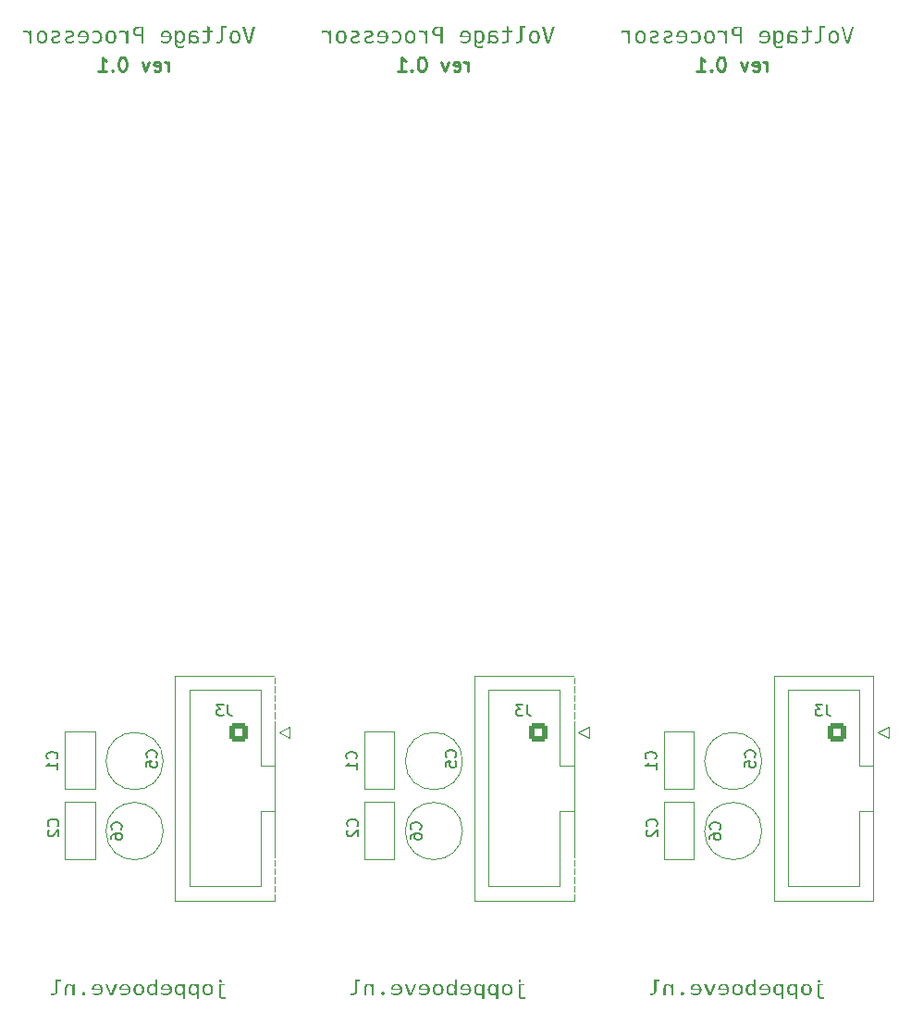
<source format=gbo>
%TF.GenerationSoftware,KiCad,Pcbnew,8.0.4-8.0.4-0~ubuntu22.04.1*%
%TF.CreationDate,2024-07-28T20:43:34+02:00*%
%TF.ProjectId,VoltageProcessor_panel,566f6c74-6167-4655-9072-6f636573736f,0.1*%
%TF.SameCoordinates,Original*%
%TF.FileFunction,Legend,Bot*%
%TF.FilePolarity,Positive*%
%FSLAX46Y46*%
G04 Gerber Fmt 4.6, Leading zero omitted, Abs format (unit mm)*
G04 Created by KiCad (PCBNEW 8.0.4-8.0.4-0~ubuntu22.04.1) date 2024-07-28 20:43:34*
%MOMM*%
%LPD*%
G01*
G04 APERTURE LIST*
G04 Aperture macros list*
%AMRoundRect*
0 Rectangle with rounded corners*
0 $1 Rounding radius*
0 $2 $3 $4 $5 $6 $7 $8 $9 X,Y pos of 4 corners*
0 Add a 4 corners polygon primitive as box body*
4,1,4,$2,$3,$4,$5,$6,$7,$8,$9,$2,$3,0*
0 Add four circle primitives for the rounded corners*
1,1,$1+$1,$2,$3*
1,1,$1+$1,$4,$5*
1,1,$1+$1,$6,$7*
1,1,$1+$1,$8,$9*
0 Add four rect primitives between the rounded corners*
20,1,$1+$1,$2,$3,$4,$5,0*
20,1,$1+$1,$4,$5,$6,$7,0*
20,1,$1+$1,$6,$7,$8,$9,0*
20,1,$1+$1,$8,$9,$2,$3,0*%
G04 Aperture macros list end*
%ADD10C,0.200000*%
%ADD11C,0.100000*%
%ADD12C,0.275000*%
%ADD13C,0.150000*%
%ADD14C,0.120000*%
%ADD15C,0.500000*%
%ADD16C,1.400000*%
%ADD17O,1.400000X1.400000*%
%ADD18C,3.500000*%
%ADD19O,1.500000X2.000000*%
%ADD20C,1.600000*%
%ADD21C,2.000000*%
%ADD22R,1.600000X1.600000*%
%ADD23O,1.600000X1.600000*%
%ADD24RoundRect,0.250000X0.600000X0.600000X-0.600000X0.600000X-0.600000X-0.600000X0.600000X-0.600000X0*%
%ADD25C,1.700000*%
G04 APERTURE END LIST*
D10*
G36*
X158941381Y-25220924D02*
G01*
X158727424Y-25220924D01*
X158368387Y-26573541D01*
X158008618Y-25220924D01*
X157794295Y-25220924D01*
X158242358Y-26745000D01*
X158493318Y-26745000D01*
X158941381Y-25220924D01*
G37*
G36*
X157118817Y-25572785D02*
G01*
X157202812Y-25580032D01*
X157279053Y-25598150D01*
X157347540Y-25627138D01*
X157417642Y-25674698D01*
X157469330Y-25727240D01*
X157505953Y-25778854D01*
X157541708Y-25849505D01*
X157568524Y-25929662D01*
X157584043Y-26003720D01*
X157593354Y-26084379D01*
X157596458Y-26171639D01*
X157594477Y-26241712D01*
X157586431Y-26323395D01*
X157572195Y-26398512D01*
X157546942Y-26479986D01*
X157512775Y-26552007D01*
X157469696Y-26614574D01*
X157408820Y-26674530D01*
X157337111Y-26719760D01*
X157267022Y-26746808D01*
X157188974Y-26763037D01*
X157102965Y-26768447D01*
X157017730Y-26763076D01*
X156940351Y-26746963D01*
X156870829Y-26720108D01*
X156799650Y-26675201D01*
X156739166Y-26615673D01*
X156702753Y-26564480D01*
X156667204Y-26494241D01*
X156640542Y-26414394D01*
X156625113Y-26340515D01*
X156615856Y-26259963D01*
X156612770Y-26172739D01*
X156612862Y-26169441D01*
X156812805Y-26169441D01*
X156813100Y-26195572D01*
X156817522Y-26269344D01*
X156829388Y-26346654D01*
X156851793Y-26423459D01*
X156888276Y-26495139D01*
X156902997Y-26515436D01*
X156960298Y-26568673D01*
X157030265Y-26599728D01*
X157104064Y-26608712D01*
X157121397Y-26608268D01*
X157200458Y-26592741D01*
X157266855Y-26555031D01*
X157320586Y-26495139D01*
X157334139Y-26472978D01*
X157363763Y-26405412D01*
X157383907Y-26325528D01*
X157393757Y-26245523D01*
X157396423Y-26169441D01*
X157396128Y-26143447D01*
X157391706Y-26070065D01*
X157379840Y-25993179D01*
X157357435Y-25916814D01*
X157320952Y-25845575D01*
X157306222Y-25825344D01*
X157248748Y-25772278D01*
X157178395Y-25741323D01*
X157104064Y-25732369D01*
X157086778Y-25732811D01*
X157007945Y-25748288D01*
X156941778Y-25785876D01*
X156888276Y-25845575D01*
X156874788Y-25867596D01*
X156845307Y-25934755D01*
X156825260Y-26014187D01*
X156815458Y-26093758D01*
X156812805Y-26169441D01*
X156612862Y-26169441D01*
X156614751Y-26101899D01*
X156622797Y-26019418D01*
X156637033Y-25943682D01*
X156662286Y-25861701D01*
X156696453Y-25789431D01*
X156739532Y-25726873D01*
X156800302Y-25666774D01*
X156871696Y-25621436D01*
X156941347Y-25594324D01*
X157018803Y-25578056D01*
X157104064Y-25572634D01*
X157118817Y-25572785D01*
G37*
G36*
X155631646Y-26745000D02*
G01*
X155711514Y-26738290D01*
X155789979Y-26714704D01*
X155856388Y-26674135D01*
X155893963Y-26637655D01*
X155938769Y-26570141D01*
X155966287Y-26498500D01*
X155982218Y-26415913D01*
X155986653Y-26334672D01*
X155986653Y-25310317D01*
X156288904Y-25310317D01*
X156288904Y-25150582D01*
X155797976Y-25150582D01*
X155797976Y-26330642D01*
X155792391Y-26409057D01*
X155771391Y-26483759D01*
X155750715Y-26520052D01*
X155692738Y-26568961D01*
X155618919Y-26585201D01*
X155613328Y-26585265D01*
X155392777Y-26585265D01*
X155392777Y-26745000D01*
X155631646Y-26745000D01*
G37*
G36*
X154382711Y-26745000D02*
G01*
X154457642Y-26742037D01*
X154534090Y-26731093D01*
X154606991Y-26708710D01*
X154670557Y-26670940D01*
X154682030Y-26660736D01*
X154728205Y-26596407D01*
X154755140Y-26518567D01*
X154766513Y-26444961D01*
X154769591Y-26372773D01*
X154769591Y-25755816D01*
X155075872Y-25755816D01*
X155075872Y-25596081D01*
X154769591Y-25596081D01*
X154769591Y-25296762D01*
X154580914Y-25214696D01*
X154580914Y-25596081D01*
X154152267Y-25596081D01*
X154152267Y-25755816D01*
X154580914Y-25755816D01*
X154580914Y-26364347D01*
X154575199Y-26439858D01*
X154551397Y-26511045D01*
X154532554Y-26536172D01*
X154466333Y-26572991D01*
X154393226Y-26584498D01*
X154364392Y-26585265D01*
X154152267Y-26585265D01*
X154152267Y-26745000D01*
X154382711Y-26745000D01*
G37*
G36*
X153385948Y-25574053D02*
G01*
X153459913Y-25581507D01*
X153532745Y-25595348D01*
X153580808Y-25607461D01*
X153652472Y-25628464D01*
X153723621Y-25652868D01*
X153723621Y-25841912D01*
X153679200Y-25817503D01*
X153609476Y-25786213D01*
X153536043Y-25761311D01*
X153485439Y-25748649D01*
X153408674Y-25736439D01*
X153330879Y-25732369D01*
X153267406Y-25735895D01*
X153192395Y-25752259D01*
X153122051Y-25788789D01*
X153076731Y-25843366D01*
X153053562Y-25914938D01*
X153047679Y-25988824D01*
X153047679Y-26018133D01*
X153301203Y-26018133D01*
X153317539Y-26018264D01*
X153397460Y-26022873D01*
X153474446Y-26034064D01*
X153548499Y-26051838D01*
X153616563Y-26077734D01*
X153681515Y-26117377D01*
X153736078Y-26168709D01*
X153744729Y-26179313D01*
X153782333Y-26246745D01*
X153801868Y-26321420D01*
X153807519Y-26399518D01*
X153803719Y-26463502D01*
X153786832Y-26539717D01*
X153751686Y-26613033D01*
X153699441Y-26673192D01*
X153649370Y-26710308D01*
X153576801Y-26744633D01*
X153504558Y-26762493D01*
X153425034Y-26768447D01*
X153351991Y-26763545D01*
X153274287Y-26746831D01*
X153199354Y-26718255D01*
X153136843Y-26681697D01*
X153078660Y-26629500D01*
X153031559Y-26564748D01*
X153028641Y-26584426D01*
X153015073Y-26656706D01*
X153010968Y-26674098D01*
X152987229Y-26745000D01*
X152797819Y-26745000D01*
X152817461Y-26692217D01*
X152836798Y-26615349D01*
X152847644Y-26538370D01*
X152852780Y-26474460D01*
X152856775Y-26400754D01*
X152858269Y-26325879D01*
X152858269Y-26218168D01*
X153047679Y-26218168D01*
X153049310Y-26262256D01*
X153059691Y-26334899D01*
X153081751Y-26409410D01*
X153093250Y-26436408D01*
X153132189Y-26498900D01*
X153188729Y-26553757D01*
X153233394Y-26580322D01*
X153303676Y-26602218D01*
X153378872Y-26608712D01*
X153411319Y-26607451D01*
X153486472Y-26592367D01*
X153552529Y-26557055D01*
X153568071Y-26543316D01*
X153607897Y-26477113D01*
X153618841Y-26400983D01*
X153607974Y-26324170D01*
X153569382Y-26260666D01*
X153512962Y-26220091D01*
X153443353Y-26195087D01*
X153433768Y-26193002D01*
X153361066Y-26181651D01*
X153286915Y-26177868D01*
X153047679Y-26177868D01*
X153047679Y-26218168D01*
X152858269Y-26218168D01*
X152858269Y-26091772D01*
X152859544Y-26012277D01*
X152863952Y-25938088D01*
X152874389Y-25863893D01*
X152887051Y-25819016D01*
X152919200Y-25751791D01*
X152968911Y-25692801D01*
X153001108Y-25666487D01*
X153067600Y-25626827D01*
X153136706Y-25600844D01*
X153185432Y-25588502D01*
X153259896Y-25576601D01*
X153336008Y-25572634D01*
X153385948Y-25574053D01*
G37*
G36*
X152149329Y-25576749D02*
G01*
X152222318Y-25592956D01*
X152291870Y-25624658D01*
X152327638Y-25648888D01*
X152385693Y-25702539D01*
X152429623Y-25762044D01*
X152454009Y-25806031D01*
X152483805Y-25876218D01*
X152505460Y-25951454D01*
X152515718Y-26003135D01*
X152525610Y-26080741D01*
X152528907Y-26158450D01*
X152527442Y-26210153D01*
X152519748Y-26287880D01*
X152505460Y-26365812D01*
X152491973Y-26416691D01*
X152465131Y-26488716D01*
X152430355Y-26555589D01*
X152406017Y-26591483D01*
X152352446Y-26649585D01*
X152293335Y-26693342D01*
X152242421Y-26718313D01*
X152165518Y-26738895D01*
X152085973Y-26745000D01*
X152046972Y-26743364D01*
X151969187Y-26728596D01*
X151900593Y-26698471D01*
X151867549Y-26675430D01*
X151814554Y-26619245D01*
X151775296Y-26551926D01*
X151775296Y-26690411D01*
X151775913Y-26722116D01*
X151783295Y-26799105D01*
X151800575Y-26873227D01*
X151802168Y-26878184D01*
X151834647Y-26944302D01*
X151887037Y-26997791D01*
X151911857Y-27012981D01*
X151983294Y-27036202D01*
X152059595Y-27042487D01*
X152087679Y-27041808D01*
X152165456Y-27032671D01*
X152236549Y-27014644D01*
X152258033Y-27007534D01*
X152331152Y-26980306D01*
X152401046Y-26949431D01*
X152401046Y-27142871D01*
X152380679Y-27149477D01*
X152308851Y-27169893D01*
X152236182Y-27186102D01*
X152220527Y-27188983D01*
X152147637Y-27198680D01*
X152069853Y-27202222D01*
X152054076Y-27202083D01*
X151979302Y-27197199D01*
X151898618Y-27182129D01*
X151827799Y-27157013D01*
X151757647Y-27115014D01*
X151700924Y-27059340D01*
X151693892Y-27050312D01*
X151650915Y-26981648D01*
X151618879Y-26903412D01*
X151600125Y-26828733D01*
X151589409Y-26747023D01*
X151586618Y-26673558D01*
X151586618Y-26155886D01*
X151775296Y-26155886D01*
X151775364Y-26168886D01*
X151779624Y-26254438D01*
X151790511Y-26330453D01*
X151811067Y-26405649D01*
X151844539Y-26475355D01*
X151848930Y-26482117D01*
X151899849Y-26537931D01*
X151970571Y-26574531D01*
X152048237Y-26585265D01*
X152064764Y-26584832D01*
X152140355Y-26569706D01*
X152204211Y-26532969D01*
X152256332Y-26474623D01*
X152265250Y-26460360D01*
X152298258Y-26386616D01*
X152317818Y-26307928D01*
X152327383Y-26228932D01*
X152329972Y-26153688D01*
X152329901Y-26140803D01*
X152325461Y-26056143D01*
X152314113Y-25981160D01*
X152292687Y-25907315D01*
X152257798Y-25839347D01*
X152248526Y-25826393D01*
X152194652Y-25774157D01*
X152128255Y-25742816D01*
X152049337Y-25732369D01*
X151974048Y-25741224D01*
X151906821Y-25772669D01*
X151864105Y-25812489D01*
X151824023Y-25877083D01*
X151801520Y-25939282D01*
X151785554Y-26014836D01*
X151778191Y-26082321D01*
X151775296Y-26155886D01*
X151586618Y-26155886D01*
X151586618Y-25596081D01*
X151756978Y-25596081D01*
X151775296Y-25753984D01*
X151791634Y-25725593D01*
X151840224Y-25663579D01*
X151902424Y-25615865D01*
X151937364Y-25599020D01*
X152009042Y-25578713D01*
X152083042Y-25572634D01*
X152149329Y-25576749D01*
G37*
G36*
X150835912Y-25576508D02*
G01*
X150913472Y-25590424D01*
X150984026Y-25614461D01*
X151055024Y-25653600D01*
X151097352Y-25685822D01*
X151153164Y-25741640D01*
X151199761Y-25806443D01*
X151233443Y-25871587D01*
X151259730Y-25942295D01*
X151278506Y-26017034D01*
X151289772Y-26095802D01*
X151293527Y-26178600D01*
X151291163Y-26245216D01*
X151281558Y-26323413D01*
X151264566Y-26395976D01*
X151234422Y-26475613D01*
X151193640Y-26547136D01*
X151142219Y-26610544D01*
X151102605Y-26647552D01*
X151036488Y-26693813D01*
X150962334Y-26728971D01*
X150880142Y-26753027D01*
X150805510Y-26764592D01*
X150725296Y-26768447D01*
X150673364Y-26766958D01*
X150596496Y-26759145D01*
X150520865Y-26744633D01*
X150471016Y-26731559D01*
X150396845Y-26708254D01*
X150323394Y-26680519D01*
X150323394Y-26498436D01*
X150370518Y-26520487D01*
X150442749Y-26550386D01*
X150516835Y-26576472D01*
X150567256Y-26590577D01*
X150644433Y-26604178D01*
X150723464Y-26608712D01*
X150789539Y-26605106D01*
X150867780Y-26589077D01*
X150942336Y-26555718D01*
X151002634Y-26506130D01*
X151039321Y-26457884D01*
X151073251Y-26385963D01*
X151090905Y-26312690D01*
X151096789Y-26230624D01*
X151096789Y-26224762D01*
X150279431Y-26224762D01*
X150279431Y-26131706D01*
X150280545Y-26083523D01*
X150282205Y-26065027D01*
X150468108Y-26065027D01*
X151089462Y-26065027D01*
X151086440Y-26042210D01*
X151068648Y-25966495D01*
X151039637Y-25897233D01*
X151034572Y-25887919D01*
X150989014Y-25825730D01*
X150930094Y-25777065D01*
X150902518Y-25761875D01*
X150828857Y-25738654D01*
X150755338Y-25732369D01*
X150730053Y-25733061D01*
X150656654Y-25744880D01*
X150588642Y-25776699D01*
X150534237Y-25828539D01*
X150497051Y-25896133D01*
X150490268Y-25915282D01*
X150473648Y-25986718D01*
X150468108Y-26065027D01*
X150282205Y-26065027D01*
X150287353Y-26007669D01*
X150303694Y-25923987D01*
X150328947Y-25848317D01*
X150363114Y-25780659D01*
X150406193Y-25721011D01*
X150457223Y-25670586D01*
X150525940Y-25624943D01*
X150604545Y-25593499D01*
X150679790Y-25577850D01*
X150762299Y-25572634D01*
X150835912Y-25576508D01*
G37*
G36*
X148717986Y-26745000D02*
G01*
X148510624Y-26745000D01*
X148510624Y-26130973D01*
X148270655Y-26130973D01*
X148254570Y-26130861D01*
X148177932Y-26126929D01*
X148094303Y-26114796D01*
X148019766Y-26094574D01*
X147944300Y-26060759D01*
X147881210Y-26015935D01*
X147836637Y-25968832D01*
X147796290Y-25904210D01*
X147768496Y-25829175D01*
X147754663Y-25756570D01*
X147750052Y-25676315D01*
X147750076Y-25675582D01*
X147966207Y-25675582D01*
X147974006Y-25756969D01*
X148000603Y-25832445D01*
X148046074Y-25893203D01*
X148070990Y-25914211D01*
X148138398Y-25950355D01*
X148195011Y-25965344D01*
X148270655Y-25971238D01*
X148510624Y-25971238D01*
X148510624Y-25380659D01*
X148270655Y-25380659D01*
X148252605Y-25380959D01*
X148178001Y-25389750D01*
X148107819Y-25413793D01*
X148046074Y-25457595D01*
X148036403Y-25467549D01*
X147994363Y-25531041D01*
X147972524Y-25601609D01*
X147966207Y-25675582D01*
X147750076Y-25675582D01*
X147751577Y-25630226D01*
X147761289Y-25556028D01*
X147781926Y-25482508D01*
X147790386Y-25461305D01*
X147829195Y-25393585D01*
X147882309Y-25335963D01*
X147890807Y-25328885D01*
X147956864Y-25285633D01*
X148034422Y-25253391D01*
X148110053Y-25234518D01*
X148194134Y-25223733D01*
X148270655Y-25220924D01*
X148717986Y-25220924D01*
X148717986Y-26745000D01*
G37*
G36*
X147321406Y-25596081D02*
G01*
X147149947Y-25596081D01*
X147131629Y-25823593D01*
X147096681Y-25753312D01*
X147052288Y-25694049D01*
X146992546Y-25641588D01*
X146986549Y-25637480D01*
X146915299Y-25600561D01*
X146842714Y-25580296D01*
X146762686Y-25572697D01*
X146754274Y-25572634D01*
X146677625Y-25577821D01*
X146599257Y-25595753D01*
X146528045Y-25626493D01*
X146508077Y-25638213D01*
X146508077Y-25836050D01*
X146566123Y-25790689D01*
X146637501Y-25755150D01*
X146715312Y-25736014D01*
X146770760Y-25732369D01*
X146852894Y-25739398D01*
X146924908Y-25760487D01*
X146993826Y-25801017D01*
X147038572Y-25844842D01*
X147079285Y-25907193D01*
X147108365Y-25981771D01*
X147124268Y-26057057D01*
X147131265Y-26141705D01*
X147131629Y-26167609D01*
X147131629Y-26745000D01*
X147321406Y-26745000D01*
X147321406Y-25596081D01*
G37*
G36*
X145749801Y-25572785D02*
G01*
X145833796Y-25580032D01*
X145910037Y-25598150D01*
X145978524Y-25627138D01*
X146048626Y-25674698D01*
X146100314Y-25727240D01*
X146136937Y-25778854D01*
X146172692Y-25849505D01*
X146199508Y-25929662D01*
X146215027Y-26003720D01*
X146224338Y-26084379D01*
X146227442Y-26171639D01*
X146225461Y-26241712D01*
X146217415Y-26323395D01*
X146203179Y-26398512D01*
X146177926Y-26479986D01*
X146143759Y-26552007D01*
X146100680Y-26614574D01*
X146039804Y-26674530D01*
X145968095Y-26719760D01*
X145898006Y-26746808D01*
X145819958Y-26763037D01*
X145733949Y-26768447D01*
X145648714Y-26763076D01*
X145571335Y-26746963D01*
X145501813Y-26720108D01*
X145430634Y-26675201D01*
X145370150Y-26615673D01*
X145333737Y-26564480D01*
X145298188Y-26494241D01*
X145271526Y-26414394D01*
X145256097Y-26340515D01*
X145246840Y-26259963D01*
X145243754Y-26172739D01*
X145243846Y-26169441D01*
X145443789Y-26169441D01*
X145444084Y-26195572D01*
X145448506Y-26269344D01*
X145460372Y-26346654D01*
X145482777Y-26423459D01*
X145519260Y-26495139D01*
X145533981Y-26515436D01*
X145591282Y-26568673D01*
X145661249Y-26599728D01*
X145735048Y-26608712D01*
X145752381Y-26608268D01*
X145831442Y-26592741D01*
X145897839Y-26555031D01*
X145951570Y-26495139D01*
X145965123Y-26472978D01*
X145994747Y-26405412D01*
X146014891Y-26325528D01*
X146024741Y-26245523D01*
X146027407Y-26169441D01*
X146027112Y-26143447D01*
X146022690Y-26070065D01*
X146010824Y-25993179D01*
X145988419Y-25916814D01*
X145951936Y-25845575D01*
X145937206Y-25825344D01*
X145879732Y-25772278D01*
X145809379Y-25741323D01*
X145735048Y-25732369D01*
X145717762Y-25732811D01*
X145638929Y-25748288D01*
X145572762Y-25785876D01*
X145519260Y-25845575D01*
X145505772Y-25867596D01*
X145476291Y-25934755D01*
X145456244Y-26014187D01*
X145446442Y-26093758D01*
X145443789Y-26169441D01*
X145243846Y-26169441D01*
X145245735Y-26101899D01*
X145253781Y-26019418D01*
X145268017Y-25943682D01*
X145293270Y-25861701D01*
X145327437Y-25789431D01*
X145370516Y-25726873D01*
X145431286Y-25666774D01*
X145502680Y-25621436D01*
X145572331Y-25594324D01*
X145649787Y-25578056D01*
X145735048Y-25572634D01*
X145749801Y-25572785D01*
G37*
G36*
X144381699Y-26768447D02*
G01*
X144458287Y-26764818D01*
X144539076Y-26751783D01*
X144612675Y-26729269D01*
X144679085Y-26697275D01*
X144686880Y-26692609D01*
X144751547Y-26645256D01*
X144806651Y-26588513D01*
X144852192Y-26522381D01*
X144873360Y-26481584D01*
X144900928Y-26411448D01*
X144920621Y-26336229D01*
X144932436Y-26255926D01*
X144936313Y-26181492D01*
X144936374Y-26170540D01*
X144933341Y-26095157D01*
X144922448Y-26013984D01*
X144903632Y-25938124D01*
X144876893Y-25867576D01*
X144872993Y-25859131D01*
X144832383Y-25787959D01*
X144782267Y-25726119D01*
X144722645Y-25673610D01*
X144685415Y-25648471D01*
X144619607Y-25615292D01*
X144546379Y-25591593D01*
X144465734Y-25577374D01*
X144389083Y-25572708D01*
X144377669Y-25572634D01*
X144303121Y-25576322D01*
X144229871Y-25588544D01*
X144205478Y-25594982D01*
X144132625Y-25620420D01*
X144063322Y-25652878D01*
X144048307Y-25660928D01*
X144048307Y-25862794D01*
X144107604Y-25814362D01*
X144171598Y-25775053D01*
X144194487Y-25764242D01*
X144267607Y-25741364D01*
X144343843Y-25732649D01*
X144361182Y-25732369D01*
X144434647Y-25737034D01*
X144512393Y-25755410D01*
X144582100Y-25791353D01*
X144637484Y-25841087D01*
X144679988Y-25902362D01*
X144701168Y-25949623D01*
X144721818Y-26020522D01*
X144733896Y-26096702D01*
X144737438Y-26170540D01*
X144733861Y-26243870D01*
X144721660Y-26319905D01*
X144700802Y-26391092D01*
X144666713Y-26460334D01*
X144619950Y-26518037D01*
X144581734Y-26550094D01*
X144512405Y-26585814D01*
X144435185Y-26604075D01*
X144362281Y-26608712D01*
X144285555Y-26603102D01*
X144213738Y-26586272D01*
X144194120Y-26579403D01*
X144127803Y-26547236D01*
X144065412Y-26502026D01*
X144048307Y-26486713D01*
X144048307Y-26680519D01*
X144114349Y-26714780D01*
X144184248Y-26740626D01*
X144258004Y-26758057D01*
X144335617Y-26767073D01*
X144381699Y-26768447D01*
G37*
G36*
X143256568Y-25576508D02*
G01*
X143334128Y-25590424D01*
X143404682Y-25614461D01*
X143475680Y-25653600D01*
X143518008Y-25685822D01*
X143573820Y-25741640D01*
X143620417Y-25806443D01*
X143654099Y-25871587D01*
X143680386Y-25942295D01*
X143699162Y-26017034D01*
X143710428Y-26095802D01*
X143714183Y-26178600D01*
X143711819Y-26245216D01*
X143702214Y-26323413D01*
X143685222Y-26395976D01*
X143655078Y-26475613D01*
X143614296Y-26547136D01*
X143562875Y-26610544D01*
X143523261Y-26647552D01*
X143457144Y-26693813D01*
X143382990Y-26728971D01*
X143300798Y-26753027D01*
X143226166Y-26764592D01*
X143145952Y-26768447D01*
X143094020Y-26766958D01*
X143017152Y-26759145D01*
X142941521Y-26744633D01*
X142891672Y-26731559D01*
X142817501Y-26708254D01*
X142744050Y-26680519D01*
X142744050Y-26498436D01*
X142791174Y-26520487D01*
X142863405Y-26550386D01*
X142937491Y-26576472D01*
X142987912Y-26590577D01*
X143065089Y-26604178D01*
X143144120Y-26608712D01*
X143210195Y-26605106D01*
X143288436Y-26589077D01*
X143362992Y-26555718D01*
X143423290Y-26506130D01*
X143459977Y-26457884D01*
X143493907Y-26385963D01*
X143511561Y-26312690D01*
X143517445Y-26230624D01*
X143517445Y-26224762D01*
X142700087Y-26224762D01*
X142700087Y-26131706D01*
X142701201Y-26083523D01*
X142702861Y-26065027D01*
X142888764Y-26065027D01*
X143510118Y-26065027D01*
X143507096Y-26042210D01*
X143489304Y-25966495D01*
X143460293Y-25897233D01*
X143455228Y-25887919D01*
X143409670Y-25825730D01*
X143350750Y-25777065D01*
X143323174Y-25761875D01*
X143249513Y-25738654D01*
X143175994Y-25732369D01*
X143150709Y-25733061D01*
X143077310Y-25744880D01*
X143009298Y-25776699D01*
X142954893Y-25828539D01*
X142917707Y-25896133D01*
X142910924Y-25915282D01*
X142894304Y-25986718D01*
X142888764Y-26065027D01*
X142702861Y-26065027D01*
X142708009Y-26007669D01*
X142724350Y-25923987D01*
X142749603Y-25848317D01*
X142783769Y-25780659D01*
X142826849Y-25721011D01*
X142877879Y-25670586D01*
X142946596Y-25624943D01*
X143025201Y-25593499D01*
X143100446Y-25577850D01*
X143182955Y-25572634D01*
X143256568Y-25576508D01*
G37*
G36*
X141973953Y-26768447D02*
G01*
X142048513Y-26764976D01*
X142128577Y-26754562D01*
X142201585Y-26740111D01*
X142278638Y-26720559D01*
X142359734Y-26695907D01*
X142359734Y-26501734D01*
X142280613Y-26538090D01*
X142204814Y-26566924D01*
X142132338Y-26588236D01*
X142051983Y-26603593D01*
X141976151Y-26608712D01*
X141899459Y-26602868D01*
X141828730Y-26583161D01*
X141784542Y-26559253D01*
X141733001Y-26505216D01*
X141712805Y-26431428D01*
X141712735Y-26426263D01*
X141731746Y-26353993D01*
X141772819Y-26310125D01*
X141838816Y-26274812D01*
X141909955Y-26251494D01*
X141964061Y-26238684D01*
X142042829Y-26222564D01*
X142118392Y-26203650D01*
X142190481Y-26176132D01*
X142254538Y-26137807D01*
X142280233Y-26115586D01*
X142326223Y-26051959D01*
X142349734Y-25980328D01*
X142355704Y-25912254D01*
X142348652Y-25835271D01*
X142323858Y-25759943D01*
X142281212Y-25696554D01*
X142242864Y-25660928D01*
X142180491Y-25622299D01*
X142106210Y-25594707D01*
X142031448Y-25579618D01*
X141947569Y-25572979D01*
X141921929Y-25572634D01*
X141845233Y-25575965D01*
X141769659Y-25585957D01*
X141695207Y-25602612D01*
X141621877Y-25625928D01*
X141580478Y-25642243D01*
X141580478Y-25827623D01*
X141651544Y-25790508D01*
X141724012Y-25762508D01*
X141797883Y-25743624D01*
X141873157Y-25733857D01*
X141916800Y-25732369D01*
X142001091Y-25738255D01*
X142077389Y-25760001D01*
X142140607Y-25811505D01*
X142164586Y-25889496D01*
X142164829Y-25899797D01*
X142150801Y-25973508D01*
X142143579Y-25986259D01*
X142082817Y-26031524D01*
X142061514Y-26040115D01*
X141986409Y-26062188D01*
X141911327Y-26079344D01*
X141882728Y-26085177D01*
X141806891Y-26099466D01*
X141724777Y-26121644D01*
X141656581Y-26153376D01*
X141593117Y-26204063D01*
X141549694Y-26268506D01*
X141526313Y-26346704D01*
X141521859Y-26406479D01*
X141529438Y-26486117D01*
X141552176Y-26556871D01*
X141595874Y-26625850D01*
X141643126Y-26671727D01*
X141709140Y-26714042D01*
X141786283Y-26744267D01*
X141862911Y-26760796D01*
X141948060Y-26768069D01*
X141973953Y-26768447D01*
G37*
G36*
X140710729Y-26768447D02*
G01*
X140785289Y-26764976D01*
X140865353Y-26754562D01*
X140938361Y-26740111D01*
X141015414Y-26720559D01*
X141096510Y-26695907D01*
X141096510Y-26501734D01*
X141017389Y-26538090D01*
X140941590Y-26566924D01*
X140869114Y-26588236D01*
X140788759Y-26603593D01*
X140712927Y-26608712D01*
X140636235Y-26602868D01*
X140565506Y-26583161D01*
X140521318Y-26559253D01*
X140469777Y-26505216D01*
X140449581Y-26431428D01*
X140449511Y-26426263D01*
X140468522Y-26353993D01*
X140509595Y-26310125D01*
X140575592Y-26274812D01*
X140646731Y-26251494D01*
X140700837Y-26238684D01*
X140779605Y-26222564D01*
X140855168Y-26203650D01*
X140927257Y-26176132D01*
X140991314Y-26137807D01*
X141017009Y-26115586D01*
X141062999Y-26051959D01*
X141086510Y-25980328D01*
X141092480Y-25912254D01*
X141085428Y-25835271D01*
X141060634Y-25759943D01*
X141017988Y-25696554D01*
X140979640Y-25660928D01*
X140917267Y-25622299D01*
X140842986Y-25594707D01*
X140768224Y-25579618D01*
X140684345Y-25572979D01*
X140658705Y-25572634D01*
X140582009Y-25575965D01*
X140506435Y-25585957D01*
X140431983Y-25602612D01*
X140358653Y-25625928D01*
X140317254Y-25642243D01*
X140317254Y-25827623D01*
X140388320Y-25790508D01*
X140460788Y-25762508D01*
X140534659Y-25743624D01*
X140609933Y-25733857D01*
X140653576Y-25732369D01*
X140737867Y-25738255D01*
X140814165Y-25760001D01*
X140877383Y-25811505D01*
X140901362Y-25889496D01*
X140901605Y-25899797D01*
X140887577Y-25973508D01*
X140880355Y-25986259D01*
X140819593Y-26031524D01*
X140798290Y-26040115D01*
X140723185Y-26062188D01*
X140648103Y-26079344D01*
X140619504Y-26085177D01*
X140543667Y-26099466D01*
X140461553Y-26121644D01*
X140393357Y-26153376D01*
X140329893Y-26204063D01*
X140286470Y-26268506D01*
X140263089Y-26346704D01*
X140258635Y-26406479D01*
X140266214Y-26486117D01*
X140288952Y-26556871D01*
X140332650Y-26625850D01*
X140379902Y-26671727D01*
X140445916Y-26714042D01*
X140523059Y-26744267D01*
X140599687Y-26760796D01*
X140684836Y-26768069D01*
X140710729Y-26768447D01*
G37*
G36*
X139433681Y-25572785D02*
G01*
X139517676Y-25580032D01*
X139593917Y-25598150D01*
X139662404Y-25627138D01*
X139732506Y-25674698D01*
X139784193Y-25727240D01*
X139820817Y-25778854D01*
X139856572Y-25849505D01*
X139883388Y-25929662D01*
X139898907Y-26003720D01*
X139908218Y-26084379D01*
X139911322Y-26171639D01*
X139909341Y-26241712D01*
X139901295Y-26323395D01*
X139887059Y-26398512D01*
X139861805Y-26479986D01*
X139827639Y-26552007D01*
X139784560Y-26614574D01*
X139723684Y-26674530D01*
X139651975Y-26719760D01*
X139581886Y-26746808D01*
X139503838Y-26763037D01*
X139417829Y-26768447D01*
X139332594Y-26763076D01*
X139255215Y-26746963D01*
X139185693Y-26720108D01*
X139114514Y-26675201D01*
X139054030Y-26615673D01*
X139017617Y-26564480D01*
X138982068Y-26494241D01*
X138955406Y-26414394D01*
X138939977Y-26340515D01*
X138930720Y-26259963D01*
X138927634Y-26172739D01*
X138927726Y-26169441D01*
X139127669Y-26169441D01*
X139127964Y-26195572D01*
X139132386Y-26269344D01*
X139144252Y-26346654D01*
X139166657Y-26423459D01*
X139203140Y-26495139D01*
X139217861Y-26515436D01*
X139275162Y-26568673D01*
X139345129Y-26599728D01*
X139418928Y-26608712D01*
X139436260Y-26608268D01*
X139515322Y-26592741D01*
X139581719Y-26555031D01*
X139635450Y-26495139D01*
X139649003Y-26472978D01*
X139678627Y-26405412D01*
X139698771Y-26325528D01*
X139708621Y-26245523D01*
X139711287Y-26169441D01*
X139710992Y-26143447D01*
X139706570Y-26070065D01*
X139694704Y-25993179D01*
X139672299Y-25916814D01*
X139635816Y-25845575D01*
X139621086Y-25825344D01*
X139563612Y-25772278D01*
X139493259Y-25741323D01*
X139418928Y-25732369D01*
X139401642Y-25732811D01*
X139322809Y-25748288D01*
X139256642Y-25785876D01*
X139203140Y-25845575D01*
X139189652Y-25867596D01*
X139160171Y-25934755D01*
X139140124Y-26014187D01*
X139130322Y-26093758D01*
X139127669Y-26169441D01*
X138927726Y-26169441D01*
X138929614Y-26101899D01*
X138937661Y-26019418D01*
X138951897Y-25943682D01*
X138977150Y-25861701D01*
X139011317Y-25789431D01*
X139054396Y-25726873D01*
X139115166Y-25666774D01*
X139186560Y-25621436D01*
X139256211Y-25594324D01*
X139333667Y-25578056D01*
X139418928Y-25572634D01*
X139433681Y-25572785D01*
G37*
G36*
X138478838Y-25596081D02*
G01*
X138307379Y-25596081D01*
X138289061Y-25823593D01*
X138254113Y-25753312D01*
X138209720Y-25694049D01*
X138149978Y-25641588D01*
X138143981Y-25637480D01*
X138072731Y-25600561D01*
X138000145Y-25580296D01*
X137920118Y-25572697D01*
X137911706Y-25572634D01*
X137835057Y-25577821D01*
X137756689Y-25595753D01*
X137685477Y-25626493D01*
X137665509Y-25638213D01*
X137665509Y-25836050D01*
X137723555Y-25790689D01*
X137794932Y-25755150D01*
X137872744Y-25736014D01*
X137928192Y-25732369D01*
X138010326Y-25739398D01*
X138082340Y-25760487D01*
X138151257Y-25801017D01*
X138196004Y-25844842D01*
X138236717Y-25907193D01*
X138265797Y-25981771D01*
X138281700Y-26057057D01*
X138288697Y-26141705D01*
X138289061Y-26167609D01*
X138289061Y-26745000D01*
X138478838Y-26745000D01*
X138478838Y-25596081D01*
G37*
D11*
G36*
X155831385Y-112600381D02*
G01*
X155862159Y-112574345D01*
X155862159Y-112423207D01*
X155831385Y-112397171D01*
X155683740Y-112397171D01*
X155652965Y-112423207D01*
X155652965Y-112574345D01*
X155683740Y-112600381D01*
X155831385Y-112600381D01*
G37*
G36*
X156256001Y-114026662D02*
G01*
X156016032Y-114026662D01*
X155935249Y-114012810D01*
X155877547Y-113971255D01*
X155845991Y-113912169D01*
X155833008Y-113844643D01*
X155831385Y-113805036D01*
X155831385Y-112921707D01*
X156156350Y-112921707D01*
X156156350Y-112783270D01*
X155642707Y-112783270D01*
X155642707Y-113802178D01*
X155647125Y-113874257D01*
X155660378Y-113938799D01*
X155686345Y-114003334D01*
X155723851Y-114058026D01*
X155735031Y-114070161D01*
X155792962Y-114116054D01*
X155862891Y-114146927D01*
X155935122Y-114161761D01*
X155995516Y-114165099D01*
X156256001Y-114165099D01*
X156256001Y-114026662D01*
G37*
G36*
X154618817Y-112763080D02*
G01*
X154702812Y-112769361D01*
X154779053Y-112785063D01*
X154847540Y-112810187D01*
X154917642Y-112851405D01*
X154969330Y-112896941D01*
X155005953Y-112941674D01*
X155041708Y-113002905D01*
X155068524Y-113072374D01*
X155084043Y-113136557D01*
X155093354Y-113206462D01*
X155096458Y-113282087D01*
X155094477Y-113342817D01*
X155086431Y-113413609D01*
X155072195Y-113478710D01*
X155046942Y-113549322D01*
X155012775Y-113611739D01*
X154969696Y-113665964D01*
X154908820Y-113717926D01*
X154837111Y-113757126D01*
X154767022Y-113780567D01*
X154688974Y-113794632D01*
X154602965Y-113799321D01*
X154517730Y-113794666D01*
X154440351Y-113780701D01*
X154370829Y-113757427D01*
X154299650Y-113718507D01*
X154239166Y-113666916D01*
X154202753Y-113622550D01*
X154167204Y-113561676D01*
X154140542Y-113492475D01*
X154125113Y-113428446D01*
X154115856Y-113358634D01*
X154112770Y-113283040D01*
X154112862Y-113280182D01*
X154312805Y-113280182D01*
X154313100Y-113302829D01*
X154317522Y-113366765D01*
X154329388Y-113433767D01*
X154351793Y-113500331D01*
X154388276Y-113562454D01*
X154402997Y-113580044D01*
X154460298Y-113626183D01*
X154530265Y-113653098D01*
X154604064Y-113660884D01*
X154621397Y-113660499D01*
X154700458Y-113647042D01*
X154766855Y-113614360D01*
X154820586Y-113562454D01*
X154834139Y-113543248D01*
X154863763Y-113484691D01*
X154883907Y-113415457D01*
X154893757Y-113346120D01*
X154896423Y-113280182D01*
X154896128Y-113257654D01*
X154891706Y-113194056D01*
X154879840Y-113127421D01*
X154857435Y-113061239D01*
X154820952Y-112999498D01*
X154806222Y-112981965D01*
X154748748Y-112935975D01*
X154678395Y-112909147D01*
X154604064Y-112901386D01*
X154586778Y-112901769D01*
X154507945Y-112915183D01*
X154441778Y-112947760D01*
X154388276Y-112999498D01*
X154374788Y-113018583D01*
X154345307Y-113076787D01*
X154325260Y-113145629D01*
X154315458Y-113214591D01*
X154312805Y-113280182D01*
X154112862Y-113280182D01*
X154114751Y-113221645D01*
X154122797Y-113150162D01*
X154137033Y-113084524D01*
X154162286Y-113013474D01*
X154196453Y-112950840D01*
X154239532Y-112896623D01*
X154300302Y-112844537D01*
X154371696Y-112805245D01*
X154441347Y-112781747D01*
X154518803Y-112767649D01*
X154604064Y-112762949D01*
X154618817Y-112763080D01*
G37*
G36*
X153343370Y-112766771D02*
G01*
X153422345Y-112784962D01*
X153490591Y-112818134D01*
X153548108Y-112866287D01*
X153588869Y-112919484D01*
X153607554Y-112783270D01*
X153778646Y-112783270D01*
X153778646Y-114165099D01*
X153588869Y-114165099D01*
X153588869Y-113648501D01*
X153556801Y-113691950D01*
X153501869Y-113740406D01*
X153435226Y-113774429D01*
X153356872Y-113794018D01*
X153280390Y-113799321D01*
X153230696Y-113797148D01*
X153150096Y-113782887D01*
X153077595Y-113755317D01*
X153013193Y-113714438D01*
X152956891Y-113660249D01*
X152922483Y-113614193D01*
X152888892Y-113552337D01*
X152863699Y-113483293D01*
X152849119Y-113420264D01*
X152840372Y-113352243D01*
X152837532Y-113281135D01*
X153035293Y-113281135D01*
X153037663Y-113349000D01*
X153048195Y-113429103D01*
X153067155Y-113497340D01*
X153102704Y-113565946D01*
X153151419Y-113616011D01*
X153227256Y-113651612D01*
X153304937Y-113660884D01*
X153321860Y-113660498D01*
X153398961Y-113646997D01*
X153463540Y-113614210D01*
X153515596Y-113562136D01*
X153528691Y-113542825D01*
X153557313Y-113484124D01*
X153576776Y-113414945D01*
X153586293Y-113345819D01*
X153588869Y-113280182D01*
X153588798Y-113268893D01*
X153584335Y-113194433D01*
X153572930Y-113127965D01*
X153551395Y-113061788D01*
X153516329Y-112999816D01*
X153506959Y-112987897D01*
X153452427Y-112939835D01*
X153385086Y-112910998D01*
X153304937Y-112901386D01*
X153227256Y-112910657D01*
X153151419Y-112946259D01*
X153102704Y-112996323D01*
X153067155Y-113064930D01*
X153048195Y-113133166D01*
X153037663Y-113213270D01*
X153035293Y-113281135D01*
X152837532Y-113281135D01*
X152837456Y-113279230D01*
X152839305Y-113220956D01*
X152846816Y-113152550D01*
X152860106Y-113089075D01*
X152883681Y-113019413D01*
X152915576Y-112956850D01*
X152955792Y-112901386D01*
X152994918Y-112861504D01*
X153056908Y-112817026D01*
X153127313Y-112785797D01*
X153206133Y-112767816D01*
X153280390Y-112762949D01*
X153343370Y-112766771D01*
G37*
G36*
X152080146Y-112766771D02*
G01*
X152159121Y-112784962D01*
X152227367Y-112818134D01*
X152284884Y-112866287D01*
X152325645Y-112919484D01*
X152344330Y-112783270D01*
X152515422Y-112783270D01*
X152515422Y-114165099D01*
X152325645Y-114165099D01*
X152325645Y-113648501D01*
X152293577Y-113691950D01*
X152238645Y-113740406D01*
X152172002Y-113774429D01*
X152093648Y-113794018D01*
X152017166Y-113799321D01*
X151967472Y-113797148D01*
X151886872Y-113782887D01*
X151814371Y-113755317D01*
X151749969Y-113714438D01*
X151693667Y-113660249D01*
X151659259Y-113614193D01*
X151625668Y-113552337D01*
X151600475Y-113483293D01*
X151585895Y-113420264D01*
X151577148Y-113352243D01*
X151574308Y-113281135D01*
X151772069Y-113281135D01*
X151774439Y-113349000D01*
X151784971Y-113429103D01*
X151803931Y-113497340D01*
X151839480Y-113565946D01*
X151888195Y-113616011D01*
X151964032Y-113651612D01*
X152041713Y-113660884D01*
X152058636Y-113660498D01*
X152135737Y-113646997D01*
X152200316Y-113614210D01*
X152252372Y-113562136D01*
X152265467Y-113542825D01*
X152294089Y-113484124D01*
X152313552Y-113414945D01*
X152323069Y-113345819D01*
X152325645Y-113280182D01*
X152325574Y-113268893D01*
X152321111Y-113194433D01*
X152309706Y-113127965D01*
X152288171Y-113061788D01*
X152253105Y-112999816D01*
X152243735Y-112987897D01*
X152189203Y-112939835D01*
X152121862Y-112910998D01*
X152041713Y-112901386D01*
X151964032Y-112910657D01*
X151888195Y-112946259D01*
X151839480Y-112996323D01*
X151803931Y-113064930D01*
X151784971Y-113133166D01*
X151774439Y-113213270D01*
X151772069Y-113281135D01*
X151574308Y-113281135D01*
X151574232Y-113279230D01*
X151576081Y-113220956D01*
X151583592Y-113152550D01*
X151596882Y-113089075D01*
X151620457Y-113019413D01*
X151652352Y-112956850D01*
X151692568Y-112901386D01*
X151731694Y-112861504D01*
X151793684Y-112817026D01*
X151864089Y-112785797D01*
X151942909Y-112767816D01*
X152017166Y-112762949D01*
X152080146Y-112766771D01*
G37*
G36*
X150862360Y-112766307D02*
G01*
X150939920Y-112778368D01*
X151010474Y-112799200D01*
X151081472Y-112833120D01*
X151123800Y-112861045D01*
X151179612Y-112909422D01*
X151226209Y-112965584D01*
X151259891Y-113022042D01*
X151286178Y-113083323D01*
X151304954Y-113148096D01*
X151316220Y-113216362D01*
X151319975Y-113288120D01*
X151317611Y-113345854D01*
X151308006Y-113413625D01*
X151291014Y-113476512D01*
X151260870Y-113545531D01*
X151220088Y-113607517D01*
X151168667Y-113662471D01*
X151129053Y-113694545D01*
X151062936Y-113734638D01*
X150988782Y-113765108D01*
X150906590Y-113785956D01*
X150831958Y-113795979D01*
X150751744Y-113799321D01*
X150699812Y-113798031D01*
X150622944Y-113791259D01*
X150547313Y-113778682D01*
X150497464Y-113767351D01*
X150423293Y-113747154D01*
X150349842Y-113723117D01*
X150349842Y-113565311D01*
X150396966Y-113584422D01*
X150469197Y-113610334D01*
X150543283Y-113632942D01*
X150593704Y-113645167D01*
X150670881Y-113656954D01*
X150749912Y-113660884D01*
X150815987Y-113657758D01*
X150894228Y-113643867D01*
X150968784Y-113614956D01*
X151029082Y-113571979D01*
X151065769Y-113530166D01*
X151099699Y-113467834D01*
X151117353Y-113404331D01*
X151123237Y-113333207D01*
X151123237Y-113328127D01*
X150305879Y-113328127D01*
X150305879Y-113247478D01*
X150306993Y-113205720D01*
X150308653Y-113189690D01*
X150494556Y-113189690D01*
X151115910Y-113189690D01*
X151112888Y-113169915D01*
X151095096Y-113104296D01*
X151066085Y-113044268D01*
X151061020Y-113036196D01*
X151015462Y-112982299D01*
X150956542Y-112940123D01*
X150928966Y-112926959D01*
X150855305Y-112906833D01*
X150781786Y-112901386D01*
X150756501Y-112901986D01*
X150683102Y-112912229D01*
X150615090Y-112939806D01*
X150560685Y-112984734D01*
X150523499Y-113043316D01*
X150516716Y-113059911D01*
X150500096Y-113121823D01*
X150494556Y-113189690D01*
X150308653Y-113189690D01*
X150313801Y-113139979D01*
X150330142Y-113067455D01*
X150355395Y-113001875D01*
X150389562Y-112943237D01*
X150432641Y-112891543D01*
X150483671Y-112847841D01*
X150552388Y-112808284D01*
X150630993Y-112781033D01*
X150706238Y-112767470D01*
X150788747Y-112762949D01*
X150862360Y-112766307D01*
G37*
G36*
X149986043Y-113779000D02*
G01*
X149815683Y-113779000D01*
X149797365Y-113648501D01*
X149763670Y-113691950D01*
X149706759Y-113740406D01*
X149638488Y-113774429D01*
X149558856Y-113794018D01*
X149481559Y-113799321D01*
X149415417Y-113795704D01*
X149342999Y-113781460D01*
X149274563Y-113753598D01*
X149239311Y-113732043D01*
X149182400Y-113684514D01*
X149139741Y-113631990D01*
X149113357Y-113588023D01*
X149085210Y-113525415D01*
X149066468Y-113464024D01*
X149054490Y-113406412D01*
X149046438Y-113342896D01*
X149043834Y-113281135D01*
X149242690Y-113281135D01*
X149245254Y-113342415D01*
X149252948Y-113406871D01*
X149267694Y-113470930D01*
X149291416Y-113531020D01*
X149321219Y-113577451D01*
X149374581Y-113625004D01*
X149442610Y-113653000D01*
X149519295Y-113660884D01*
X149595534Y-113653000D01*
X149663642Y-113625004D01*
X149709264Y-113586396D01*
X149747540Y-113531337D01*
X149772086Y-113471406D01*
X149787107Y-113407189D01*
X149794470Y-113346231D01*
X149797365Y-113280182D01*
X149794801Y-113218822D01*
X149787107Y-113154129D01*
X149773304Y-113093939D01*
X149747540Y-113030615D01*
X149717056Y-112984678D01*
X149663642Y-112937583D01*
X149595534Y-112909339D01*
X149519295Y-112901386D01*
X149442610Y-112909339D01*
X149374581Y-112937583D01*
X149328937Y-112976034D01*
X149291416Y-113031250D01*
X149267694Y-113090943D01*
X149252948Y-113155081D01*
X149245585Y-113215829D01*
X149242690Y-113281135D01*
X149043834Y-113281135D01*
X149043754Y-113279230D01*
X149045493Y-113227767D01*
X149053221Y-113159072D01*
X149065736Y-113096023D01*
X149078536Y-113051174D01*
X149104519Y-112987770D01*
X149138642Y-112929010D01*
X149158787Y-112901840D01*
X149210563Y-112850171D01*
X149273464Y-112808354D01*
X149335776Y-112782503D01*
X149407352Y-112767383D01*
X149480460Y-112762949D01*
X149518619Y-112764300D01*
X149596349Y-112776494D01*
X149667306Y-112801369D01*
X149701830Y-112820044D01*
X149756922Y-112865368D01*
X149797365Y-112919484D01*
X149797365Y-112397171D01*
X149986043Y-112397171D01*
X149986043Y-113779000D01*
G37*
G36*
X148302697Y-112763080D02*
G01*
X148386692Y-112769361D01*
X148462933Y-112785063D01*
X148531420Y-112810187D01*
X148601522Y-112851405D01*
X148653210Y-112896941D01*
X148689833Y-112941674D01*
X148725588Y-113002905D01*
X148752404Y-113072374D01*
X148767923Y-113136557D01*
X148777234Y-113206462D01*
X148780338Y-113282087D01*
X148778357Y-113342817D01*
X148770311Y-113413609D01*
X148756075Y-113478710D01*
X148730822Y-113549322D01*
X148696655Y-113611739D01*
X148653576Y-113665964D01*
X148592700Y-113717926D01*
X148520991Y-113757126D01*
X148450902Y-113780567D01*
X148372854Y-113794632D01*
X148286845Y-113799321D01*
X148201610Y-113794666D01*
X148124231Y-113780701D01*
X148054709Y-113757427D01*
X147983530Y-113718507D01*
X147923046Y-113666916D01*
X147886633Y-113622550D01*
X147851084Y-113561676D01*
X147824422Y-113492475D01*
X147808993Y-113428446D01*
X147799736Y-113358634D01*
X147796650Y-113283040D01*
X147796742Y-113280182D01*
X147996685Y-113280182D01*
X147996980Y-113302829D01*
X148001402Y-113366765D01*
X148013268Y-113433767D01*
X148035673Y-113500331D01*
X148072156Y-113562454D01*
X148086877Y-113580044D01*
X148144178Y-113626183D01*
X148214145Y-113653098D01*
X148287944Y-113660884D01*
X148305277Y-113660499D01*
X148384338Y-113647042D01*
X148450735Y-113614360D01*
X148504466Y-113562454D01*
X148518019Y-113543248D01*
X148547643Y-113484691D01*
X148567787Y-113415457D01*
X148577637Y-113346120D01*
X148580303Y-113280182D01*
X148580008Y-113257654D01*
X148575586Y-113194056D01*
X148563720Y-113127421D01*
X148541315Y-113061239D01*
X148504832Y-112999498D01*
X148490102Y-112981965D01*
X148432628Y-112935975D01*
X148362275Y-112909147D01*
X148287944Y-112901386D01*
X148270658Y-112901769D01*
X148191825Y-112915183D01*
X148125658Y-112947760D01*
X148072156Y-112999498D01*
X148058668Y-113018583D01*
X148029187Y-113076787D01*
X148009140Y-113145629D01*
X147999338Y-113214591D01*
X147996685Y-113280182D01*
X147796742Y-113280182D01*
X147798631Y-113221645D01*
X147806677Y-113150162D01*
X147820913Y-113084524D01*
X147846166Y-113013474D01*
X147880333Y-112950840D01*
X147923412Y-112896623D01*
X147984182Y-112844537D01*
X148055576Y-112805245D01*
X148125227Y-112781747D01*
X148202683Y-112767649D01*
X148287944Y-112762949D01*
X148302697Y-112763080D01*
G37*
G36*
X147072688Y-112766307D02*
G01*
X147150248Y-112778368D01*
X147220802Y-112799200D01*
X147291800Y-112833120D01*
X147334128Y-112861045D01*
X147389940Y-112909422D01*
X147436537Y-112965584D01*
X147470219Y-113022042D01*
X147496506Y-113083323D01*
X147515282Y-113148096D01*
X147526548Y-113216362D01*
X147530303Y-113288120D01*
X147527939Y-113345854D01*
X147518334Y-113413625D01*
X147501342Y-113476512D01*
X147471198Y-113545531D01*
X147430416Y-113607517D01*
X147378995Y-113662471D01*
X147339381Y-113694545D01*
X147273264Y-113734638D01*
X147199110Y-113765108D01*
X147116918Y-113785956D01*
X147042286Y-113795979D01*
X146962072Y-113799321D01*
X146910140Y-113798031D01*
X146833272Y-113791259D01*
X146757641Y-113778682D01*
X146707792Y-113767351D01*
X146633621Y-113747154D01*
X146560170Y-113723117D01*
X146560170Y-113565311D01*
X146607294Y-113584422D01*
X146679525Y-113610334D01*
X146753611Y-113632942D01*
X146804032Y-113645167D01*
X146881209Y-113656954D01*
X146960240Y-113660884D01*
X147026315Y-113657758D01*
X147104556Y-113643867D01*
X147179112Y-113614956D01*
X147239410Y-113571979D01*
X147276097Y-113530166D01*
X147310027Y-113467834D01*
X147327681Y-113404331D01*
X147333565Y-113333207D01*
X147333565Y-113328127D01*
X146516207Y-113328127D01*
X146516207Y-113247478D01*
X146517321Y-113205720D01*
X146518981Y-113189690D01*
X146704884Y-113189690D01*
X147326238Y-113189690D01*
X147323216Y-113169915D01*
X147305424Y-113104296D01*
X147276413Y-113044268D01*
X147271348Y-113036196D01*
X147225790Y-112982299D01*
X147166870Y-112940123D01*
X147139294Y-112926959D01*
X147065633Y-112906833D01*
X146992114Y-112901386D01*
X146966829Y-112901986D01*
X146893430Y-112912229D01*
X146825418Y-112939806D01*
X146771013Y-112984734D01*
X146733827Y-113043316D01*
X146727044Y-113059911D01*
X146710424Y-113121823D01*
X146704884Y-113189690D01*
X146518981Y-113189690D01*
X146524129Y-113139979D01*
X146540470Y-113067455D01*
X146565723Y-113001875D01*
X146599890Y-112943237D01*
X146642969Y-112891543D01*
X146693999Y-112847841D01*
X146762716Y-112808284D01*
X146841321Y-112781033D01*
X146916566Y-112767470D01*
X146999075Y-112762949D01*
X147072688Y-112766307D01*
G37*
G36*
X146291625Y-112783270D02*
G01*
X146095987Y-112783270D01*
X145762595Y-113619289D01*
X145428471Y-112783270D01*
X145232466Y-112783270D01*
X145640596Y-113779000D01*
X145883496Y-113779000D01*
X146291625Y-112783270D01*
G37*
G36*
X144546240Y-112766307D02*
G01*
X144623800Y-112778368D01*
X144694354Y-112799200D01*
X144765352Y-112833120D01*
X144807680Y-112861045D01*
X144863492Y-112909422D01*
X144910089Y-112965584D01*
X144943771Y-113022042D01*
X144970058Y-113083323D01*
X144988834Y-113148096D01*
X145000100Y-113216362D01*
X145003855Y-113288120D01*
X145001491Y-113345854D01*
X144991886Y-113413625D01*
X144974894Y-113476512D01*
X144944750Y-113545531D01*
X144903968Y-113607517D01*
X144852547Y-113662471D01*
X144812933Y-113694545D01*
X144746816Y-113734638D01*
X144672662Y-113765108D01*
X144590470Y-113785956D01*
X144515838Y-113795979D01*
X144435624Y-113799321D01*
X144383692Y-113798031D01*
X144306824Y-113791259D01*
X144231193Y-113778682D01*
X144181344Y-113767351D01*
X144107173Y-113747154D01*
X144033722Y-113723117D01*
X144033722Y-113565311D01*
X144080846Y-113584422D01*
X144153077Y-113610334D01*
X144227163Y-113632942D01*
X144277584Y-113645167D01*
X144354761Y-113656954D01*
X144433792Y-113660884D01*
X144499867Y-113657758D01*
X144578108Y-113643867D01*
X144652664Y-113614956D01*
X144712962Y-113571979D01*
X144749649Y-113530166D01*
X144783579Y-113467834D01*
X144801233Y-113404331D01*
X144807117Y-113333207D01*
X144807117Y-113328127D01*
X143989759Y-113328127D01*
X143989759Y-113247478D01*
X143990873Y-113205720D01*
X143992533Y-113189690D01*
X144178436Y-113189690D01*
X144799790Y-113189690D01*
X144796768Y-113169915D01*
X144778976Y-113104296D01*
X144749965Y-113044268D01*
X144744900Y-113036196D01*
X144699342Y-112982299D01*
X144640422Y-112940123D01*
X144612846Y-112926959D01*
X144539185Y-112906833D01*
X144465666Y-112901386D01*
X144440381Y-112901986D01*
X144366982Y-112912229D01*
X144298970Y-112939806D01*
X144244565Y-112984734D01*
X144207379Y-113043316D01*
X144200596Y-113059911D01*
X144183976Y-113121823D01*
X144178436Y-113189690D01*
X143992533Y-113189690D01*
X143997681Y-113139979D01*
X144014022Y-113067455D01*
X144039275Y-113001875D01*
X144073441Y-112943237D01*
X144116521Y-112891543D01*
X144167551Y-112847841D01*
X144236268Y-112808284D01*
X144314873Y-112781033D01*
X144390118Y-112767470D01*
X144472627Y-112762949D01*
X144546240Y-112766307D01*
G37*
G36*
X143239078Y-113799321D02*
G01*
X143310962Y-113785959D01*
X143357414Y-113757091D01*
X143396221Y-113701289D01*
X143405408Y-113646913D01*
X143391863Y-113582224D01*
X143357414Y-113537053D01*
X143292366Y-113501527D01*
X143239078Y-113494505D01*
X143164038Y-113509505D01*
X143121475Y-113537053D01*
X143082372Y-113592598D01*
X143073115Y-113646913D01*
X143086764Y-113711691D01*
X143121475Y-113757091D01*
X143186088Y-113792351D01*
X143239078Y-113799321D01*
G37*
G36*
X142404501Y-112783270D02*
G01*
X142234508Y-112783270D01*
X142215823Y-112935678D01*
X142172482Y-112876977D01*
X142119944Y-112830421D01*
X142058210Y-112796011D01*
X141987280Y-112773745D01*
X141907154Y-112763624D01*
X141878401Y-112762949D01*
X141795969Y-112769220D01*
X141724528Y-112788033D01*
X141650683Y-112829186D01*
X141594011Y-112889936D01*
X141561038Y-112952645D01*
X141539057Y-113027896D01*
X141529783Y-113092565D01*
X141526692Y-113164289D01*
X141526692Y-113779000D01*
X141716468Y-113779000D01*
X141716468Y-113162066D01*
X141720729Y-113092144D01*
X141735455Y-113027648D01*
X141767011Y-112968590D01*
X141770324Y-112964572D01*
X141828738Y-112921378D01*
X141903197Y-112902929D01*
X141937020Y-112901386D01*
X142014972Y-112909417D01*
X142086670Y-112936802D01*
X142143649Y-112983623D01*
X142181710Y-113041656D01*
X142203911Y-113105233D01*
X142214061Y-113170770D01*
X142215823Y-113216044D01*
X142215823Y-113779000D01*
X142404501Y-113779000D01*
X142404501Y-112783270D01*
G37*
G36*
X140499406Y-113779000D02*
G01*
X140579274Y-113773185D01*
X140657739Y-113752743D01*
X140724148Y-113717584D01*
X140761723Y-113685967D01*
X140806529Y-113627456D01*
X140834047Y-113565366D01*
X140849978Y-113493791D01*
X140854413Y-113423382D01*
X140854413Y-112535608D01*
X141156664Y-112535608D01*
X141156664Y-112397171D01*
X140665736Y-112397171D01*
X140665736Y-113419889D01*
X140660151Y-113487850D01*
X140639151Y-113552591D01*
X140618475Y-113584045D01*
X140560498Y-113626433D01*
X140486679Y-113640507D01*
X140481088Y-113640563D01*
X140260537Y-113640563D01*
X140260537Y-113779000D01*
X140499406Y-113779000D01*
G37*
G36*
X128431385Y-112600381D02*
G01*
X128462159Y-112574345D01*
X128462159Y-112423207D01*
X128431385Y-112397171D01*
X128283740Y-112397171D01*
X128252965Y-112423207D01*
X128252965Y-112574345D01*
X128283740Y-112600381D01*
X128431385Y-112600381D01*
G37*
G36*
X128856001Y-114026662D02*
G01*
X128616032Y-114026662D01*
X128535249Y-114012810D01*
X128477547Y-113971255D01*
X128445991Y-113912169D01*
X128433008Y-113844643D01*
X128431385Y-113805036D01*
X128431385Y-112921707D01*
X128756350Y-112921707D01*
X128756350Y-112783270D01*
X128242707Y-112783270D01*
X128242707Y-113802178D01*
X128247125Y-113874257D01*
X128260378Y-113938799D01*
X128286345Y-114003334D01*
X128323851Y-114058026D01*
X128335031Y-114070161D01*
X128392962Y-114116054D01*
X128462891Y-114146927D01*
X128535122Y-114161761D01*
X128595516Y-114165099D01*
X128856001Y-114165099D01*
X128856001Y-114026662D01*
G37*
G36*
X127218817Y-112763080D02*
G01*
X127302812Y-112769361D01*
X127379053Y-112785063D01*
X127447540Y-112810187D01*
X127517642Y-112851405D01*
X127569330Y-112896941D01*
X127605953Y-112941674D01*
X127641708Y-113002905D01*
X127668524Y-113072374D01*
X127684043Y-113136557D01*
X127693354Y-113206462D01*
X127696458Y-113282087D01*
X127694477Y-113342817D01*
X127686431Y-113413609D01*
X127672195Y-113478710D01*
X127646942Y-113549322D01*
X127612775Y-113611739D01*
X127569696Y-113665964D01*
X127508820Y-113717926D01*
X127437111Y-113757126D01*
X127367022Y-113780567D01*
X127288974Y-113794632D01*
X127202965Y-113799321D01*
X127117730Y-113794666D01*
X127040351Y-113780701D01*
X126970829Y-113757427D01*
X126899650Y-113718507D01*
X126839166Y-113666916D01*
X126802753Y-113622550D01*
X126767204Y-113561676D01*
X126740542Y-113492475D01*
X126725113Y-113428446D01*
X126715856Y-113358634D01*
X126712770Y-113283040D01*
X126712862Y-113280182D01*
X126912805Y-113280182D01*
X126913100Y-113302829D01*
X126917522Y-113366765D01*
X126929388Y-113433767D01*
X126951793Y-113500331D01*
X126988276Y-113562454D01*
X127002997Y-113580044D01*
X127060298Y-113626183D01*
X127130265Y-113653098D01*
X127204064Y-113660884D01*
X127221397Y-113660499D01*
X127300458Y-113647042D01*
X127366855Y-113614360D01*
X127420586Y-113562454D01*
X127434139Y-113543248D01*
X127463763Y-113484691D01*
X127483907Y-113415457D01*
X127493757Y-113346120D01*
X127496423Y-113280182D01*
X127496128Y-113257654D01*
X127491706Y-113194056D01*
X127479840Y-113127421D01*
X127457435Y-113061239D01*
X127420952Y-112999498D01*
X127406222Y-112981965D01*
X127348748Y-112935975D01*
X127278395Y-112909147D01*
X127204064Y-112901386D01*
X127186778Y-112901769D01*
X127107945Y-112915183D01*
X127041778Y-112947760D01*
X126988276Y-112999498D01*
X126974788Y-113018583D01*
X126945307Y-113076787D01*
X126925260Y-113145629D01*
X126915458Y-113214591D01*
X126912805Y-113280182D01*
X126712862Y-113280182D01*
X126714751Y-113221645D01*
X126722797Y-113150162D01*
X126737033Y-113084524D01*
X126762286Y-113013474D01*
X126796453Y-112950840D01*
X126839532Y-112896623D01*
X126900302Y-112844537D01*
X126971696Y-112805245D01*
X127041347Y-112781747D01*
X127118803Y-112767649D01*
X127204064Y-112762949D01*
X127218817Y-112763080D01*
G37*
G36*
X125943370Y-112766771D02*
G01*
X126022345Y-112784962D01*
X126090591Y-112818134D01*
X126148108Y-112866287D01*
X126188869Y-112919484D01*
X126207554Y-112783270D01*
X126378646Y-112783270D01*
X126378646Y-114165099D01*
X126188869Y-114165099D01*
X126188869Y-113648501D01*
X126156801Y-113691950D01*
X126101869Y-113740406D01*
X126035226Y-113774429D01*
X125956872Y-113794018D01*
X125880390Y-113799321D01*
X125830696Y-113797148D01*
X125750096Y-113782887D01*
X125677595Y-113755317D01*
X125613193Y-113714438D01*
X125556891Y-113660249D01*
X125522483Y-113614193D01*
X125488892Y-113552337D01*
X125463699Y-113483293D01*
X125449119Y-113420264D01*
X125440372Y-113352243D01*
X125437532Y-113281135D01*
X125635293Y-113281135D01*
X125637663Y-113349000D01*
X125648195Y-113429103D01*
X125667155Y-113497340D01*
X125702704Y-113565946D01*
X125751419Y-113616011D01*
X125827256Y-113651612D01*
X125904937Y-113660884D01*
X125921860Y-113660498D01*
X125998961Y-113646997D01*
X126063540Y-113614210D01*
X126115596Y-113562136D01*
X126128691Y-113542825D01*
X126157313Y-113484124D01*
X126176776Y-113414945D01*
X126186293Y-113345819D01*
X126188869Y-113280182D01*
X126188798Y-113268893D01*
X126184335Y-113194433D01*
X126172930Y-113127965D01*
X126151395Y-113061788D01*
X126116329Y-112999816D01*
X126106959Y-112987897D01*
X126052427Y-112939835D01*
X125985086Y-112910998D01*
X125904937Y-112901386D01*
X125827256Y-112910657D01*
X125751419Y-112946259D01*
X125702704Y-112996323D01*
X125667155Y-113064930D01*
X125648195Y-113133166D01*
X125637663Y-113213270D01*
X125635293Y-113281135D01*
X125437532Y-113281135D01*
X125437456Y-113279230D01*
X125439305Y-113220956D01*
X125446816Y-113152550D01*
X125460106Y-113089075D01*
X125483681Y-113019413D01*
X125515576Y-112956850D01*
X125555792Y-112901386D01*
X125594918Y-112861504D01*
X125656908Y-112817026D01*
X125727313Y-112785797D01*
X125806133Y-112767816D01*
X125880390Y-112762949D01*
X125943370Y-112766771D01*
G37*
G36*
X124680146Y-112766771D02*
G01*
X124759121Y-112784962D01*
X124827367Y-112818134D01*
X124884884Y-112866287D01*
X124925645Y-112919484D01*
X124944330Y-112783270D01*
X125115422Y-112783270D01*
X125115422Y-114165099D01*
X124925645Y-114165099D01*
X124925645Y-113648501D01*
X124893577Y-113691950D01*
X124838645Y-113740406D01*
X124772002Y-113774429D01*
X124693648Y-113794018D01*
X124617166Y-113799321D01*
X124567472Y-113797148D01*
X124486872Y-113782887D01*
X124414371Y-113755317D01*
X124349969Y-113714438D01*
X124293667Y-113660249D01*
X124259259Y-113614193D01*
X124225668Y-113552337D01*
X124200475Y-113483293D01*
X124185895Y-113420264D01*
X124177148Y-113352243D01*
X124174308Y-113281135D01*
X124372069Y-113281135D01*
X124374439Y-113349000D01*
X124384971Y-113429103D01*
X124403931Y-113497340D01*
X124439480Y-113565946D01*
X124488195Y-113616011D01*
X124564032Y-113651612D01*
X124641713Y-113660884D01*
X124658636Y-113660498D01*
X124735737Y-113646997D01*
X124800316Y-113614210D01*
X124852372Y-113562136D01*
X124865467Y-113542825D01*
X124894089Y-113484124D01*
X124913552Y-113414945D01*
X124923069Y-113345819D01*
X124925645Y-113280182D01*
X124925574Y-113268893D01*
X124921111Y-113194433D01*
X124909706Y-113127965D01*
X124888171Y-113061788D01*
X124853105Y-112999816D01*
X124843735Y-112987897D01*
X124789203Y-112939835D01*
X124721862Y-112910998D01*
X124641713Y-112901386D01*
X124564032Y-112910657D01*
X124488195Y-112946259D01*
X124439480Y-112996323D01*
X124403931Y-113064930D01*
X124384971Y-113133166D01*
X124374439Y-113213270D01*
X124372069Y-113281135D01*
X124174308Y-113281135D01*
X124174232Y-113279230D01*
X124176081Y-113220956D01*
X124183592Y-113152550D01*
X124196882Y-113089075D01*
X124220457Y-113019413D01*
X124252352Y-112956850D01*
X124292568Y-112901386D01*
X124331694Y-112861504D01*
X124393684Y-112817026D01*
X124464089Y-112785797D01*
X124542909Y-112767816D01*
X124617166Y-112762949D01*
X124680146Y-112766771D01*
G37*
G36*
X123462360Y-112766307D02*
G01*
X123539920Y-112778368D01*
X123610474Y-112799200D01*
X123681472Y-112833120D01*
X123723800Y-112861045D01*
X123779612Y-112909422D01*
X123826209Y-112965584D01*
X123859891Y-113022042D01*
X123886178Y-113083323D01*
X123904954Y-113148096D01*
X123916220Y-113216362D01*
X123919975Y-113288120D01*
X123917611Y-113345854D01*
X123908006Y-113413625D01*
X123891014Y-113476512D01*
X123860870Y-113545531D01*
X123820088Y-113607517D01*
X123768667Y-113662471D01*
X123729053Y-113694545D01*
X123662936Y-113734638D01*
X123588782Y-113765108D01*
X123506590Y-113785956D01*
X123431958Y-113795979D01*
X123351744Y-113799321D01*
X123299812Y-113798031D01*
X123222944Y-113791259D01*
X123147313Y-113778682D01*
X123097464Y-113767351D01*
X123023293Y-113747154D01*
X122949842Y-113723117D01*
X122949842Y-113565311D01*
X122996966Y-113584422D01*
X123069197Y-113610334D01*
X123143283Y-113632942D01*
X123193704Y-113645167D01*
X123270881Y-113656954D01*
X123349912Y-113660884D01*
X123415987Y-113657758D01*
X123494228Y-113643867D01*
X123568784Y-113614956D01*
X123629082Y-113571979D01*
X123665769Y-113530166D01*
X123699699Y-113467834D01*
X123717353Y-113404331D01*
X123723237Y-113333207D01*
X123723237Y-113328127D01*
X122905879Y-113328127D01*
X122905879Y-113247478D01*
X122906993Y-113205720D01*
X122908653Y-113189690D01*
X123094556Y-113189690D01*
X123715910Y-113189690D01*
X123712888Y-113169915D01*
X123695096Y-113104296D01*
X123666085Y-113044268D01*
X123661020Y-113036196D01*
X123615462Y-112982299D01*
X123556542Y-112940123D01*
X123528966Y-112926959D01*
X123455305Y-112906833D01*
X123381786Y-112901386D01*
X123356501Y-112901986D01*
X123283102Y-112912229D01*
X123215090Y-112939806D01*
X123160685Y-112984734D01*
X123123499Y-113043316D01*
X123116716Y-113059911D01*
X123100096Y-113121823D01*
X123094556Y-113189690D01*
X122908653Y-113189690D01*
X122913801Y-113139979D01*
X122930142Y-113067455D01*
X122955395Y-113001875D01*
X122989562Y-112943237D01*
X123032641Y-112891543D01*
X123083671Y-112847841D01*
X123152388Y-112808284D01*
X123230993Y-112781033D01*
X123306238Y-112767470D01*
X123388747Y-112762949D01*
X123462360Y-112766307D01*
G37*
G36*
X122586043Y-113779000D02*
G01*
X122415683Y-113779000D01*
X122397365Y-113648501D01*
X122363670Y-113691950D01*
X122306759Y-113740406D01*
X122238488Y-113774429D01*
X122158856Y-113794018D01*
X122081559Y-113799321D01*
X122015417Y-113795704D01*
X121942999Y-113781460D01*
X121874563Y-113753598D01*
X121839311Y-113732043D01*
X121782400Y-113684514D01*
X121739741Y-113631990D01*
X121713357Y-113588023D01*
X121685210Y-113525415D01*
X121666468Y-113464024D01*
X121654490Y-113406412D01*
X121646438Y-113342896D01*
X121643834Y-113281135D01*
X121842690Y-113281135D01*
X121845254Y-113342415D01*
X121852948Y-113406871D01*
X121867694Y-113470930D01*
X121891416Y-113531020D01*
X121921219Y-113577451D01*
X121974581Y-113625004D01*
X122042610Y-113653000D01*
X122119295Y-113660884D01*
X122195534Y-113653000D01*
X122263642Y-113625004D01*
X122309264Y-113586396D01*
X122347540Y-113531337D01*
X122372086Y-113471406D01*
X122387107Y-113407189D01*
X122394470Y-113346231D01*
X122397365Y-113280182D01*
X122394801Y-113218822D01*
X122387107Y-113154129D01*
X122373304Y-113093939D01*
X122347540Y-113030615D01*
X122317056Y-112984678D01*
X122263642Y-112937583D01*
X122195534Y-112909339D01*
X122119295Y-112901386D01*
X122042610Y-112909339D01*
X121974581Y-112937583D01*
X121928937Y-112976034D01*
X121891416Y-113031250D01*
X121867694Y-113090943D01*
X121852948Y-113155081D01*
X121845585Y-113215829D01*
X121842690Y-113281135D01*
X121643834Y-113281135D01*
X121643754Y-113279230D01*
X121645493Y-113227767D01*
X121653221Y-113159072D01*
X121665736Y-113096023D01*
X121678536Y-113051174D01*
X121704519Y-112987770D01*
X121738642Y-112929010D01*
X121758787Y-112901840D01*
X121810563Y-112850171D01*
X121873464Y-112808354D01*
X121935776Y-112782503D01*
X122007352Y-112767383D01*
X122080460Y-112762949D01*
X122118619Y-112764300D01*
X122196349Y-112776494D01*
X122267306Y-112801369D01*
X122301830Y-112820044D01*
X122356922Y-112865368D01*
X122397365Y-112919484D01*
X122397365Y-112397171D01*
X122586043Y-112397171D01*
X122586043Y-113779000D01*
G37*
G36*
X120902697Y-112763080D02*
G01*
X120986692Y-112769361D01*
X121062933Y-112785063D01*
X121131420Y-112810187D01*
X121201522Y-112851405D01*
X121253210Y-112896941D01*
X121289833Y-112941674D01*
X121325588Y-113002905D01*
X121352404Y-113072374D01*
X121367923Y-113136557D01*
X121377234Y-113206462D01*
X121380338Y-113282087D01*
X121378357Y-113342817D01*
X121370311Y-113413609D01*
X121356075Y-113478710D01*
X121330822Y-113549322D01*
X121296655Y-113611739D01*
X121253576Y-113665964D01*
X121192700Y-113717926D01*
X121120991Y-113757126D01*
X121050902Y-113780567D01*
X120972854Y-113794632D01*
X120886845Y-113799321D01*
X120801610Y-113794666D01*
X120724231Y-113780701D01*
X120654709Y-113757427D01*
X120583530Y-113718507D01*
X120523046Y-113666916D01*
X120486633Y-113622550D01*
X120451084Y-113561676D01*
X120424422Y-113492475D01*
X120408993Y-113428446D01*
X120399736Y-113358634D01*
X120396650Y-113283040D01*
X120396742Y-113280182D01*
X120596685Y-113280182D01*
X120596980Y-113302829D01*
X120601402Y-113366765D01*
X120613268Y-113433767D01*
X120635673Y-113500331D01*
X120672156Y-113562454D01*
X120686877Y-113580044D01*
X120744178Y-113626183D01*
X120814145Y-113653098D01*
X120887944Y-113660884D01*
X120905277Y-113660499D01*
X120984338Y-113647042D01*
X121050735Y-113614360D01*
X121104466Y-113562454D01*
X121118019Y-113543248D01*
X121147643Y-113484691D01*
X121167787Y-113415457D01*
X121177637Y-113346120D01*
X121180303Y-113280182D01*
X121180008Y-113257654D01*
X121175586Y-113194056D01*
X121163720Y-113127421D01*
X121141315Y-113061239D01*
X121104832Y-112999498D01*
X121090102Y-112981965D01*
X121032628Y-112935975D01*
X120962275Y-112909147D01*
X120887944Y-112901386D01*
X120870658Y-112901769D01*
X120791825Y-112915183D01*
X120725658Y-112947760D01*
X120672156Y-112999498D01*
X120658668Y-113018583D01*
X120629187Y-113076787D01*
X120609140Y-113145629D01*
X120599338Y-113214591D01*
X120596685Y-113280182D01*
X120396742Y-113280182D01*
X120398631Y-113221645D01*
X120406677Y-113150162D01*
X120420913Y-113084524D01*
X120446166Y-113013474D01*
X120480333Y-112950840D01*
X120523412Y-112896623D01*
X120584182Y-112844537D01*
X120655576Y-112805245D01*
X120725227Y-112781747D01*
X120802683Y-112767649D01*
X120887944Y-112762949D01*
X120902697Y-112763080D01*
G37*
G36*
X119672688Y-112766307D02*
G01*
X119750248Y-112778368D01*
X119820802Y-112799200D01*
X119891800Y-112833120D01*
X119934128Y-112861045D01*
X119989940Y-112909422D01*
X120036537Y-112965584D01*
X120070219Y-113022042D01*
X120096506Y-113083323D01*
X120115282Y-113148096D01*
X120126548Y-113216362D01*
X120130303Y-113288120D01*
X120127939Y-113345854D01*
X120118334Y-113413625D01*
X120101342Y-113476512D01*
X120071198Y-113545531D01*
X120030416Y-113607517D01*
X119978995Y-113662471D01*
X119939381Y-113694545D01*
X119873264Y-113734638D01*
X119799110Y-113765108D01*
X119716918Y-113785956D01*
X119642286Y-113795979D01*
X119562072Y-113799321D01*
X119510140Y-113798031D01*
X119433272Y-113791259D01*
X119357641Y-113778682D01*
X119307792Y-113767351D01*
X119233621Y-113747154D01*
X119160170Y-113723117D01*
X119160170Y-113565311D01*
X119207294Y-113584422D01*
X119279525Y-113610334D01*
X119353611Y-113632942D01*
X119404032Y-113645167D01*
X119481209Y-113656954D01*
X119560240Y-113660884D01*
X119626315Y-113657758D01*
X119704556Y-113643867D01*
X119779112Y-113614956D01*
X119839410Y-113571979D01*
X119876097Y-113530166D01*
X119910027Y-113467834D01*
X119927681Y-113404331D01*
X119933565Y-113333207D01*
X119933565Y-113328127D01*
X119116207Y-113328127D01*
X119116207Y-113247478D01*
X119117321Y-113205720D01*
X119118981Y-113189690D01*
X119304884Y-113189690D01*
X119926238Y-113189690D01*
X119923216Y-113169915D01*
X119905424Y-113104296D01*
X119876413Y-113044268D01*
X119871348Y-113036196D01*
X119825790Y-112982299D01*
X119766870Y-112940123D01*
X119739294Y-112926959D01*
X119665633Y-112906833D01*
X119592114Y-112901386D01*
X119566829Y-112901986D01*
X119493430Y-112912229D01*
X119425418Y-112939806D01*
X119371013Y-112984734D01*
X119333827Y-113043316D01*
X119327044Y-113059911D01*
X119310424Y-113121823D01*
X119304884Y-113189690D01*
X119118981Y-113189690D01*
X119124129Y-113139979D01*
X119140470Y-113067455D01*
X119165723Y-113001875D01*
X119199890Y-112943237D01*
X119242969Y-112891543D01*
X119293999Y-112847841D01*
X119362716Y-112808284D01*
X119441321Y-112781033D01*
X119516566Y-112767470D01*
X119599075Y-112762949D01*
X119672688Y-112766307D01*
G37*
G36*
X118891625Y-112783270D02*
G01*
X118695987Y-112783270D01*
X118362595Y-113619289D01*
X118028471Y-112783270D01*
X117832466Y-112783270D01*
X118240596Y-113779000D01*
X118483496Y-113779000D01*
X118891625Y-112783270D01*
G37*
G36*
X117146240Y-112766307D02*
G01*
X117223800Y-112778368D01*
X117294354Y-112799200D01*
X117365352Y-112833120D01*
X117407680Y-112861045D01*
X117463492Y-112909422D01*
X117510089Y-112965584D01*
X117543771Y-113022042D01*
X117570058Y-113083323D01*
X117588834Y-113148096D01*
X117600100Y-113216362D01*
X117603855Y-113288120D01*
X117601491Y-113345854D01*
X117591886Y-113413625D01*
X117574894Y-113476512D01*
X117544750Y-113545531D01*
X117503968Y-113607517D01*
X117452547Y-113662471D01*
X117412933Y-113694545D01*
X117346816Y-113734638D01*
X117272662Y-113765108D01*
X117190470Y-113785956D01*
X117115838Y-113795979D01*
X117035624Y-113799321D01*
X116983692Y-113798031D01*
X116906824Y-113791259D01*
X116831193Y-113778682D01*
X116781344Y-113767351D01*
X116707173Y-113747154D01*
X116633722Y-113723117D01*
X116633722Y-113565311D01*
X116680846Y-113584422D01*
X116753077Y-113610334D01*
X116827163Y-113632942D01*
X116877584Y-113645167D01*
X116954761Y-113656954D01*
X117033792Y-113660884D01*
X117099867Y-113657758D01*
X117178108Y-113643867D01*
X117252664Y-113614956D01*
X117312962Y-113571979D01*
X117349649Y-113530166D01*
X117383579Y-113467834D01*
X117401233Y-113404331D01*
X117407117Y-113333207D01*
X117407117Y-113328127D01*
X116589759Y-113328127D01*
X116589759Y-113247478D01*
X116590873Y-113205720D01*
X116592533Y-113189690D01*
X116778436Y-113189690D01*
X117399790Y-113189690D01*
X117396768Y-113169915D01*
X117378976Y-113104296D01*
X117349965Y-113044268D01*
X117344900Y-113036196D01*
X117299342Y-112982299D01*
X117240422Y-112940123D01*
X117212846Y-112926959D01*
X117139185Y-112906833D01*
X117065666Y-112901386D01*
X117040381Y-112901986D01*
X116966982Y-112912229D01*
X116898970Y-112939806D01*
X116844565Y-112984734D01*
X116807379Y-113043316D01*
X116800596Y-113059911D01*
X116783976Y-113121823D01*
X116778436Y-113189690D01*
X116592533Y-113189690D01*
X116597681Y-113139979D01*
X116614022Y-113067455D01*
X116639275Y-113001875D01*
X116673441Y-112943237D01*
X116716521Y-112891543D01*
X116767551Y-112847841D01*
X116836268Y-112808284D01*
X116914873Y-112781033D01*
X116990118Y-112767470D01*
X117072627Y-112762949D01*
X117146240Y-112766307D01*
G37*
G36*
X115839078Y-113799321D02*
G01*
X115910962Y-113785959D01*
X115957414Y-113757091D01*
X115996221Y-113701289D01*
X116005408Y-113646913D01*
X115991863Y-113582224D01*
X115957414Y-113537053D01*
X115892366Y-113501527D01*
X115839078Y-113494505D01*
X115764038Y-113509505D01*
X115721475Y-113537053D01*
X115682372Y-113592598D01*
X115673115Y-113646913D01*
X115686764Y-113711691D01*
X115721475Y-113757091D01*
X115786088Y-113792351D01*
X115839078Y-113799321D01*
G37*
G36*
X115004501Y-112783270D02*
G01*
X114834508Y-112783270D01*
X114815823Y-112935678D01*
X114772482Y-112876977D01*
X114719944Y-112830421D01*
X114658210Y-112796011D01*
X114587280Y-112773745D01*
X114507154Y-112763624D01*
X114478401Y-112762949D01*
X114395969Y-112769220D01*
X114324528Y-112788033D01*
X114250683Y-112829186D01*
X114194011Y-112889936D01*
X114161038Y-112952645D01*
X114139057Y-113027896D01*
X114129783Y-113092565D01*
X114126692Y-113164289D01*
X114126692Y-113779000D01*
X114316468Y-113779000D01*
X114316468Y-113162066D01*
X114320729Y-113092144D01*
X114335455Y-113027648D01*
X114367011Y-112968590D01*
X114370324Y-112964572D01*
X114428738Y-112921378D01*
X114503197Y-112902929D01*
X114537020Y-112901386D01*
X114614972Y-112909417D01*
X114686670Y-112936802D01*
X114743649Y-112983623D01*
X114781710Y-113041656D01*
X114803911Y-113105233D01*
X114814061Y-113170770D01*
X114815823Y-113216044D01*
X114815823Y-113779000D01*
X115004501Y-113779000D01*
X115004501Y-112783270D01*
G37*
G36*
X113099406Y-113779000D02*
G01*
X113179274Y-113773185D01*
X113257739Y-113752743D01*
X113324148Y-113717584D01*
X113361723Y-113685967D01*
X113406529Y-113627456D01*
X113434047Y-113565366D01*
X113449978Y-113493791D01*
X113454413Y-113423382D01*
X113454413Y-112535608D01*
X113756664Y-112535608D01*
X113756664Y-112397171D01*
X113265736Y-112397171D01*
X113265736Y-113419889D01*
X113260151Y-113487850D01*
X113239151Y-113552591D01*
X113218475Y-113584045D01*
X113160498Y-113626433D01*
X113086679Y-113640507D01*
X113081088Y-113640563D01*
X112860537Y-113640563D01*
X112860537Y-113779000D01*
X113099406Y-113779000D01*
G37*
G36*
X183231385Y-112600381D02*
G01*
X183262159Y-112574345D01*
X183262159Y-112423207D01*
X183231385Y-112397171D01*
X183083740Y-112397171D01*
X183052965Y-112423207D01*
X183052965Y-112574345D01*
X183083740Y-112600381D01*
X183231385Y-112600381D01*
G37*
G36*
X183656001Y-114026662D02*
G01*
X183416032Y-114026662D01*
X183335249Y-114012810D01*
X183277547Y-113971255D01*
X183245991Y-113912169D01*
X183233008Y-113844643D01*
X183231385Y-113805036D01*
X183231385Y-112921707D01*
X183556350Y-112921707D01*
X183556350Y-112783270D01*
X183042707Y-112783270D01*
X183042707Y-113802178D01*
X183047125Y-113874257D01*
X183060378Y-113938799D01*
X183086345Y-114003334D01*
X183123851Y-114058026D01*
X183135031Y-114070161D01*
X183192962Y-114116054D01*
X183262891Y-114146927D01*
X183335122Y-114161761D01*
X183395516Y-114165099D01*
X183656001Y-114165099D01*
X183656001Y-114026662D01*
G37*
G36*
X182018817Y-112763080D02*
G01*
X182102812Y-112769361D01*
X182179053Y-112785063D01*
X182247540Y-112810187D01*
X182317642Y-112851405D01*
X182369330Y-112896941D01*
X182405953Y-112941674D01*
X182441708Y-113002905D01*
X182468524Y-113072374D01*
X182484043Y-113136557D01*
X182493354Y-113206462D01*
X182496458Y-113282087D01*
X182494477Y-113342817D01*
X182486431Y-113413609D01*
X182472195Y-113478710D01*
X182446942Y-113549322D01*
X182412775Y-113611739D01*
X182369696Y-113665964D01*
X182308820Y-113717926D01*
X182237111Y-113757126D01*
X182167022Y-113780567D01*
X182088974Y-113794632D01*
X182002965Y-113799321D01*
X181917730Y-113794666D01*
X181840351Y-113780701D01*
X181770829Y-113757427D01*
X181699650Y-113718507D01*
X181639166Y-113666916D01*
X181602753Y-113622550D01*
X181567204Y-113561676D01*
X181540542Y-113492475D01*
X181525113Y-113428446D01*
X181515856Y-113358634D01*
X181512770Y-113283040D01*
X181512862Y-113280182D01*
X181712805Y-113280182D01*
X181713100Y-113302829D01*
X181717522Y-113366765D01*
X181729388Y-113433767D01*
X181751793Y-113500331D01*
X181788276Y-113562454D01*
X181802997Y-113580044D01*
X181860298Y-113626183D01*
X181930265Y-113653098D01*
X182004064Y-113660884D01*
X182021397Y-113660499D01*
X182100458Y-113647042D01*
X182166855Y-113614360D01*
X182220586Y-113562454D01*
X182234139Y-113543248D01*
X182263763Y-113484691D01*
X182283907Y-113415457D01*
X182293757Y-113346120D01*
X182296423Y-113280182D01*
X182296128Y-113257654D01*
X182291706Y-113194056D01*
X182279840Y-113127421D01*
X182257435Y-113061239D01*
X182220952Y-112999498D01*
X182206222Y-112981965D01*
X182148748Y-112935975D01*
X182078395Y-112909147D01*
X182004064Y-112901386D01*
X181986778Y-112901769D01*
X181907945Y-112915183D01*
X181841778Y-112947760D01*
X181788276Y-112999498D01*
X181774788Y-113018583D01*
X181745307Y-113076787D01*
X181725260Y-113145629D01*
X181715458Y-113214591D01*
X181712805Y-113280182D01*
X181512862Y-113280182D01*
X181514751Y-113221645D01*
X181522797Y-113150162D01*
X181537033Y-113084524D01*
X181562286Y-113013474D01*
X181596453Y-112950840D01*
X181639532Y-112896623D01*
X181700302Y-112844537D01*
X181771696Y-112805245D01*
X181841347Y-112781747D01*
X181918803Y-112767649D01*
X182004064Y-112762949D01*
X182018817Y-112763080D01*
G37*
G36*
X180743370Y-112766771D02*
G01*
X180822345Y-112784962D01*
X180890591Y-112818134D01*
X180948108Y-112866287D01*
X180988869Y-112919484D01*
X181007554Y-112783270D01*
X181178646Y-112783270D01*
X181178646Y-114165099D01*
X180988869Y-114165099D01*
X180988869Y-113648501D01*
X180956801Y-113691950D01*
X180901869Y-113740406D01*
X180835226Y-113774429D01*
X180756872Y-113794018D01*
X180680390Y-113799321D01*
X180630696Y-113797148D01*
X180550096Y-113782887D01*
X180477595Y-113755317D01*
X180413193Y-113714438D01*
X180356891Y-113660249D01*
X180322483Y-113614193D01*
X180288892Y-113552337D01*
X180263699Y-113483293D01*
X180249119Y-113420264D01*
X180240372Y-113352243D01*
X180237532Y-113281135D01*
X180435293Y-113281135D01*
X180437663Y-113349000D01*
X180448195Y-113429103D01*
X180467155Y-113497340D01*
X180502704Y-113565946D01*
X180551419Y-113616011D01*
X180627256Y-113651612D01*
X180704937Y-113660884D01*
X180721860Y-113660498D01*
X180798961Y-113646997D01*
X180863540Y-113614210D01*
X180915596Y-113562136D01*
X180928691Y-113542825D01*
X180957313Y-113484124D01*
X180976776Y-113414945D01*
X180986293Y-113345819D01*
X180988869Y-113280182D01*
X180988798Y-113268893D01*
X180984335Y-113194433D01*
X180972930Y-113127965D01*
X180951395Y-113061788D01*
X180916329Y-112999816D01*
X180906959Y-112987897D01*
X180852427Y-112939835D01*
X180785086Y-112910998D01*
X180704937Y-112901386D01*
X180627256Y-112910657D01*
X180551419Y-112946259D01*
X180502704Y-112996323D01*
X180467155Y-113064930D01*
X180448195Y-113133166D01*
X180437663Y-113213270D01*
X180435293Y-113281135D01*
X180237532Y-113281135D01*
X180237456Y-113279230D01*
X180239305Y-113220956D01*
X180246816Y-113152550D01*
X180260106Y-113089075D01*
X180283681Y-113019413D01*
X180315576Y-112956850D01*
X180355792Y-112901386D01*
X180394918Y-112861504D01*
X180456908Y-112817026D01*
X180527313Y-112785797D01*
X180606133Y-112767816D01*
X180680390Y-112762949D01*
X180743370Y-112766771D01*
G37*
G36*
X179480146Y-112766771D02*
G01*
X179559121Y-112784962D01*
X179627367Y-112818134D01*
X179684884Y-112866287D01*
X179725645Y-112919484D01*
X179744330Y-112783270D01*
X179915422Y-112783270D01*
X179915422Y-114165099D01*
X179725645Y-114165099D01*
X179725645Y-113648501D01*
X179693577Y-113691950D01*
X179638645Y-113740406D01*
X179572002Y-113774429D01*
X179493648Y-113794018D01*
X179417166Y-113799321D01*
X179367472Y-113797148D01*
X179286872Y-113782887D01*
X179214371Y-113755317D01*
X179149969Y-113714438D01*
X179093667Y-113660249D01*
X179059259Y-113614193D01*
X179025668Y-113552337D01*
X179000475Y-113483293D01*
X178985895Y-113420264D01*
X178977148Y-113352243D01*
X178974308Y-113281135D01*
X179172069Y-113281135D01*
X179174439Y-113349000D01*
X179184971Y-113429103D01*
X179203931Y-113497340D01*
X179239480Y-113565946D01*
X179288195Y-113616011D01*
X179364032Y-113651612D01*
X179441713Y-113660884D01*
X179458636Y-113660498D01*
X179535737Y-113646997D01*
X179600316Y-113614210D01*
X179652372Y-113562136D01*
X179665467Y-113542825D01*
X179694089Y-113484124D01*
X179713552Y-113414945D01*
X179723069Y-113345819D01*
X179725645Y-113280182D01*
X179725574Y-113268893D01*
X179721111Y-113194433D01*
X179709706Y-113127965D01*
X179688171Y-113061788D01*
X179653105Y-112999816D01*
X179643735Y-112987897D01*
X179589203Y-112939835D01*
X179521862Y-112910998D01*
X179441713Y-112901386D01*
X179364032Y-112910657D01*
X179288195Y-112946259D01*
X179239480Y-112996323D01*
X179203931Y-113064930D01*
X179184971Y-113133166D01*
X179174439Y-113213270D01*
X179172069Y-113281135D01*
X178974308Y-113281135D01*
X178974232Y-113279230D01*
X178976081Y-113220956D01*
X178983592Y-113152550D01*
X178996882Y-113089075D01*
X179020457Y-113019413D01*
X179052352Y-112956850D01*
X179092568Y-112901386D01*
X179131694Y-112861504D01*
X179193684Y-112817026D01*
X179264089Y-112785797D01*
X179342909Y-112767816D01*
X179417166Y-112762949D01*
X179480146Y-112766771D01*
G37*
G36*
X178262360Y-112766307D02*
G01*
X178339920Y-112778368D01*
X178410474Y-112799200D01*
X178481472Y-112833120D01*
X178523800Y-112861045D01*
X178579612Y-112909422D01*
X178626209Y-112965584D01*
X178659891Y-113022042D01*
X178686178Y-113083323D01*
X178704954Y-113148096D01*
X178716220Y-113216362D01*
X178719975Y-113288120D01*
X178717611Y-113345854D01*
X178708006Y-113413625D01*
X178691014Y-113476512D01*
X178660870Y-113545531D01*
X178620088Y-113607517D01*
X178568667Y-113662471D01*
X178529053Y-113694545D01*
X178462936Y-113734638D01*
X178388782Y-113765108D01*
X178306590Y-113785956D01*
X178231958Y-113795979D01*
X178151744Y-113799321D01*
X178099812Y-113798031D01*
X178022944Y-113791259D01*
X177947313Y-113778682D01*
X177897464Y-113767351D01*
X177823293Y-113747154D01*
X177749842Y-113723117D01*
X177749842Y-113565311D01*
X177796966Y-113584422D01*
X177869197Y-113610334D01*
X177943283Y-113632942D01*
X177993704Y-113645167D01*
X178070881Y-113656954D01*
X178149912Y-113660884D01*
X178215987Y-113657758D01*
X178294228Y-113643867D01*
X178368784Y-113614956D01*
X178429082Y-113571979D01*
X178465769Y-113530166D01*
X178499699Y-113467834D01*
X178517353Y-113404331D01*
X178523237Y-113333207D01*
X178523237Y-113328127D01*
X177705879Y-113328127D01*
X177705879Y-113247478D01*
X177706993Y-113205720D01*
X177708653Y-113189690D01*
X177894556Y-113189690D01*
X178515910Y-113189690D01*
X178512888Y-113169915D01*
X178495096Y-113104296D01*
X178466085Y-113044268D01*
X178461020Y-113036196D01*
X178415462Y-112982299D01*
X178356542Y-112940123D01*
X178328966Y-112926959D01*
X178255305Y-112906833D01*
X178181786Y-112901386D01*
X178156501Y-112901986D01*
X178083102Y-112912229D01*
X178015090Y-112939806D01*
X177960685Y-112984734D01*
X177923499Y-113043316D01*
X177916716Y-113059911D01*
X177900096Y-113121823D01*
X177894556Y-113189690D01*
X177708653Y-113189690D01*
X177713801Y-113139979D01*
X177730142Y-113067455D01*
X177755395Y-113001875D01*
X177789562Y-112943237D01*
X177832641Y-112891543D01*
X177883671Y-112847841D01*
X177952388Y-112808284D01*
X178030993Y-112781033D01*
X178106238Y-112767470D01*
X178188747Y-112762949D01*
X178262360Y-112766307D01*
G37*
G36*
X177386043Y-113779000D02*
G01*
X177215683Y-113779000D01*
X177197365Y-113648501D01*
X177163670Y-113691950D01*
X177106759Y-113740406D01*
X177038488Y-113774429D01*
X176958856Y-113794018D01*
X176881559Y-113799321D01*
X176815417Y-113795704D01*
X176742999Y-113781460D01*
X176674563Y-113753598D01*
X176639311Y-113732043D01*
X176582400Y-113684514D01*
X176539741Y-113631990D01*
X176513357Y-113588023D01*
X176485210Y-113525415D01*
X176466468Y-113464024D01*
X176454490Y-113406412D01*
X176446438Y-113342896D01*
X176443834Y-113281135D01*
X176642690Y-113281135D01*
X176645254Y-113342415D01*
X176652948Y-113406871D01*
X176667694Y-113470930D01*
X176691416Y-113531020D01*
X176721219Y-113577451D01*
X176774581Y-113625004D01*
X176842610Y-113653000D01*
X176919295Y-113660884D01*
X176995534Y-113653000D01*
X177063642Y-113625004D01*
X177109264Y-113586396D01*
X177147540Y-113531337D01*
X177172086Y-113471406D01*
X177187107Y-113407189D01*
X177194470Y-113346231D01*
X177197365Y-113280182D01*
X177194801Y-113218822D01*
X177187107Y-113154129D01*
X177173304Y-113093939D01*
X177147540Y-113030615D01*
X177117056Y-112984678D01*
X177063642Y-112937583D01*
X176995534Y-112909339D01*
X176919295Y-112901386D01*
X176842610Y-112909339D01*
X176774581Y-112937583D01*
X176728937Y-112976034D01*
X176691416Y-113031250D01*
X176667694Y-113090943D01*
X176652948Y-113155081D01*
X176645585Y-113215829D01*
X176642690Y-113281135D01*
X176443834Y-113281135D01*
X176443754Y-113279230D01*
X176445493Y-113227767D01*
X176453221Y-113159072D01*
X176465736Y-113096023D01*
X176478536Y-113051174D01*
X176504519Y-112987770D01*
X176538642Y-112929010D01*
X176558787Y-112901840D01*
X176610563Y-112850171D01*
X176673464Y-112808354D01*
X176735776Y-112782503D01*
X176807352Y-112767383D01*
X176880460Y-112762949D01*
X176918619Y-112764300D01*
X176996349Y-112776494D01*
X177067306Y-112801369D01*
X177101830Y-112820044D01*
X177156922Y-112865368D01*
X177197365Y-112919484D01*
X177197365Y-112397171D01*
X177386043Y-112397171D01*
X177386043Y-113779000D01*
G37*
G36*
X175702697Y-112763080D02*
G01*
X175786692Y-112769361D01*
X175862933Y-112785063D01*
X175931420Y-112810187D01*
X176001522Y-112851405D01*
X176053210Y-112896941D01*
X176089833Y-112941674D01*
X176125588Y-113002905D01*
X176152404Y-113072374D01*
X176167923Y-113136557D01*
X176177234Y-113206462D01*
X176180338Y-113282087D01*
X176178357Y-113342817D01*
X176170311Y-113413609D01*
X176156075Y-113478710D01*
X176130822Y-113549322D01*
X176096655Y-113611739D01*
X176053576Y-113665964D01*
X175992700Y-113717926D01*
X175920991Y-113757126D01*
X175850902Y-113780567D01*
X175772854Y-113794632D01*
X175686845Y-113799321D01*
X175601610Y-113794666D01*
X175524231Y-113780701D01*
X175454709Y-113757427D01*
X175383530Y-113718507D01*
X175323046Y-113666916D01*
X175286633Y-113622550D01*
X175251084Y-113561676D01*
X175224422Y-113492475D01*
X175208993Y-113428446D01*
X175199736Y-113358634D01*
X175196650Y-113283040D01*
X175196742Y-113280182D01*
X175396685Y-113280182D01*
X175396980Y-113302829D01*
X175401402Y-113366765D01*
X175413268Y-113433767D01*
X175435673Y-113500331D01*
X175472156Y-113562454D01*
X175486877Y-113580044D01*
X175544178Y-113626183D01*
X175614145Y-113653098D01*
X175687944Y-113660884D01*
X175705277Y-113660499D01*
X175784338Y-113647042D01*
X175850735Y-113614360D01*
X175904466Y-113562454D01*
X175918019Y-113543248D01*
X175947643Y-113484691D01*
X175967787Y-113415457D01*
X175977637Y-113346120D01*
X175980303Y-113280182D01*
X175980008Y-113257654D01*
X175975586Y-113194056D01*
X175963720Y-113127421D01*
X175941315Y-113061239D01*
X175904832Y-112999498D01*
X175890102Y-112981965D01*
X175832628Y-112935975D01*
X175762275Y-112909147D01*
X175687944Y-112901386D01*
X175670658Y-112901769D01*
X175591825Y-112915183D01*
X175525658Y-112947760D01*
X175472156Y-112999498D01*
X175458668Y-113018583D01*
X175429187Y-113076787D01*
X175409140Y-113145629D01*
X175399338Y-113214591D01*
X175396685Y-113280182D01*
X175196742Y-113280182D01*
X175198631Y-113221645D01*
X175206677Y-113150162D01*
X175220913Y-113084524D01*
X175246166Y-113013474D01*
X175280333Y-112950840D01*
X175323412Y-112896623D01*
X175384182Y-112844537D01*
X175455576Y-112805245D01*
X175525227Y-112781747D01*
X175602683Y-112767649D01*
X175687944Y-112762949D01*
X175702697Y-112763080D01*
G37*
G36*
X174472688Y-112766307D02*
G01*
X174550248Y-112778368D01*
X174620802Y-112799200D01*
X174691800Y-112833120D01*
X174734128Y-112861045D01*
X174789940Y-112909422D01*
X174836537Y-112965584D01*
X174870219Y-113022042D01*
X174896506Y-113083323D01*
X174915282Y-113148096D01*
X174926548Y-113216362D01*
X174930303Y-113288120D01*
X174927939Y-113345854D01*
X174918334Y-113413625D01*
X174901342Y-113476512D01*
X174871198Y-113545531D01*
X174830416Y-113607517D01*
X174778995Y-113662471D01*
X174739381Y-113694545D01*
X174673264Y-113734638D01*
X174599110Y-113765108D01*
X174516918Y-113785956D01*
X174442286Y-113795979D01*
X174362072Y-113799321D01*
X174310140Y-113798031D01*
X174233272Y-113791259D01*
X174157641Y-113778682D01*
X174107792Y-113767351D01*
X174033621Y-113747154D01*
X173960170Y-113723117D01*
X173960170Y-113565311D01*
X174007294Y-113584422D01*
X174079525Y-113610334D01*
X174153611Y-113632942D01*
X174204032Y-113645167D01*
X174281209Y-113656954D01*
X174360240Y-113660884D01*
X174426315Y-113657758D01*
X174504556Y-113643867D01*
X174579112Y-113614956D01*
X174639410Y-113571979D01*
X174676097Y-113530166D01*
X174710027Y-113467834D01*
X174727681Y-113404331D01*
X174733565Y-113333207D01*
X174733565Y-113328127D01*
X173916207Y-113328127D01*
X173916207Y-113247478D01*
X173917321Y-113205720D01*
X173918981Y-113189690D01*
X174104884Y-113189690D01*
X174726238Y-113189690D01*
X174723216Y-113169915D01*
X174705424Y-113104296D01*
X174676413Y-113044268D01*
X174671348Y-113036196D01*
X174625790Y-112982299D01*
X174566870Y-112940123D01*
X174539294Y-112926959D01*
X174465633Y-112906833D01*
X174392114Y-112901386D01*
X174366829Y-112901986D01*
X174293430Y-112912229D01*
X174225418Y-112939806D01*
X174171013Y-112984734D01*
X174133827Y-113043316D01*
X174127044Y-113059911D01*
X174110424Y-113121823D01*
X174104884Y-113189690D01*
X173918981Y-113189690D01*
X173924129Y-113139979D01*
X173940470Y-113067455D01*
X173965723Y-113001875D01*
X173999890Y-112943237D01*
X174042969Y-112891543D01*
X174093999Y-112847841D01*
X174162716Y-112808284D01*
X174241321Y-112781033D01*
X174316566Y-112767470D01*
X174399075Y-112762949D01*
X174472688Y-112766307D01*
G37*
G36*
X173691625Y-112783270D02*
G01*
X173495987Y-112783270D01*
X173162595Y-113619289D01*
X172828471Y-112783270D01*
X172632466Y-112783270D01*
X173040596Y-113779000D01*
X173283496Y-113779000D01*
X173691625Y-112783270D01*
G37*
G36*
X171946240Y-112766307D02*
G01*
X172023800Y-112778368D01*
X172094354Y-112799200D01*
X172165352Y-112833120D01*
X172207680Y-112861045D01*
X172263492Y-112909422D01*
X172310089Y-112965584D01*
X172343771Y-113022042D01*
X172370058Y-113083323D01*
X172388834Y-113148096D01*
X172400100Y-113216362D01*
X172403855Y-113288120D01*
X172401491Y-113345854D01*
X172391886Y-113413625D01*
X172374894Y-113476512D01*
X172344750Y-113545531D01*
X172303968Y-113607517D01*
X172252547Y-113662471D01*
X172212933Y-113694545D01*
X172146816Y-113734638D01*
X172072662Y-113765108D01*
X171990470Y-113785956D01*
X171915838Y-113795979D01*
X171835624Y-113799321D01*
X171783692Y-113798031D01*
X171706824Y-113791259D01*
X171631193Y-113778682D01*
X171581344Y-113767351D01*
X171507173Y-113747154D01*
X171433722Y-113723117D01*
X171433722Y-113565311D01*
X171480846Y-113584422D01*
X171553077Y-113610334D01*
X171627163Y-113632942D01*
X171677584Y-113645167D01*
X171754761Y-113656954D01*
X171833792Y-113660884D01*
X171899867Y-113657758D01*
X171978108Y-113643867D01*
X172052664Y-113614956D01*
X172112962Y-113571979D01*
X172149649Y-113530166D01*
X172183579Y-113467834D01*
X172201233Y-113404331D01*
X172207117Y-113333207D01*
X172207117Y-113328127D01*
X171389759Y-113328127D01*
X171389759Y-113247478D01*
X171390873Y-113205720D01*
X171392533Y-113189690D01*
X171578436Y-113189690D01*
X172199790Y-113189690D01*
X172196768Y-113169915D01*
X172178976Y-113104296D01*
X172149965Y-113044268D01*
X172144900Y-113036196D01*
X172099342Y-112982299D01*
X172040422Y-112940123D01*
X172012846Y-112926959D01*
X171939185Y-112906833D01*
X171865666Y-112901386D01*
X171840381Y-112901986D01*
X171766982Y-112912229D01*
X171698970Y-112939806D01*
X171644565Y-112984734D01*
X171607379Y-113043316D01*
X171600596Y-113059911D01*
X171583976Y-113121823D01*
X171578436Y-113189690D01*
X171392533Y-113189690D01*
X171397681Y-113139979D01*
X171414022Y-113067455D01*
X171439275Y-113001875D01*
X171473441Y-112943237D01*
X171516521Y-112891543D01*
X171567551Y-112847841D01*
X171636268Y-112808284D01*
X171714873Y-112781033D01*
X171790118Y-112767470D01*
X171872627Y-112762949D01*
X171946240Y-112766307D01*
G37*
G36*
X170639078Y-113799321D02*
G01*
X170710962Y-113785959D01*
X170757414Y-113757091D01*
X170796221Y-113701289D01*
X170805408Y-113646913D01*
X170791863Y-113582224D01*
X170757414Y-113537053D01*
X170692366Y-113501527D01*
X170639078Y-113494505D01*
X170564038Y-113509505D01*
X170521475Y-113537053D01*
X170482372Y-113592598D01*
X170473115Y-113646913D01*
X170486764Y-113711691D01*
X170521475Y-113757091D01*
X170586088Y-113792351D01*
X170639078Y-113799321D01*
G37*
G36*
X169804501Y-112783270D02*
G01*
X169634508Y-112783270D01*
X169615823Y-112935678D01*
X169572482Y-112876977D01*
X169519944Y-112830421D01*
X169458210Y-112796011D01*
X169387280Y-112773745D01*
X169307154Y-112763624D01*
X169278401Y-112762949D01*
X169195969Y-112769220D01*
X169124528Y-112788033D01*
X169050683Y-112829186D01*
X168994011Y-112889936D01*
X168961038Y-112952645D01*
X168939057Y-113027896D01*
X168929783Y-113092565D01*
X168926692Y-113164289D01*
X168926692Y-113779000D01*
X169116468Y-113779000D01*
X169116468Y-113162066D01*
X169120729Y-113092144D01*
X169135455Y-113027648D01*
X169167011Y-112968590D01*
X169170324Y-112964572D01*
X169228738Y-112921378D01*
X169303197Y-112902929D01*
X169337020Y-112901386D01*
X169414972Y-112909417D01*
X169486670Y-112936802D01*
X169543649Y-112983623D01*
X169581710Y-113041656D01*
X169603911Y-113105233D01*
X169614061Y-113170770D01*
X169615823Y-113216044D01*
X169615823Y-113779000D01*
X169804501Y-113779000D01*
X169804501Y-112783270D01*
G37*
G36*
X167899406Y-113779000D02*
G01*
X167979274Y-113773185D01*
X168057739Y-113752743D01*
X168124148Y-113717584D01*
X168161723Y-113685967D01*
X168206529Y-113627456D01*
X168234047Y-113565366D01*
X168249978Y-113493791D01*
X168254413Y-113423382D01*
X168254413Y-112535608D01*
X168556664Y-112535608D01*
X168556664Y-112397171D01*
X168065736Y-112397171D01*
X168065736Y-113419889D01*
X168060151Y-113487850D01*
X168039151Y-113552591D01*
X168018475Y-113584045D01*
X167960498Y-113626433D01*
X167886679Y-113640507D01*
X167881088Y-113640563D01*
X167660537Y-113640563D01*
X167660537Y-113779000D01*
X167899406Y-113779000D01*
G37*
D12*
X151009555Y-29326604D02*
X151009555Y-28459938D01*
X151009555Y-28707557D02*
X150947650Y-28583747D01*
X150947650Y-28583747D02*
X150885745Y-28521842D01*
X150885745Y-28521842D02*
X150761936Y-28459938D01*
X150761936Y-28459938D02*
X150638126Y-28459938D01*
X149709555Y-29264700D02*
X149833364Y-29326604D01*
X149833364Y-29326604D02*
X150080983Y-29326604D01*
X150080983Y-29326604D02*
X150204793Y-29264700D01*
X150204793Y-29264700D02*
X150266697Y-29140890D01*
X150266697Y-29140890D02*
X150266697Y-28645652D01*
X150266697Y-28645652D02*
X150204793Y-28521842D01*
X150204793Y-28521842D02*
X150080983Y-28459938D01*
X150080983Y-28459938D02*
X149833364Y-28459938D01*
X149833364Y-28459938D02*
X149709555Y-28521842D01*
X149709555Y-28521842D02*
X149647650Y-28645652D01*
X149647650Y-28645652D02*
X149647650Y-28769461D01*
X149647650Y-28769461D02*
X150266697Y-28893271D01*
X149214316Y-28459938D02*
X148904792Y-29326604D01*
X148904792Y-29326604D02*
X148595269Y-28459938D01*
X146861936Y-28026604D02*
X146738126Y-28026604D01*
X146738126Y-28026604D02*
X146614317Y-28088509D01*
X146614317Y-28088509D02*
X146552412Y-28150414D01*
X146552412Y-28150414D02*
X146490507Y-28274223D01*
X146490507Y-28274223D02*
X146428602Y-28521842D01*
X146428602Y-28521842D02*
X146428602Y-28831366D01*
X146428602Y-28831366D02*
X146490507Y-29078985D01*
X146490507Y-29078985D02*
X146552412Y-29202795D01*
X146552412Y-29202795D02*
X146614317Y-29264700D01*
X146614317Y-29264700D02*
X146738126Y-29326604D01*
X146738126Y-29326604D02*
X146861936Y-29326604D01*
X146861936Y-29326604D02*
X146985745Y-29264700D01*
X146985745Y-29264700D02*
X147047650Y-29202795D01*
X147047650Y-29202795D02*
X147109555Y-29078985D01*
X147109555Y-29078985D02*
X147171459Y-28831366D01*
X147171459Y-28831366D02*
X147171459Y-28521842D01*
X147171459Y-28521842D02*
X147109555Y-28274223D01*
X147109555Y-28274223D02*
X147047650Y-28150414D01*
X147047650Y-28150414D02*
X146985745Y-28088509D01*
X146985745Y-28088509D02*
X146861936Y-28026604D01*
X145871460Y-29202795D02*
X145809555Y-29264700D01*
X145809555Y-29264700D02*
X145871460Y-29326604D01*
X145871460Y-29326604D02*
X145933364Y-29264700D01*
X145933364Y-29264700D02*
X145871460Y-29202795D01*
X145871460Y-29202795D02*
X145871460Y-29326604D01*
X144571459Y-29326604D02*
X145314316Y-29326604D01*
X144942888Y-29326604D02*
X144942888Y-28026604D01*
X144942888Y-28026604D02*
X145066697Y-28212319D01*
X145066697Y-28212319D02*
X145190507Y-28336128D01*
X145190507Y-28336128D02*
X145314316Y-28398033D01*
X178409555Y-29326604D02*
X178409555Y-28459938D01*
X178409555Y-28707557D02*
X178347650Y-28583747D01*
X178347650Y-28583747D02*
X178285745Y-28521842D01*
X178285745Y-28521842D02*
X178161936Y-28459938D01*
X178161936Y-28459938D02*
X178038126Y-28459938D01*
X177109555Y-29264700D02*
X177233364Y-29326604D01*
X177233364Y-29326604D02*
X177480983Y-29326604D01*
X177480983Y-29326604D02*
X177604793Y-29264700D01*
X177604793Y-29264700D02*
X177666697Y-29140890D01*
X177666697Y-29140890D02*
X177666697Y-28645652D01*
X177666697Y-28645652D02*
X177604793Y-28521842D01*
X177604793Y-28521842D02*
X177480983Y-28459938D01*
X177480983Y-28459938D02*
X177233364Y-28459938D01*
X177233364Y-28459938D02*
X177109555Y-28521842D01*
X177109555Y-28521842D02*
X177047650Y-28645652D01*
X177047650Y-28645652D02*
X177047650Y-28769461D01*
X177047650Y-28769461D02*
X177666697Y-28893271D01*
X176614316Y-28459938D02*
X176304792Y-29326604D01*
X176304792Y-29326604D02*
X175995269Y-28459938D01*
X174261936Y-28026604D02*
X174138126Y-28026604D01*
X174138126Y-28026604D02*
X174014317Y-28088509D01*
X174014317Y-28088509D02*
X173952412Y-28150414D01*
X173952412Y-28150414D02*
X173890507Y-28274223D01*
X173890507Y-28274223D02*
X173828602Y-28521842D01*
X173828602Y-28521842D02*
X173828602Y-28831366D01*
X173828602Y-28831366D02*
X173890507Y-29078985D01*
X173890507Y-29078985D02*
X173952412Y-29202795D01*
X173952412Y-29202795D02*
X174014317Y-29264700D01*
X174014317Y-29264700D02*
X174138126Y-29326604D01*
X174138126Y-29326604D02*
X174261936Y-29326604D01*
X174261936Y-29326604D02*
X174385745Y-29264700D01*
X174385745Y-29264700D02*
X174447650Y-29202795D01*
X174447650Y-29202795D02*
X174509555Y-29078985D01*
X174509555Y-29078985D02*
X174571459Y-28831366D01*
X174571459Y-28831366D02*
X174571459Y-28521842D01*
X174571459Y-28521842D02*
X174509555Y-28274223D01*
X174509555Y-28274223D02*
X174447650Y-28150414D01*
X174447650Y-28150414D02*
X174385745Y-28088509D01*
X174385745Y-28088509D02*
X174261936Y-28026604D01*
X173271460Y-29202795D02*
X173209555Y-29264700D01*
X173209555Y-29264700D02*
X173271460Y-29326604D01*
X173271460Y-29326604D02*
X173333364Y-29264700D01*
X173333364Y-29264700D02*
X173271460Y-29202795D01*
X173271460Y-29202795D02*
X173271460Y-29326604D01*
X171971459Y-29326604D02*
X172714316Y-29326604D01*
X172342888Y-29326604D02*
X172342888Y-28026604D01*
X172342888Y-28026604D02*
X172466697Y-28212319D01*
X172466697Y-28212319D02*
X172590507Y-28336128D01*
X172590507Y-28336128D02*
X172714316Y-28398033D01*
X123609555Y-29326604D02*
X123609555Y-28459938D01*
X123609555Y-28707557D02*
X123547650Y-28583747D01*
X123547650Y-28583747D02*
X123485745Y-28521842D01*
X123485745Y-28521842D02*
X123361936Y-28459938D01*
X123361936Y-28459938D02*
X123238126Y-28459938D01*
X122309555Y-29264700D02*
X122433364Y-29326604D01*
X122433364Y-29326604D02*
X122680983Y-29326604D01*
X122680983Y-29326604D02*
X122804793Y-29264700D01*
X122804793Y-29264700D02*
X122866697Y-29140890D01*
X122866697Y-29140890D02*
X122866697Y-28645652D01*
X122866697Y-28645652D02*
X122804793Y-28521842D01*
X122804793Y-28521842D02*
X122680983Y-28459938D01*
X122680983Y-28459938D02*
X122433364Y-28459938D01*
X122433364Y-28459938D02*
X122309555Y-28521842D01*
X122309555Y-28521842D02*
X122247650Y-28645652D01*
X122247650Y-28645652D02*
X122247650Y-28769461D01*
X122247650Y-28769461D02*
X122866697Y-28893271D01*
X121814316Y-28459938D02*
X121504792Y-29326604D01*
X121504792Y-29326604D02*
X121195269Y-28459938D01*
X119461936Y-28026604D02*
X119338126Y-28026604D01*
X119338126Y-28026604D02*
X119214317Y-28088509D01*
X119214317Y-28088509D02*
X119152412Y-28150414D01*
X119152412Y-28150414D02*
X119090507Y-28274223D01*
X119090507Y-28274223D02*
X119028602Y-28521842D01*
X119028602Y-28521842D02*
X119028602Y-28831366D01*
X119028602Y-28831366D02*
X119090507Y-29078985D01*
X119090507Y-29078985D02*
X119152412Y-29202795D01*
X119152412Y-29202795D02*
X119214317Y-29264700D01*
X119214317Y-29264700D02*
X119338126Y-29326604D01*
X119338126Y-29326604D02*
X119461936Y-29326604D01*
X119461936Y-29326604D02*
X119585745Y-29264700D01*
X119585745Y-29264700D02*
X119647650Y-29202795D01*
X119647650Y-29202795D02*
X119709555Y-29078985D01*
X119709555Y-29078985D02*
X119771459Y-28831366D01*
X119771459Y-28831366D02*
X119771459Y-28521842D01*
X119771459Y-28521842D02*
X119709555Y-28274223D01*
X119709555Y-28274223D02*
X119647650Y-28150414D01*
X119647650Y-28150414D02*
X119585745Y-28088509D01*
X119585745Y-28088509D02*
X119461936Y-28026604D01*
X118471460Y-29202795D02*
X118409555Y-29264700D01*
X118409555Y-29264700D02*
X118471460Y-29326604D01*
X118471460Y-29326604D02*
X118533364Y-29264700D01*
X118533364Y-29264700D02*
X118471460Y-29202795D01*
X118471460Y-29202795D02*
X118471460Y-29326604D01*
X117171459Y-29326604D02*
X117914316Y-29326604D01*
X117542888Y-29326604D02*
X117542888Y-28026604D01*
X117542888Y-28026604D02*
X117666697Y-28212319D01*
X117666697Y-28212319D02*
X117790507Y-28336128D01*
X117790507Y-28336128D02*
X117914316Y-28398033D01*
D10*
G36*
X186341381Y-25220924D02*
G01*
X186127424Y-25220924D01*
X185768387Y-26573541D01*
X185408618Y-25220924D01*
X185194295Y-25220924D01*
X185642358Y-26745000D01*
X185893318Y-26745000D01*
X186341381Y-25220924D01*
G37*
G36*
X184518817Y-25572785D02*
G01*
X184602812Y-25580032D01*
X184679053Y-25598150D01*
X184747540Y-25627138D01*
X184817642Y-25674698D01*
X184869330Y-25727240D01*
X184905953Y-25778854D01*
X184941708Y-25849505D01*
X184968524Y-25929662D01*
X184984043Y-26003720D01*
X184993354Y-26084379D01*
X184996458Y-26171639D01*
X184994477Y-26241712D01*
X184986431Y-26323395D01*
X184972195Y-26398512D01*
X184946942Y-26479986D01*
X184912775Y-26552007D01*
X184869696Y-26614574D01*
X184808820Y-26674530D01*
X184737111Y-26719760D01*
X184667022Y-26746808D01*
X184588974Y-26763037D01*
X184502965Y-26768447D01*
X184417730Y-26763076D01*
X184340351Y-26746963D01*
X184270829Y-26720108D01*
X184199650Y-26675201D01*
X184139166Y-26615673D01*
X184102753Y-26564480D01*
X184067204Y-26494241D01*
X184040542Y-26414394D01*
X184025113Y-26340515D01*
X184015856Y-26259963D01*
X184012770Y-26172739D01*
X184012862Y-26169441D01*
X184212805Y-26169441D01*
X184213100Y-26195572D01*
X184217522Y-26269344D01*
X184229388Y-26346654D01*
X184251793Y-26423459D01*
X184288276Y-26495139D01*
X184302997Y-26515436D01*
X184360298Y-26568673D01*
X184430265Y-26599728D01*
X184504064Y-26608712D01*
X184521397Y-26608268D01*
X184600458Y-26592741D01*
X184666855Y-26555031D01*
X184720586Y-26495139D01*
X184734139Y-26472978D01*
X184763763Y-26405412D01*
X184783907Y-26325528D01*
X184793757Y-26245523D01*
X184796423Y-26169441D01*
X184796128Y-26143447D01*
X184791706Y-26070065D01*
X184779840Y-25993179D01*
X184757435Y-25916814D01*
X184720952Y-25845575D01*
X184706222Y-25825344D01*
X184648748Y-25772278D01*
X184578395Y-25741323D01*
X184504064Y-25732369D01*
X184486778Y-25732811D01*
X184407945Y-25748288D01*
X184341778Y-25785876D01*
X184288276Y-25845575D01*
X184274788Y-25867596D01*
X184245307Y-25934755D01*
X184225260Y-26014187D01*
X184215458Y-26093758D01*
X184212805Y-26169441D01*
X184012862Y-26169441D01*
X184014751Y-26101899D01*
X184022797Y-26019418D01*
X184037033Y-25943682D01*
X184062286Y-25861701D01*
X184096453Y-25789431D01*
X184139532Y-25726873D01*
X184200302Y-25666774D01*
X184271696Y-25621436D01*
X184341347Y-25594324D01*
X184418803Y-25578056D01*
X184504064Y-25572634D01*
X184518817Y-25572785D01*
G37*
G36*
X183031646Y-26745000D02*
G01*
X183111514Y-26738290D01*
X183189979Y-26714704D01*
X183256388Y-26674135D01*
X183293963Y-26637655D01*
X183338769Y-26570141D01*
X183366287Y-26498500D01*
X183382218Y-26415913D01*
X183386653Y-26334672D01*
X183386653Y-25310317D01*
X183688904Y-25310317D01*
X183688904Y-25150582D01*
X183197976Y-25150582D01*
X183197976Y-26330642D01*
X183192391Y-26409057D01*
X183171391Y-26483759D01*
X183150715Y-26520052D01*
X183092738Y-26568961D01*
X183018919Y-26585201D01*
X183013328Y-26585265D01*
X182792777Y-26585265D01*
X182792777Y-26745000D01*
X183031646Y-26745000D01*
G37*
G36*
X181782711Y-26745000D02*
G01*
X181857642Y-26742037D01*
X181934090Y-26731093D01*
X182006991Y-26708710D01*
X182070557Y-26670940D01*
X182082030Y-26660736D01*
X182128205Y-26596407D01*
X182155140Y-26518567D01*
X182166513Y-26444961D01*
X182169591Y-26372773D01*
X182169591Y-25755816D01*
X182475872Y-25755816D01*
X182475872Y-25596081D01*
X182169591Y-25596081D01*
X182169591Y-25296762D01*
X181980914Y-25214696D01*
X181980914Y-25596081D01*
X181552267Y-25596081D01*
X181552267Y-25755816D01*
X181980914Y-25755816D01*
X181980914Y-26364347D01*
X181975199Y-26439858D01*
X181951397Y-26511045D01*
X181932554Y-26536172D01*
X181866333Y-26572991D01*
X181793226Y-26584498D01*
X181764392Y-26585265D01*
X181552267Y-26585265D01*
X181552267Y-26745000D01*
X181782711Y-26745000D01*
G37*
G36*
X180785948Y-25574053D02*
G01*
X180859913Y-25581507D01*
X180932745Y-25595348D01*
X180980808Y-25607461D01*
X181052472Y-25628464D01*
X181123621Y-25652868D01*
X181123621Y-25841912D01*
X181079200Y-25817503D01*
X181009476Y-25786213D01*
X180936043Y-25761311D01*
X180885439Y-25748649D01*
X180808674Y-25736439D01*
X180730879Y-25732369D01*
X180667406Y-25735895D01*
X180592395Y-25752259D01*
X180522051Y-25788789D01*
X180476731Y-25843366D01*
X180453562Y-25914938D01*
X180447679Y-25988824D01*
X180447679Y-26018133D01*
X180701203Y-26018133D01*
X180717539Y-26018264D01*
X180797460Y-26022873D01*
X180874446Y-26034064D01*
X180948499Y-26051838D01*
X181016563Y-26077734D01*
X181081515Y-26117377D01*
X181136078Y-26168709D01*
X181144729Y-26179313D01*
X181182333Y-26246745D01*
X181201868Y-26321420D01*
X181207519Y-26399518D01*
X181203719Y-26463502D01*
X181186832Y-26539717D01*
X181151686Y-26613033D01*
X181099441Y-26673192D01*
X181049370Y-26710308D01*
X180976801Y-26744633D01*
X180904558Y-26762493D01*
X180825034Y-26768447D01*
X180751991Y-26763545D01*
X180674287Y-26746831D01*
X180599354Y-26718255D01*
X180536843Y-26681697D01*
X180478660Y-26629500D01*
X180431559Y-26564748D01*
X180428641Y-26584426D01*
X180415073Y-26656706D01*
X180410968Y-26674098D01*
X180387229Y-26745000D01*
X180197819Y-26745000D01*
X180217461Y-26692217D01*
X180236798Y-26615349D01*
X180247644Y-26538370D01*
X180252780Y-26474460D01*
X180256775Y-26400754D01*
X180258269Y-26325879D01*
X180258269Y-26218168D01*
X180447679Y-26218168D01*
X180449310Y-26262256D01*
X180459691Y-26334899D01*
X180481751Y-26409410D01*
X180493250Y-26436408D01*
X180532189Y-26498900D01*
X180588729Y-26553757D01*
X180633394Y-26580322D01*
X180703676Y-26602218D01*
X180778872Y-26608712D01*
X180811319Y-26607451D01*
X180886472Y-26592367D01*
X180952529Y-26557055D01*
X180968071Y-26543316D01*
X181007897Y-26477113D01*
X181018841Y-26400983D01*
X181007974Y-26324170D01*
X180969382Y-26260666D01*
X180912962Y-26220091D01*
X180843353Y-26195087D01*
X180833768Y-26193002D01*
X180761066Y-26181651D01*
X180686915Y-26177868D01*
X180447679Y-26177868D01*
X180447679Y-26218168D01*
X180258269Y-26218168D01*
X180258269Y-26091772D01*
X180259544Y-26012277D01*
X180263952Y-25938088D01*
X180274389Y-25863893D01*
X180287051Y-25819016D01*
X180319200Y-25751791D01*
X180368911Y-25692801D01*
X180401108Y-25666487D01*
X180467600Y-25626827D01*
X180536706Y-25600844D01*
X180585432Y-25588502D01*
X180659896Y-25576601D01*
X180736008Y-25572634D01*
X180785948Y-25574053D01*
G37*
G36*
X179549329Y-25576749D02*
G01*
X179622318Y-25592956D01*
X179691870Y-25624658D01*
X179727638Y-25648888D01*
X179785693Y-25702539D01*
X179829623Y-25762044D01*
X179854009Y-25806031D01*
X179883805Y-25876218D01*
X179905460Y-25951454D01*
X179915718Y-26003135D01*
X179925610Y-26080741D01*
X179928907Y-26158450D01*
X179927442Y-26210153D01*
X179919748Y-26287880D01*
X179905460Y-26365812D01*
X179891973Y-26416691D01*
X179865131Y-26488716D01*
X179830355Y-26555589D01*
X179806017Y-26591483D01*
X179752446Y-26649585D01*
X179693335Y-26693342D01*
X179642421Y-26718313D01*
X179565518Y-26738895D01*
X179485973Y-26745000D01*
X179446972Y-26743364D01*
X179369187Y-26728596D01*
X179300593Y-26698471D01*
X179267549Y-26675430D01*
X179214554Y-26619245D01*
X179175296Y-26551926D01*
X179175296Y-26690411D01*
X179175913Y-26722116D01*
X179183295Y-26799105D01*
X179200575Y-26873227D01*
X179202168Y-26878184D01*
X179234647Y-26944302D01*
X179287037Y-26997791D01*
X179311857Y-27012981D01*
X179383294Y-27036202D01*
X179459595Y-27042487D01*
X179487679Y-27041808D01*
X179565456Y-27032671D01*
X179636549Y-27014644D01*
X179658033Y-27007534D01*
X179731152Y-26980306D01*
X179801046Y-26949431D01*
X179801046Y-27142871D01*
X179780679Y-27149477D01*
X179708851Y-27169893D01*
X179636182Y-27186102D01*
X179620527Y-27188983D01*
X179547637Y-27198680D01*
X179469853Y-27202222D01*
X179454076Y-27202083D01*
X179379302Y-27197199D01*
X179298618Y-27182129D01*
X179227799Y-27157013D01*
X179157647Y-27115014D01*
X179100924Y-27059340D01*
X179093892Y-27050312D01*
X179050915Y-26981648D01*
X179018879Y-26903412D01*
X179000125Y-26828733D01*
X178989409Y-26747023D01*
X178986618Y-26673558D01*
X178986618Y-26155886D01*
X179175296Y-26155886D01*
X179175364Y-26168886D01*
X179179624Y-26254438D01*
X179190511Y-26330453D01*
X179211067Y-26405649D01*
X179244539Y-26475355D01*
X179248930Y-26482117D01*
X179299849Y-26537931D01*
X179370571Y-26574531D01*
X179448237Y-26585265D01*
X179464764Y-26584832D01*
X179540355Y-26569706D01*
X179604211Y-26532969D01*
X179656332Y-26474623D01*
X179665250Y-26460360D01*
X179698258Y-26386616D01*
X179717818Y-26307928D01*
X179727383Y-26228932D01*
X179729972Y-26153688D01*
X179729901Y-26140803D01*
X179725461Y-26056143D01*
X179714113Y-25981160D01*
X179692687Y-25907315D01*
X179657798Y-25839347D01*
X179648526Y-25826393D01*
X179594652Y-25774157D01*
X179528255Y-25742816D01*
X179449337Y-25732369D01*
X179374048Y-25741224D01*
X179306821Y-25772669D01*
X179264105Y-25812489D01*
X179224023Y-25877083D01*
X179201520Y-25939282D01*
X179185554Y-26014836D01*
X179178191Y-26082321D01*
X179175296Y-26155886D01*
X178986618Y-26155886D01*
X178986618Y-25596081D01*
X179156978Y-25596081D01*
X179175296Y-25753984D01*
X179191634Y-25725593D01*
X179240224Y-25663579D01*
X179302424Y-25615865D01*
X179337364Y-25599020D01*
X179409042Y-25578713D01*
X179483042Y-25572634D01*
X179549329Y-25576749D01*
G37*
G36*
X178235912Y-25576508D02*
G01*
X178313472Y-25590424D01*
X178384026Y-25614461D01*
X178455024Y-25653600D01*
X178497352Y-25685822D01*
X178553164Y-25741640D01*
X178599761Y-25806443D01*
X178633443Y-25871587D01*
X178659730Y-25942295D01*
X178678506Y-26017034D01*
X178689772Y-26095802D01*
X178693527Y-26178600D01*
X178691163Y-26245216D01*
X178681558Y-26323413D01*
X178664566Y-26395976D01*
X178634422Y-26475613D01*
X178593640Y-26547136D01*
X178542219Y-26610544D01*
X178502605Y-26647552D01*
X178436488Y-26693813D01*
X178362334Y-26728971D01*
X178280142Y-26753027D01*
X178205510Y-26764592D01*
X178125296Y-26768447D01*
X178073364Y-26766958D01*
X177996496Y-26759145D01*
X177920865Y-26744633D01*
X177871016Y-26731559D01*
X177796845Y-26708254D01*
X177723394Y-26680519D01*
X177723394Y-26498436D01*
X177770518Y-26520487D01*
X177842749Y-26550386D01*
X177916835Y-26576472D01*
X177967256Y-26590577D01*
X178044433Y-26604178D01*
X178123464Y-26608712D01*
X178189539Y-26605106D01*
X178267780Y-26589077D01*
X178342336Y-26555718D01*
X178402634Y-26506130D01*
X178439321Y-26457884D01*
X178473251Y-26385963D01*
X178490905Y-26312690D01*
X178496789Y-26230624D01*
X178496789Y-26224762D01*
X177679431Y-26224762D01*
X177679431Y-26131706D01*
X177680545Y-26083523D01*
X177682205Y-26065027D01*
X177868108Y-26065027D01*
X178489462Y-26065027D01*
X178486440Y-26042210D01*
X178468648Y-25966495D01*
X178439637Y-25897233D01*
X178434572Y-25887919D01*
X178389014Y-25825730D01*
X178330094Y-25777065D01*
X178302518Y-25761875D01*
X178228857Y-25738654D01*
X178155338Y-25732369D01*
X178130053Y-25733061D01*
X178056654Y-25744880D01*
X177988642Y-25776699D01*
X177934237Y-25828539D01*
X177897051Y-25896133D01*
X177890268Y-25915282D01*
X177873648Y-25986718D01*
X177868108Y-26065027D01*
X177682205Y-26065027D01*
X177687353Y-26007669D01*
X177703694Y-25923987D01*
X177728947Y-25848317D01*
X177763114Y-25780659D01*
X177806193Y-25721011D01*
X177857223Y-25670586D01*
X177925940Y-25624943D01*
X178004545Y-25593499D01*
X178079790Y-25577850D01*
X178162299Y-25572634D01*
X178235912Y-25576508D01*
G37*
G36*
X176117986Y-26745000D02*
G01*
X175910624Y-26745000D01*
X175910624Y-26130973D01*
X175670655Y-26130973D01*
X175654570Y-26130861D01*
X175577932Y-26126929D01*
X175494303Y-26114796D01*
X175419766Y-26094574D01*
X175344300Y-26060759D01*
X175281210Y-26015935D01*
X175236637Y-25968832D01*
X175196290Y-25904210D01*
X175168496Y-25829175D01*
X175154663Y-25756570D01*
X175150052Y-25676315D01*
X175150076Y-25675582D01*
X175366207Y-25675582D01*
X175374006Y-25756969D01*
X175400603Y-25832445D01*
X175446074Y-25893203D01*
X175470990Y-25914211D01*
X175538398Y-25950355D01*
X175595011Y-25965344D01*
X175670655Y-25971238D01*
X175910624Y-25971238D01*
X175910624Y-25380659D01*
X175670655Y-25380659D01*
X175652605Y-25380959D01*
X175578001Y-25389750D01*
X175507819Y-25413793D01*
X175446074Y-25457595D01*
X175436403Y-25467549D01*
X175394363Y-25531041D01*
X175372524Y-25601609D01*
X175366207Y-25675582D01*
X175150076Y-25675582D01*
X175151577Y-25630226D01*
X175161289Y-25556028D01*
X175181926Y-25482508D01*
X175190386Y-25461305D01*
X175229195Y-25393585D01*
X175282309Y-25335963D01*
X175290807Y-25328885D01*
X175356864Y-25285633D01*
X175434422Y-25253391D01*
X175510053Y-25234518D01*
X175594134Y-25223733D01*
X175670655Y-25220924D01*
X176117986Y-25220924D01*
X176117986Y-26745000D01*
G37*
G36*
X174721406Y-25596081D02*
G01*
X174549947Y-25596081D01*
X174531629Y-25823593D01*
X174496681Y-25753312D01*
X174452288Y-25694049D01*
X174392546Y-25641588D01*
X174386549Y-25637480D01*
X174315299Y-25600561D01*
X174242714Y-25580296D01*
X174162686Y-25572697D01*
X174154274Y-25572634D01*
X174077625Y-25577821D01*
X173999257Y-25595753D01*
X173928045Y-25626493D01*
X173908077Y-25638213D01*
X173908077Y-25836050D01*
X173966123Y-25790689D01*
X174037501Y-25755150D01*
X174115312Y-25736014D01*
X174170760Y-25732369D01*
X174252894Y-25739398D01*
X174324908Y-25760487D01*
X174393826Y-25801017D01*
X174438572Y-25844842D01*
X174479285Y-25907193D01*
X174508365Y-25981771D01*
X174524268Y-26057057D01*
X174531265Y-26141705D01*
X174531629Y-26167609D01*
X174531629Y-26745000D01*
X174721406Y-26745000D01*
X174721406Y-25596081D01*
G37*
G36*
X173149801Y-25572785D02*
G01*
X173233796Y-25580032D01*
X173310037Y-25598150D01*
X173378524Y-25627138D01*
X173448626Y-25674698D01*
X173500314Y-25727240D01*
X173536937Y-25778854D01*
X173572692Y-25849505D01*
X173599508Y-25929662D01*
X173615027Y-26003720D01*
X173624338Y-26084379D01*
X173627442Y-26171639D01*
X173625461Y-26241712D01*
X173617415Y-26323395D01*
X173603179Y-26398512D01*
X173577926Y-26479986D01*
X173543759Y-26552007D01*
X173500680Y-26614574D01*
X173439804Y-26674530D01*
X173368095Y-26719760D01*
X173298006Y-26746808D01*
X173219958Y-26763037D01*
X173133949Y-26768447D01*
X173048714Y-26763076D01*
X172971335Y-26746963D01*
X172901813Y-26720108D01*
X172830634Y-26675201D01*
X172770150Y-26615673D01*
X172733737Y-26564480D01*
X172698188Y-26494241D01*
X172671526Y-26414394D01*
X172656097Y-26340515D01*
X172646840Y-26259963D01*
X172643754Y-26172739D01*
X172643846Y-26169441D01*
X172843789Y-26169441D01*
X172844084Y-26195572D01*
X172848506Y-26269344D01*
X172860372Y-26346654D01*
X172882777Y-26423459D01*
X172919260Y-26495139D01*
X172933981Y-26515436D01*
X172991282Y-26568673D01*
X173061249Y-26599728D01*
X173135048Y-26608712D01*
X173152381Y-26608268D01*
X173231442Y-26592741D01*
X173297839Y-26555031D01*
X173351570Y-26495139D01*
X173365123Y-26472978D01*
X173394747Y-26405412D01*
X173414891Y-26325528D01*
X173424741Y-26245523D01*
X173427407Y-26169441D01*
X173427112Y-26143447D01*
X173422690Y-26070065D01*
X173410824Y-25993179D01*
X173388419Y-25916814D01*
X173351936Y-25845575D01*
X173337206Y-25825344D01*
X173279732Y-25772278D01*
X173209379Y-25741323D01*
X173135048Y-25732369D01*
X173117762Y-25732811D01*
X173038929Y-25748288D01*
X172972762Y-25785876D01*
X172919260Y-25845575D01*
X172905772Y-25867596D01*
X172876291Y-25934755D01*
X172856244Y-26014187D01*
X172846442Y-26093758D01*
X172843789Y-26169441D01*
X172643846Y-26169441D01*
X172645735Y-26101899D01*
X172653781Y-26019418D01*
X172668017Y-25943682D01*
X172693270Y-25861701D01*
X172727437Y-25789431D01*
X172770516Y-25726873D01*
X172831286Y-25666774D01*
X172902680Y-25621436D01*
X172972331Y-25594324D01*
X173049787Y-25578056D01*
X173135048Y-25572634D01*
X173149801Y-25572785D01*
G37*
G36*
X171781699Y-26768447D02*
G01*
X171858287Y-26764818D01*
X171939076Y-26751783D01*
X172012675Y-26729269D01*
X172079085Y-26697275D01*
X172086880Y-26692609D01*
X172151547Y-26645256D01*
X172206651Y-26588513D01*
X172252192Y-26522381D01*
X172273360Y-26481584D01*
X172300928Y-26411448D01*
X172320621Y-26336229D01*
X172332436Y-26255926D01*
X172336313Y-26181492D01*
X172336374Y-26170540D01*
X172333341Y-26095157D01*
X172322448Y-26013984D01*
X172303632Y-25938124D01*
X172276893Y-25867576D01*
X172272993Y-25859131D01*
X172232383Y-25787959D01*
X172182267Y-25726119D01*
X172122645Y-25673610D01*
X172085415Y-25648471D01*
X172019607Y-25615292D01*
X171946379Y-25591593D01*
X171865734Y-25577374D01*
X171789083Y-25572708D01*
X171777669Y-25572634D01*
X171703121Y-25576322D01*
X171629871Y-25588544D01*
X171605478Y-25594982D01*
X171532625Y-25620420D01*
X171463322Y-25652878D01*
X171448307Y-25660928D01*
X171448307Y-25862794D01*
X171507604Y-25814362D01*
X171571598Y-25775053D01*
X171594487Y-25764242D01*
X171667607Y-25741364D01*
X171743843Y-25732649D01*
X171761182Y-25732369D01*
X171834647Y-25737034D01*
X171912393Y-25755410D01*
X171982100Y-25791353D01*
X172037484Y-25841087D01*
X172079988Y-25902362D01*
X172101168Y-25949623D01*
X172121818Y-26020522D01*
X172133896Y-26096702D01*
X172137438Y-26170540D01*
X172133861Y-26243870D01*
X172121660Y-26319905D01*
X172100802Y-26391092D01*
X172066713Y-26460334D01*
X172019950Y-26518037D01*
X171981734Y-26550094D01*
X171912405Y-26585814D01*
X171835185Y-26604075D01*
X171762281Y-26608712D01*
X171685555Y-26603102D01*
X171613738Y-26586272D01*
X171594120Y-26579403D01*
X171527803Y-26547236D01*
X171465412Y-26502026D01*
X171448307Y-26486713D01*
X171448307Y-26680519D01*
X171514349Y-26714780D01*
X171584248Y-26740626D01*
X171658004Y-26758057D01*
X171735617Y-26767073D01*
X171781699Y-26768447D01*
G37*
G36*
X170656568Y-25576508D02*
G01*
X170734128Y-25590424D01*
X170804682Y-25614461D01*
X170875680Y-25653600D01*
X170918008Y-25685822D01*
X170973820Y-25741640D01*
X171020417Y-25806443D01*
X171054099Y-25871587D01*
X171080386Y-25942295D01*
X171099162Y-26017034D01*
X171110428Y-26095802D01*
X171114183Y-26178600D01*
X171111819Y-26245216D01*
X171102214Y-26323413D01*
X171085222Y-26395976D01*
X171055078Y-26475613D01*
X171014296Y-26547136D01*
X170962875Y-26610544D01*
X170923261Y-26647552D01*
X170857144Y-26693813D01*
X170782990Y-26728971D01*
X170700798Y-26753027D01*
X170626166Y-26764592D01*
X170545952Y-26768447D01*
X170494020Y-26766958D01*
X170417152Y-26759145D01*
X170341521Y-26744633D01*
X170291672Y-26731559D01*
X170217501Y-26708254D01*
X170144050Y-26680519D01*
X170144050Y-26498436D01*
X170191174Y-26520487D01*
X170263405Y-26550386D01*
X170337491Y-26576472D01*
X170387912Y-26590577D01*
X170465089Y-26604178D01*
X170544120Y-26608712D01*
X170610195Y-26605106D01*
X170688436Y-26589077D01*
X170762992Y-26555718D01*
X170823290Y-26506130D01*
X170859977Y-26457884D01*
X170893907Y-26385963D01*
X170911561Y-26312690D01*
X170917445Y-26230624D01*
X170917445Y-26224762D01*
X170100087Y-26224762D01*
X170100087Y-26131706D01*
X170101201Y-26083523D01*
X170102861Y-26065027D01*
X170288764Y-26065027D01*
X170910118Y-26065027D01*
X170907096Y-26042210D01*
X170889304Y-25966495D01*
X170860293Y-25897233D01*
X170855228Y-25887919D01*
X170809670Y-25825730D01*
X170750750Y-25777065D01*
X170723174Y-25761875D01*
X170649513Y-25738654D01*
X170575994Y-25732369D01*
X170550709Y-25733061D01*
X170477310Y-25744880D01*
X170409298Y-25776699D01*
X170354893Y-25828539D01*
X170317707Y-25896133D01*
X170310924Y-25915282D01*
X170294304Y-25986718D01*
X170288764Y-26065027D01*
X170102861Y-26065027D01*
X170108009Y-26007669D01*
X170124350Y-25923987D01*
X170149603Y-25848317D01*
X170183769Y-25780659D01*
X170226849Y-25721011D01*
X170277879Y-25670586D01*
X170346596Y-25624943D01*
X170425201Y-25593499D01*
X170500446Y-25577850D01*
X170582955Y-25572634D01*
X170656568Y-25576508D01*
G37*
G36*
X169373953Y-26768447D02*
G01*
X169448513Y-26764976D01*
X169528577Y-26754562D01*
X169601585Y-26740111D01*
X169678638Y-26720559D01*
X169759734Y-26695907D01*
X169759734Y-26501734D01*
X169680613Y-26538090D01*
X169604814Y-26566924D01*
X169532338Y-26588236D01*
X169451983Y-26603593D01*
X169376151Y-26608712D01*
X169299459Y-26602868D01*
X169228730Y-26583161D01*
X169184542Y-26559253D01*
X169133001Y-26505216D01*
X169112805Y-26431428D01*
X169112735Y-26426263D01*
X169131746Y-26353993D01*
X169172819Y-26310125D01*
X169238816Y-26274812D01*
X169309955Y-26251494D01*
X169364061Y-26238684D01*
X169442829Y-26222564D01*
X169518392Y-26203650D01*
X169590481Y-26176132D01*
X169654538Y-26137807D01*
X169680233Y-26115586D01*
X169726223Y-26051959D01*
X169749734Y-25980328D01*
X169755704Y-25912254D01*
X169748652Y-25835271D01*
X169723858Y-25759943D01*
X169681212Y-25696554D01*
X169642864Y-25660928D01*
X169580491Y-25622299D01*
X169506210Y-25594707D01*
X169431448Y-25579618D01*
X169347569Y-25572979D01*
X169321929Y-25572634D01*
X169245233Y-25575965D01*
X169169659Y-25585957D01*
X169095207Y-25602612D01*
X169021877Y-25625928D01*
X168980478Y-25642243D01*
X168980478Y-25827623D01*
X169051544Y-25790508D01*
X169124012Y-25762508D01*
X169197883Y-25743624D01*
X169273157Y-25733857D01*
X169316800Y-25732369D01*
X169401091Y-25738255D01*
X169477389Y-25760001D01*
X169540607Y-25811505D01*
X169564586Y-25889496D01*
X169564829Y-25899797D01*
X169550801Y-25973508D01*
X169543579Y-25986259D01*
X169482817Y-26031524D01*
X169461514Y-26040115D01*
X169386409Y-26062188D01*
X169311327Y-26079344D01*
X169282728Y-26085177D01*
X169206891Y-26099466D01*
X169124777Y-26121644D01*
X169056581Y-26153376D01*
X168993117Y-26204063D01*
X168949694Y-26268506D01*
X168926313Y-26346704D01*
X168921859Y-26406479D01*
X168929438Y-26486117D01*
X168952176Y-26556871D01*
X168995874Y-26625850D01*
X169043126Y-26671727D01*
X169109140Y-26714042D01*
X169186283Y-26744267D01*
X169262911Y-26760796D01*
X169348060Y-26768069D01*
X169373953Y-26768447D01*
G37*
G36*
X168110729Y-26768447D02*
G01*
X168185289Y-26764976D01*
X168265353Y-26754562D01*
X168338361Y-26740111D01*
X168415414Y-26720559D01*
X168496510Y-26695907D01*
X168496510Y-26501734D01*
X168417389Y-26538090D01*
X168341590Y-26566924D01*
X168269114Y-26588236D01*
X168188759Y-26603593D01*
X168112927Y-26608712D01*
X168036235Y-26602868D01*
X167965506Y-26583161D01*
X167921318Y-26559253D01*
X167869777Y-26505216D01*
X167849581Y-26431428D01*
X167849511Y-26426263D01*
X167868522Y-26353993D01*
X167909595Y-26310125D01*
X167975592Y-26274812D01*
X168046731Y-26251494D01*
X168100837Y-26238684D01*
X168179605Y-26222564D01*
X168255168Y-26203650D01*
X168327257Y-26176132D01*
X168391314Y-26137807D01*
X168417009Y-26115586D01*
X168462999Y-26051959D01*
X168486510Y-25980328D01*
X168492480Y-25912254D01*
X168485428Y-25835271D01*
X168460634Y-25759943D01*
X168417988Y-25696554D01*
X168379640Y-25660928D01*
X168317267Y-25622299D01*
X168242986Y-25594707D01*
X168168224Y-25579618D01*
X168084345Y-25572979D01*
X168058705Y-25572634D01*
X167982009Y-25575965D01*
X167906435Y-25585957D01*
X167831983Y-25602612D01*
X167758653Y-25625928D01*
X167717254Y-25642243D01*
X167717254Y-25827623D01*
X167788320Y-25790508D01*
X167860788Y-25762508D01*
X167934659Y-25743624D01*
X168009933Y-25733857D01*
X168053576Y-25732369D01*
X168137867Y-25738255D01*
X168214165Y-25760001D01*
X168277383Y-25811505D01*
X168301362Y-25889496D01*
X168301605Y-25899797D01*
X168287577Y-25973508D01*
X168280355Y-25986259D01*
X168219593Y-26031524D01*
X168198290Y-26040115D01*
X168123185Y-26062188D01*
X168048103Y-26079344D01*
X168019504Y-26085177D01*
X167943667Y-26099466D01*
X167861553Y-26121644D01*
X167793357Y-26153376D01*
X167729893Y-26204063D01*
X167686470Y-26268506D01*
X167663089Y-26346704D01*
X167658635Y-26406479D01*
X167666214Y-26486117D01*
X167688952Y-26556871D01*
X167732650Y-26625850D01*
X167779902Y-26671727D01*
X167845916Y-26714042D01*
X167923059Y-26744267D01*
X167999687Y-26760796D01*
X168084836Y-26768069D01*
X168110729Y-26768447D01*
G37*
G36*
X166833681Y-25572785D02*
G01*
X166917676Y-25580032D01*
X166993917Y-25598150D01*
X167062404Y-25627138D01*
X167132506Y-25674698D01*
X167184193Y-25727240D01*
X167220817Y-25778854D01*
X167256572Y-25849505D01*
X167283388Y-25929662D01*
X167298907Y-26003720D01*
X167308218Y-26084379D01*
X167311322Y-26171639D01*
X167309341Y-26241712D01*
X167301295Y-26323395D01*
X167287059Y-26398512D01*
X167261805Y-26479986D01*
X167227639Y-26552007D01*
X167184560Y-26614574D01*
X167123684Y-26674530D01*
X167051975Y-26719760D01*
X166981886Y-26746808D01*
X166903838Y-26763037D01*
X166817829Y-26768447D01*
X166732594Y-26763076D01*
X166655215Y-26746963D01*
X166585693Y-26720108D01*
X166514514Y-26675201D01*
X166454030Y-26615673D01*
X166417617Y-26564480D01*
X166382068Y-26494241D01*
X166355406Y-26414394D01*
X166339977Y-26340515D01*
X166330720Y-26259963D01*
X166327634Y-26172739D01*
X166327726Y-26169441D01*
X166527669Y-26169441D01*
X166527964Y-26195572D01*
X166532386Y-26269344D01*
X166544252Y-26346654D01*
X166566657Y-26423459D01*
X166603140Y-26495139D01*
X166617861Y-26515436D01*
X166675162Y-26568673D01*
X166745129Y-26599728D01*
X166818928Y-26608712D01*
X166836260Y-26608268D01*
X166915322Y-26592741D01*
X166981719Y-26555031D01*
X167035450Y-26495139D01*
X167049003Y-26472978D01*
X167078627Y-26405412D01*
X167098771Y-26325528D01*
X167108621Y-26245523D01*
X167111287Y-26169441D01*
X167110992Y-26143447D01*
X167106570Y-26070065D01*
X167094704Y-25993179D01*
X167072299Y-25916814D01*
X167035816Y-25845575D01*
X167021086Y-25825344D01*
X166963612Y-25772278D01*
X166893259Y-25741323D01*
X166818928Y-25732369D01*
X166801642Y-25732811D01*
X166722809Y-25748288D01*
X166656642Y-25785876D01*
X166603140Y-25845575D01*
X166589652Y-25867596D01*
X166560171Y-25934755D01*
X166540124Y-26014187D01*
X166530322Y-26093758D01*
X166527669Y-26169441D01*
X166327726Y-26169441D01*
X166329614Y-26101899D01*
X166337661Y-26019418D01*
X166351897Y-25943682D01*
X166377150Y-25861701D01*
X166411317Y-25789431D01*
X166454396Y-25726873D01*
X166515166Y-25666774D01*
X166586560Y-25621436D01*
X166656211Y-25594324D01*
X166733667Y-25578056D01*
X166818928Y-25572634D01*
X166833681Y-25572785D01*
G37*
G36*
X165878838Y-25596081D02*
G01*
X165707379Y-25596081D01*
X165689061Y-25823593D01*
X165654113Y-25753312D01*
X165609720Y-25694049D01*
X165549978Y-25641588D01*
X165543981Y-25637480D01*
X165472731Y-25600561D01*
X165400145Y-25580296D01*
X165320118Y-25572697D01*
X165311706Y-25572634D01*
X165235057Y-25577821D01*
X165156689Y-25595753D01*
X165085477Y-25626493D01*
X165065509Y-25638213D01*
X165065509Y-25836050D01*
X165123555Y-25790689D01*
X165194932Y-25755150D01*
X165272744Y-25736014D01*
X165328192Y-25732369D01*
X165410326Y-25739398D01*
X165482340Y-25760487D01*
X165551257Y-25801017D01*
X165596004Y-25844842D01*
X165636717Y-25907193D01*
X165665797Y-25981771D01*
X165681700Y-26057057D01*
X165688697Y-26141705D01*
X165689061Y-26167609D01*
X165689061Y-26745000D01*
X165878838Y-26745000D01*
X165878838Y-25596081D01*
G37*
G36*
X131541381Y-25220924D02*
G01*
X131327424Y-25220924D01*
X130968387Y-26573541D01*
X130608618Y-25220924D01*
X130394295Y-25220924D01*
X130842358Y-26745000D01*
X131093318Y-26745000D01*
X131541381Y-25220924D01*
G37*
G36*
X129718817Y-25572785D02*
G01*
X129802812Y-25580032D01*
X129879053Y-25598150D01*
X129947540Y-25627138D01*
X130017642Y-25674698D01*
X130069330Y-25727240D01*
X130105953Y-25778854D01*
X130141708Y-25849505D01*
X130168524Y-25929662D01*
X130184043Y-26003720D01*
X130193354Y-26084379D01*
X130196458Y-26171639D01*
X130194477Y-26241712D01*
X130186431Y-26323395D01*
X130172195Y-26398512D01*
X130146942Y-26479986D01*
X130112775Y-26552007D01*
X130069696Y-26614574D01*
X130008820Y-26674530D01*
X129937111Y-26719760D01*
X129867022Y-26746808D01*
X129788974Y-26763037D01*
X129702965Y-26768447D01*
X129617730Y-26763076D01*
X129540351Y-26746963D01*
X129470829Y-26720108D01*
X129399650Y-26675201D01*
X129339166Y-26615673D01*
X129302753Y-26564480D01*
X129267204Y-26494241D01*
X129240542Y-26414394D01*
X129225113Y-26340515D01*
X129215856Y-26259963D01*
X129212770Y-26172739D01*
X129212862Y-26169441D01*
X129412805Y-26169441D01*
X129413100Y-26195572D01*
X129417522Y-26269344D01*
X129429388Y-26346654D01*
X129451793Y-26423459D01*
X129488276Y-26495139D01*
X129502997Y-26515436D01*
X129560298Y-26568673D01*
X129630265Y-26599728D01*
X129704064Y-26608712D01*
X129721397Y-26608268D01*
X129800458Y-26592741D01*
X129866855Y-26555031D01*
X129920586Y-26495139D01*
X129934139Y-26472978D01*
X129963763Y-26405412D01*
X129983907Y-26325528D01*
X129993757Y-26245523D01*
X129996423Y-26169441D01*
X129996128Y-26143447D01*
X129991706Y-26070065D01*
X129979840Y-25993179D01*
X129957435Y-25916814D01*
X129920952Y-25845575D01*
X129906222Y-25825344D01*
X129848748Y-25772278D01*
X129778395Y-25741323D01*
X129704064Y-25732369D01*
X129686778Y-25732811D01*
X129607945Y-25748288D01*
X129541778Y-25785876D01*
X129488276Y-25845575D01*
X129474788Y-25867596D01*
X129445307Y-25934755D01*
X129425260Y-26014187D01*
X129415458Y-26093758D01*
X129412805Y-26169441D01*
X129212862Y-26169441D01*
X129214751Y-26101899D01*
X129222797Y-26019418D01*
X129237033Y-25943682D01*
X129262286Y-25861701D01*
X129296453Y-25789431D01*
X129339532Y-25726873D01*
X129400302Y-25666774D01*
X129471696Y-25621436D01*
X129541347Y-25594324D01*
X129618803Y-25578056D01*
X129704064Y-25572634D01*
X129718817Y-25572785D01*
G37*
G36*
X128231646Y-26745000D02*
G01*
X128311514Y-26738290D01*
X128389979Y-26714704D01*
X128456388Y-26674135D01*
X128493963Y-26637655D01*
X128538769Y-26570141D01*
X128566287Y-26498500D01*
X128582218Y-26415913D01*
X128586653Y-26334672D01*
X128586653Y-25310317D01*
X128888904Y-25310317D01*
X128888904Y-25150582D01*
X128397976Y-25150582D01*
X128397976Y-26330642D01*
X128392391Y-26409057D01*
X128371391Y-26483759D01*
X128350715Y-26520052D01*
X128292738Y-26568961D01*
X128218919Y-26585201D01*
X128213328Y-26585265D01*
X127992777Y-26585265D01*
X127992777Y-26745000D01*
X128231646Y-26745000D01*
G37*
G36*
X126982711Y-26745000D02*
G01*
X127057642Y-26742037D01*
X127134090Y-26731093D01*
X127206991Y-26708710D01*
X127270557Y-26670940D01*
X127282030Y-26660736D01*
X127328205Y-26596407D01*
X127355140Y-26518567D01*
X127366513Y-26444961D01*
X127369591Y-26372773D01*
X127369591Y-25755816D01*
X127675872Y-25755816D01*
X127675872Y-25596081D01*
X127369591Y-25596081D01*
X127369591Y-25296762D01*
X127180914Y-25214696D01*
X127180914Y-25596081D01*
X126752267Y-25596081D01*
X126752267Y-25755816D01*
X127180914Y-25755816D01*
X127180914Y-26364347D01*
X127175199Y-26439858D01*
X127151397Y-26511045D01*
X127132554Y-26536172D01*
X127066333Y-26572991D01*
X126993226Y-26584498D01*
X126964392Y-26585265D01*
X126752267Y-26585265D01*
X126752267Y-26745000D01*
X126982711Y-26745000D01*
G37*
G36*
X125985948Y-25574053D02*
G01*
X126059913Y-25581507D01*
X126132745Y-25595348D01*
X126180808Y-25607461D01*
X126252472Y-25628464D01*
X126323621Y-25652868D01*
X126323621Y-25841912D01*
X126279200Y-25817503D01*
X126209476Y-25786213D01*
X126136043Y-25761311D01*
X126085439Y-25748649D01*
X126008674Y-25736439D01*
X125930879Y-25732369D01*
X125867406Y-25735895D01*
X125792395Y-25752259D01*
X125722051Y-25788789D01*
X125676731Y-25843366D01*
X125653562Y-25914938D01*
X125647679Y-25988824D01*
X125647679Y-26018133D01*
X125901203Y-26018133D01*
X125917539Y-26018264D01*
X125997460Y-26022873D01*
X126074446Y-26034064D01*
X126148499Y-26051838D01*
X126216563Y-26077734D01*
X126281515Y-26117377D01*
X126336078Y-26168709D01*
X126344729Y-26179313D01*
X126382333Y-26246745D01*
X126401868Y-26321420D01*
X126407519Y-26399518D01*
X126403719Y-26463502D01*
X126386832Y-26539717D01*
X126351686Y-26613033D01*
X126299441Y-26673192D01*
X126249370Y-26710308D01*
X126176801Y-26744633D01*
X126104558Y-26762493D01*
X126025034Y-26768447D01*
X125951991Y-26763545D01*
X125874287Y-26746831D01*
X125799354Y-26718255D01*
X125736843Y-26681697D01*
X125678660Y-26629500D01*
X125631559Y-26564748D01*
X125628641Y-26584426D01*
X125615073Y-26656706D01*
X125610968Y-26674098D01*
X125587229Y-26745000D01*
X125397819Y-26745000D01*
X125417461Y-26692217D01*
X125436798Y-26615349D01*
X125447644Y-26538370D01*
X125452780Y-26474460D01*
X125456775Y-26400754D01*
X125458269Y-26325879D01*
X125458269Y-26218168D01*
X125647679Y-26218168D01*
X125649310Y-26262256D01*
X125659691Y-26334899D01*
X125681751Y-26409410D01*
X125693250Y-26436408D01*
X125732189Y-26498900D01*
X125788729Y-26553757D01*
X125833394Y-26580322D01*
X125903676Y-26602218D01*
X125978872Y-26608712D01*
X126011319Y-26607451D01*
X126086472Y-26592367D01*
X126152529Y-26557055D01*
X126168071Y-26543316D01*
X126207897Y-26477113D01*
X126218841Y-26400983D01*
X126207974Y-26324170D01*
X126169382Y-26260666D01*
X126112962Y-26220091D01*
X126043353Y-26195087D01*
X126033768Y-26193002D01*
X125961066Y-26181651D01*
X125886915Y-26177868D01*
X125647679Y-26177868D01*
X125647679Y-26218168D01*
X125458269Y-26218168D01*
X125458269Y-26091772D01*
X125459544Y-26012277D01*
X125463952Y-25938088D01*
X125474389Y-25863893D01*
X125487051Y-25819016D01*
X125519200Y-25751791D01*
X125568911Y-25692801D01*
X125601108Y-25666487D01*
X125667600Y-25626827D01*
X125736706Y-25600844D01*
X125785432Y-25588502D01*
X125859896Y-25576601D01*
X125936008Y-25572634D01*
X125985948Y-25574053D01*
G37*
G36*
X124749329Y-25576749D02*
G01*
X124822318Y-25592956D01*
X124891870Y-25624658D01*
X124927638Y-25648888D01*
X124985693Y-25702539D01*
X125029623Y-25762044D01*
X125054009Y-25806031D01*
X125083805Y-25876218D01*
X125105460Y-25951454D01*
X125115718Y-26003135D01*
X125125610Y-26080741D01*
X125128907Y-26158450D01*
X125127442Y-26210153D01*
X125119748Y-26287880D01*
X125105460Y-26365812D01*
X125091973Y-26416691D01*
X125065131Y-26488716D01*
X125030355Y-26555589D01*
X125006017Y-26591483D01*
X124952446Y-26649585D01*
X124893335Y-26693342D01*
X124842421Y-26718313D01*
X124765518Y-26738895D01*
X124685973Y-26745000D01*
X124646972Y-26743364D01*
X124569187Y-26728596D01*
X124500593Y-26698471D01*
X124467549Y-26675430D01*
X124414554Y-26619245D01*
X124375296Y-26551926D01*
X124375296Y-26690411D01*
X124375913Y-26722116D01*
X124383295Y-26799105D01*
X124400575Y-26873227D01*
X124402168Y-26878184D01*
X124434647Y-26944302D01*
X124487037Y-26997791D01*
X124511857Y-27012981D01*
X124583294Y-27036202D01*
X124659595Y-27042487D01*
X124687679Y-27041808D01*
X124765456Y-27032671D01*
X124836549Y-27014644D01*
X124858033Y-27007534D01*
X124931152Y-26980306D01*
X125001046Y-26949431D01*
X125001046Y-27142871D01*
X124980679Y-27149477D01*
X124908851Y-27169893D01*
X124836182Y-27186102D01*
X124820527Y-27188983D01*
X124747637Y-27198680D01*
X124669853Y-27202222D01*
X124654076Y-27202083D01*
X124579302Y-27197199D01*
X124498618Y-27182129D01*
X124427799Y-27157013D01*
X124357647Y-27115014D01*
X124300924Y-27059340D01*
X124293892Y-27050312D01*
X124250915Y-26981648D01*
X124218879Y-26903412D01*
X124200125Y-26828733D01*
X124189409Y-26747023D01*
X124186618Y-26673558D01*
X124186618Y-26155886D01*
X124375296Y-26155886D01*
X124375364Y-26168886D01*
X124379624Y-26254438D01*
X124390511Y-26330453D01*
X124411067Y-26405649D01*
X124444539Y-26475355D01*
X124448930Y-26482117D01*
X124499849Y-26537931D01*
X124570571Y-26574531D01*
X124648237Y-26585265D01*
X124664764Y-26584832D01*
X124740355Y-26569706D01*
X124804211Y-26532969D01*
X124856332Y-26474623D01*
X124865250Y-26460360D01*
X124898258Y-26386616D01*
X124917818Y-26307928D01*
X124927383Y-26228932D01*
X124929972Y-26153688D01*
X124929901Y-26140803D01*
X124925461Y-26056143D01*
X124914113Y-25981160D01*
X124892687Y-25907315D01*
X124857798Y-25839347D01*
X124848526Y-25826393D01*
X124794652Y-25774157D01*
X124728255Y-25742816D01*
X124649337Y-25732369D01*
X124574048Y-25741224D01*
X124506821Y-25772669D01*
X124464105Y-25812489D01*
X124424023Y-25877083D01*
X124401520Y-25939282D01*
X124385554Y-26014836D01*
X124378191Y-26082321D01*
X124375296Y-26155886D01*
X124186618Y-26155886D01*
X124186618Y-25596081D01*
X124356978Y-25596081D01*
X124375296Y-25753984D01*
X124391634Y-25725593D01*
X124440224Y-25663579D01*
X124502424Y-25615865D01*
X124537364Y-25599020D01*
X124609042Y-25578713D01*
X124683042Y-25572634D01*
X124749329Y-25576749D01*
G37*
G36*
X123435912Y-25576508D02*
G01*
X123513472Y-25590424D01*
X123584026Y-25614461D01*
X123655024Y-25653600D01*
X123697352Y-25685822D01*
X123753164Y-25741640D01*
X123799761Y-25806443D01*
X123833443Y-25871587D01*
X123859730Y-25942295D01*
X123878506Y-26017034D01*
X123889772Y-26095802D01*
X123893527Y-26178600D01*
X123891163Y-26245216D01*
X123881558Y-26323413D01*
X123864566Y-26395976D01*
X123834422Y-26475613D01*
X123793640Y-26547136D01*
X123742219Y-26610544D01*
X123702605Y-26647552D01*
X123636488Y-26693813D01*
X123562334Y-26728971D01*
X123480142Y-26753027D01*
X123405510Y-26764592D01*
X123325296Y-26768447D01*
X123273364Y-26766958D01*
X123196496Y-26759145D01*
X123120865Y-26744633D01*
X123071016Y-26731559D01*
X122996845Y-26708254D01*
X122923394Y-26680519D01*
X122923394Y-26498436D01*
X122970518Y-26520487D01*
X123042749Y-26550386D01*
X123116835Y-26576472D01*
X123167256Y-26590577D01*
X123244433Y-26604178D01*
X123323464Y-26608712D01*
X123389539Y-26605106D01*
X123467780Y-26589077D01*
X123542336Y-26555718D01*
X123602634Y-26506130D01*
X123639321Y-26457884D01*
X123673251Y-26385963D01*
X123690905Y-26312690D01*
X123696789Y-26230624D01*
X123696789Y-26224762D01*
X122879431Y-26224762D01*
X122879431Y-26131706D01*
X122880545Y-26083523D01*
X122882205Y-26065027D01*
X123068108Y-26065027D01*
X123689462Y-26065027D01*
X123686440Y-26042210D01*
X123668648Y-25966495D01*
X123639637Y-25897233D01*
X123634572Y-25887919D01*
X123589014Y-25825730D01*
X123530094Y-25777065D01*
X123502518Y-25761875D01*
X123428857Y-25738654D01*
X123355338Y-25732369D01*
X123330053Y-25733061D01*
X123256654Y-25744880D01*
X123188642Y-25776699D01*
X123134237Y-25828539D01*
X123097051Y-25896133D01*
X123090268Y-25915282D01*
X123073648Y-25986718D01*
X123068108Y-26065027D01*
X122882205Y-26065027D01*
X122887353Y-26007669D01*
X122903694Y-25923987D01*
X122928947Y-25848317D01*
X122963114Y-25780659D01*
X123006193Y-25721011D01*
X123057223Y-25670586D01*
X123125940Y-25624943D01*
X123204545Y-25593499D01*
X123279790Y-25577850D01*
X123362299Y-25572634D01*
X123435912Y-25576508D01*
G37*
G36*
X121317986Y-26745000D02*
G01*
X121110624Y-26745000D01*
X121110624Y-26130973D01*
X120870655Y-26130973D01*
X120854570Y-26130861D01*
X120777932Y-26126929D01*
X120694303Y-26114796D01*
X120619766Y-26094574D01*
X120544300Y-26060759D01*
X120481210Y-26015935D01*
X120436637Y-25968832D01*
X120396290Y-25904210D01*
X120368496Y-25829175D01*
X120354663Y-25756570D01*
X120350052Y-25676315D01*
X120350076Y-25675582D01*
X120566207Y-25675582D01*
X120574006Y-25756969D01*
X120600603Y-25832445D01*
X120646074Y-25893203D01*
X120670990Y-25914211D01*
X120738398Y-25950355D01*
X120795011Y-25965344D01*
X120870655Y-25971238D01*
X121110624Y-25971238D01*
X121110624Y-25380659D01*
X120870655Y-25380659D01*
X120852605Y-25380959D01*
X120778001Y-25389750D01*
X120707819Y-25413793D01*
X120646074Y-25457595D01*
X120636403Y-25467549D01*
X120594363Y-25531041D01*
X120572524Y-25601609D01*
X120566207Y-25675582D01*
X120350076Y-25675582D01*
X120351577Y-25630226D01*
X120361289Y-25556028D01*
X120381926Y-25482508D01*
X120390386Y-25461305D01*
X120429195Y-25393585D01*
X120482309Y-25335963D01*
X120490807Y-25328885D01*
X120556864Y-25285633D01*
X120634422Y-25253391D01*
X120710053Y-25234518D01*
X120794134Y-25223733D01*
X120870655Y-25220924D01*
X121317986Y-25220924D01*
X121317986Y-26745000D01*
G37*
G36*
X119921406Y-25596081D02*
G01*
X119749947Y-25596081D01*
X119731629Y-25823593D01*
X119696681Y-25753312D01*
X119652288Y-25694049D01*
X119592546Y-25641588D01*
X119586549Y-25637480D01*
X119515299Y-25600561D01*
X119442714Y-25580296D01*
X119362686Y-25572697D01*
X119354274Y-25572634D01*
X119277625Y-25577821D01*
X119199257Y-25595753D01*
X119128045Y-25626493D01*
X119108077Y-25638213D01*
X119108077Y-25836050D01*
X119166123Y-25790689D01*
X119237501Y-25755150D01*
X119315312Y-25736014D01*
X119370760Y-25732369D01*
X119452894Y-25739398D01*
X119524908Y-25760487D01*
X119593826Y-25801017D01*
X119638572Y-25844842D01*
X119679285Y-25907193D01*
X119708365Y-25981771D01*
X119724268Y-26057057D01*
X119731265Y-26141705D01*
X119731629Y-26167609D01*
X119731629Y-26745000D01*
X119921406Y-26745000D01*
X119921406Y-25596081D01*
G37*
G36*
X118349801Y-25572785D02*
G01*
X118433796Y-25580032D01*
X118510037Y-25598150D01*
X118578524Y-25627138D01*
X118648626Y-25674698D01*
X118700314Y-25727240D01*
X118736937Y-25778854D01*
X118772692Y-25849505D01*
X118799508Y-25929662D01*
X118815027Y-26003720D01*
X118824338Y-26084379D01*
X118827442Y-26171639D01*
X118825461Y-26241712D01*
X118817415Y-26323395D01*
X118803179Y-26398512D01*
X118777926Y-26479986D01*
X118743759Y-26552007D01*
X118700680Y-26614574D01*
X118639804Y-26674530D01*
X118568095Y-26719760D01*
X118498006Y-26746808D01*
X118419958Y-26763037D01*
X118333949Y-26768447D01*
X118248714Y-26763076D01*
X118171335Y-26746963D01*
X118101813Y-26720108D01*
X118030634Y-26675201D01*
X117970150Y-26615673D01*
X117933737Y-26564480D01*
X117898188Y-26494241D01*
X117871526Y-26414394D01*
X117856097Y-26340515D01*
X117846840Y-26259963D01*
X117843754Y-26172739D01*
X117843846Y-26169441D01*
X118043789Y-26169441D01*
X118044084Y-26195572D01*
X118048506Y-26269344D01*
X118060372Y-26346654D01*
X118082777Y-26423459D01*
X118119260Y-26495139D01*
X118133981Y-26515436D01*
X118191282Y-26568673D01*
X118261249Y-26599728D01*
X118335048Y-26608712D01*
X118352381Y-26608268D01*
X118431442Y-26592741D01*
X118497839Y-26555031D01*
X118551570Y-26495139D01*
X118565123Y-26472978D01*
X118594747Y-26405412D01*
X118614891Y-26325528D01*
X118624741Y-26245523D01*
X118627407Y-26169441D01*
X118627112Y-26143447D01*
X118622690Y-26070065D01*
X118610824Y-25993179D01*
X118588419Y-25916814D01*
X118551936Y-25845575D01*
X118537206Y-25825344D01*
X118479732Y-25772278D01*
X118409379Y-25741323D01*
X118335048Y-25732369D01*
X118317762Y-25732811D01*
X118238929Y-25748288D01*
X118172762Y-25785876D01*
X118119260Y-25845575D01*
X118105772Y-25867596D01*
X118076291Y-25934755D01*
X118056244Y-26014187D01*
X118046442Y-26093758D01*
X118043789Y-26169441D01*
X117843846Y-26169441D01*
X117845735Y-26101899D01*
X117853781Y-26019418D01*
X117868017Y-25943682D01*
X117893270Y-25861701D01*
X117927437Y-25789431D01*
X117970516Y-25726873D01*
X118031286Y-25666774D01*
X118102680Y-25621436D01*
X118172331Y-25594324D01*
X118249787Y-25578056D01*
X118335048Y-25572634D01*
X118349801Y-25572785D01*
G37*
G36*
X116981699Y-26768447D02*
G01*
X117058287Y-26764818D01*
X117139076Y-26751783D01*
X117212675Y-26729269D01*
X117279085Y-26697275D01*
X117286880Y-26692609D01*
X117351547Y-26645256D01*
X117406651Y-26588513D01*
X117452192Y-26522381D01*
X117473360Y-26481584D01*
X117500928Y-26411448D01*
X117520621Y-26336229D01*
X117532436Y-26255926D01*
X117536313Y-26181492D01*
X117536374Y-26170540D01*
X117533341Y-26095157D01*
X117522448Y-26013984D01*
X117503632Y-25938124D01*
X117476893Y-25867576D01*
X117472993Y-25859131D01*
X117432383Y-25787959D01*
X117382267Y-25726119D01*
X117322645Y-25673610D01*
X117285415Y-25648471D01*
X117219607Y-25615292D01*
X117146379Y-25591593D01*
X117065734Y-25577374D01*
X116989083Y-25572708D01*
X116977669Y-25572634D01*
X116903121Y-25576322D01*
X116829871Y-25588544D01*
X116805478Y-25594982D01*
X116732625Y-25620420D01*
X116663322Y-25652878D01*
X116648307Y-25660928D01*
X116648307Y-25862794D01*
X116707604Y-25814362D01*
X116771598Y-25775053D01*
X116794487Y-25764242D01*
X116867607Y-25741364D01*
X116943843Y-25732649D01*
X116961182Y-25732369D01*
X117034647Y-25737034D01*
X117112393Y-25755410D01*
X117182100Y-25791353D01*
X117237484Y-25841087D01*
X117279988Y-25902362D01*
X117301168Y-25949623D01*
X117321818Y-26020522D01*
X117333896Y-26096702D01*
X117337438Y-26170540D01*
X117333861Y-26243870D01*
X117321660Y-26319905D01*
X117300802Y-26391092D01*
X117266713Y-26460334D01*
X117219950Y-26518037D01*
X117181734Y-26550094D01*
X117112405Y-26585814D01*
X117035185Y-26604075D01*
X116962281Y-26608712D01*
X116885555Y-26603102D01*
X116813738Y-26586272D01*
X116794120Y-26579403D01*
X116727803Y-26547236D01*
X116665412Y-26502026D01*
X116648307Y-26486713D01*
X116648307Y-26680519D01*
X116714349Y-26714780D01*
X116784248Y-26740626D01*
X116858004Y-26758057D01*
X116935617Y-26767073D01*
X116981699Y-26768447D01*
G37*
G36*
X115856568Y-25576508D02*
G01*
X115934128Y-25590424D01*
X116004682Y-25614461D01*
X116075680Y-25653600D01*
X116118008Y-25685822D01*
X116173820Y-25741640D01*
X116220417Y-25806443D01*
X116254099Y-25871587D01*
X116280386Y-25942295D01*
X116299162Y-26017034D01*
X116310428Y-26095802D01*
X116314183Y-26178600D01*
X116311819Y-26245216D01*
X116302214Y-26323413D01*
X116285222Y-26395976D01*
X116255078Y-26475613D01*
X116214296Y-26547136D01*
X116162875Y-26610544D01*
X116123261Y-26647552D01*
X116057144Y-26693813D01*
X115982990Y-26728971D01*
X115900798Y-26753027D01*
X115826166Y-26764592D01*
X115745952Y-26768447D01*
X115694020Y-26766958D01*
X115617152Y-26759145D01*
X115541521Y-26744633D01*
X115491672Y-26731559D01*
X115417501Y-26708254D01*
X115344050Y-26680519D01*
X115344050Y-26498436D01*
X115391174Y-26520487D01*
X115463405Y-26550386D01*
X115537491Y-26576472D01*
X115587912Y-26590577D01*
X115665089Y-26604178D01*
X115744120Y-26608712D01*
X115810195Y-26605106D01*
X115888436Y-26589077D01*
X115962992Y-26555718D01*
X116023290Y-26506130D01*
X116059977Y-26457884D01*
X116093907Y-26385963D01*
X116111561Y-26312690D01*
X116117445Y-26230624D01*
X116117445Y-26224762D01*
X115300087Y-26224762D01*
X115300087Y-26131706D01*
X115301201Y-26083523D01*
X115302861Y-26065027D01*
X115488764Y-26065027D01*
X116110118Y-26065027D01*
X116107096Y-26042210D01*
X116089304Y-25966495D01*
X116060293Y-25897233D01*
X116055228Y-25887919D01*
X116009670Y-25825730D01*
X115950750Y-25777065D01*
X115923174Y-25761875D01*
X115849513Y-25738654D01*
X115775994Y-25732369D01*
X115750709Y-25733061D01*
X115677310Y-25744880D01*
X115609298Y-25776699D01*
X115554893Y-25828539D01*
X115517707Y-25896133D01*
X115510924Y-25915282D01*
X115494304Y-25986718D01*
X115488764Y-26065027D01*
X115302861Y-26065027D01*
X115308009Y-26007669D01*
X115324350Y-25923987D01*
X115349603Y-25848317D01*
X115383769Y-25780659D01*
X115426849Y-25721011D01*
X115477879Y-25670586D01*
X115546596Y-25624943D01*
X115625201Y-25593499D01*
X115700446Y-25577850D01*
X115782955Y-25572634D01*
X115856568Y-25576508D01*
G37*
G36*
X114573953Y-26768447D02*
G01*
X114648513Y-26764976D01*
X114728577Y-26754562D01*
X114801585Y-26740111D01*
X114878638Y-26720559D01*
X114959734Y-26695907D01*
X114959734Y-26501734D01*
X114880613Y-26538090D01*
X114804814Y-26566924D01*
X114732338Y-26588236D01*
X114651983Y-26603593D01*
X114576151Y-26608712D01*
X114499459Y-26602868D01*
X114428730Y-26583161D01*
X114384542Y-26559253D01*
X114333001Y-26505216D01*
X114312805Y-26431428D01*
X114312735Y-26426263D01*
X114331746Y-26353993D01*
X114372819Y-26310125D01*
X114438816Y-26274812D01*
X114509955Y-26251494D01*
X114564061Y-26238684D01*
X114642829Y-26222564D01*
X114718392Y-26203650D01*
X114790481Y-26176132D01*
X114854538Y-26137807D01*
X114880233Y-26115586D01*
X114926223Y-26051959D01*
X114949734Y-25980328D01*
X114955704Y-25912254D01*
X114948652Y-25835271D01*
X114923858Y-25759943D01*
X114881212Y-25696554D01*
X114842864Y-25660928D01*
X114780491Y-25622299D01*
X114706210Y-25594707D01*
X114631448Y-25579618D01*
X114547569Y-25572979D01*
X114521929Y-25572634D01*
X114445233Y-25575965D01*
X114369659Y-25585957D01*
X114295207Y-25602612D01*
X114221877Y-25625928D01*
X114180478Y-25642243D01*
X114180478Y-25827623D01*
X114251544Y-25790508D01*
X114324012Y-25762508D01*
X114397883Y-25743624D01*
X114473157Y-25733857D01*
X114516800Y-25732369D01*
X114601091Y-25738255D01*
X114677389Y-25760001D01*
X114740607Y-25811505D01*
X114764586Y-25889496D01*
X114764829Y-25899797D01*
X114750801Y-25973508D01*
X114743579Y-25986259D01*
X114682817Y-26031524D01*
X114661514Y-26040115D01*
X114586409Y-26062188D01*
X114511327Y-26079344D01*
X114482728Y-26085177D01*
X114406891Y-26099466D01*
X114324777Y-26121644D01*
X114256581Y-26153376D01*
X114193117Y-26204063D01*
X114149694Y-26268506D01*
X114126313Y-26346704D01*
X114121859Y-26406479D01*
X114129438Y-26486117D01*
X114152176Y-26556871D01*
X114195874Y-26625850D01*
X114243126Y-26671727D01*
X114309140Y-26714042D01*
X114386283Y-26744267D01*
X114462911Y-26760796D01*
X114548060Y-26768069D01*
X114573953Y-26768447D01*
G37*
G36*
X113310729Y-26768447D02*
G01*
X113385289Y-26764976D01*
X113465353Y-26754562D01*
X113538361Y-26740111D01*
X113615414Y-26720559D01*
X113696510Y-26695907D01*
X113696510Y-26501734D01*
X113617389Y-26538090D01*
X113541590Y-26566924D01*
X113469114Y-26588236D01*
X113388759Y-26603593D01*
X113312927Y-26608712D01*
X113236235Y-26602868D01*
X113165506Y-26583161D01*
X113121318Y-26559253D01*
X113069777Y-26505216D01*
X113049581Y-26431428D01*
X113049511Y-26426263D01*
X113068522Y-26353993D01*
X113109595Y-26310125D01*
X113175592Y-26274812D01*
X113246731Y-26251494D01*
X113300837Y-26238684D01*
X113379605Y-26222564D01*
X113455168Y-26203650D01*
X113527257Y-26176132D01*
X113591314Y-26137807D01*
X113617009Y-26115586D01*
X113662999Y-26051959D01*
X113686510Y-25980328D01*
X113692480Y-25912254D01*
X113685428Y-25835271D01*
X113660634Y-25759943D01*
X113617988Y-25696554D01*
X113579640Y-25660928D01*
X113517267Y-25622299D01*
X113442986Y-25594707D01*
X113368224Y-25579618D01*
X113284345Y-25572979D01*
X113258705Y-25572634D01*
X113182009Y-25575965D01*
X113106435Y-25585957D01*
X113031983Y-25602612D01*
X112958653Y-25625928D01*
X112917254Y-25642243D01*
X112917254Y-25827623D01*
X112988320Y-25790508D01*
X113060788Y-25762508D01*
X113134659Y-25743624D01*
X113209933Y-25733857D01*
X113253576Y-25732369D01*
X113337867Y-25738255D01*
X113414165Y-25760001D01*
X113477383Y-25811505D01*
X113501362Y-25889496D01*
X113501605Y-25899797D01*
X113487577Y-25973508D01*
X113480355Y-25986259D01*
X113419593Y-26031524D01*
X113398290Y-26040115D01*
X113323185Y-26062188D01*
X113248103Y-26079344D01*
X113219504Y-26085177D01*
X113143667Y-26099466D01*
X113061553Y-26121644D01*
X112993357Y-26153376D01*
X112929893Y-26204063D01*
X112886470Y-26268506D01*
X112863089Y-26346704D01*
X112858635Y-26406479D01*
X112866214Y-26486117D01*
X112888952Y-26556871D01*
X112932650Y-26625850D01*
X112979902Y-26671727D01*
X113045916Y-26714042D01*
X113123059Y-26744267D01*
X113199687Y-26760796D01*
X113284836Y-26768069D01*
X113310729Y-26768447D01*
G37*
G36*
X112033681Y-25572785D02*
G01*
X112117676Y-25580032D01*
X112193917Y-25598150D01*
X112262404Y-25627138D01*
X112332506Y-25674698D01*
X112384193Y-25727240D01*
X112420817Y-25778854D01*
X112456572Y-25849505D01*
X112483388Y-25929662D01*
X112498907Y-26003720D01*
X112508218Y-26084379D01*
X112511322Y-26171639D01*
X112509341Y-26241712D01*
X112501295Y-26323395D01*
X112487059Y-26398512D01*
X112461805Y-26479986D01*
X112427639Y-26552007D01*
X112384560Y-26614574D01*
X112323684Y-26674530D01*
X112251975Y-26719760D01*
X112181886Y-26746808D01*
X112103838Y-26763037D01*
X112017829Y-26768447D01*
X111932594Y-26763076D01*
X111855215Y-26746963D01*
X111785693Y-26720108D01*
X111714514Y-26675201D01*
X111654030Y-26615673D01*
X111617617Y-26564480D01*
X111582068Y-26494241D01*
X111555406Y-26414394D01*
X111539977Y-26340515D01*
X111530720Y-26259963D01*
X111527634Y-26172739D01*
X111527726Y-26169441D01*
X111727669Y-26169441D01*
X111727964Y-26195572D01*
X111732386Y-26269344D01*
X111744252Y-26346654D01*
X111766657Y-26423459D01*
X111803140Y-26495139D01*
X111817861Y-26515436D01*
X111875162Y-26568673D01*
X111945129Y-26599728D01*
X112018928Y-26608712D01*
X112036260Y-26608268D01*
X112115322Y-26592741D01*
X112181719Y-26555031D01*
X112235450Y-26495139D01*
X112249003Y-26472978D01*
X112278627Y-26405412D01*
X112298771Y-26325528D01*
X112308621Y-26245523D01*
X112311287Y-26169441D01*
X112310992Y-26143447D01*
X112306570Y-26070065D01*
X112294704Y-25993179D01*
X112272299Y-25916814D01*
X112235816Y-25845575D01*
X112221086Y-25825344D01*
X112163612Y-25772278D01*
X112093259Y-25741323D01*
X112018928Y-25732369D01*
X112001642Y-25732811D01*
X111922809Y-25748288D01*
X111856642Y-25785876D01*
X111803140Y-25845575D01*
X111789652Y-25867596D01*
X111760171Y-25934755D01*
X111740124Y-26014187D01*
X111730322Y-26093758D01*
X111727669Y-26169441D01*
X111527726Y-26169441D01*
X111529614Y-26101899D01*
X111537661Y-26019418D01*
X111551897Y-25943682D01*
X111577150Y-25861701D01*
X111611317Y-25789431D01*
X111654396Y-25726873D01*
X111715166Y-25666774D01*
X111786560Y-25621436D01*
X111856211Y-25594324D01*
X111933667Y-25578056D01*
X112018928Y-25572634D01*
X112033681Y-25572785D01*
G37*
G36*
X111078838Y-25596081D02*
G01*
X110907379Y-25596081D01*
X110889061Y-25823593D01*
X110854113Y-25753312D01*
X110809720Y-25694049D01*
X110749978Y-25641588D01*
X110743981Y-25637480D01*
X110672731Y-25600561D01*
X110600145Y-25580296D01*
X110520118Y-25572697D01*
X110511706Y-25572634D01*
X110435057Y-25577821D01*
X110356689Y-25595753D01*
X110285477Y-25626493D01*
X110265509Y-25638213D01*
X110265509Y-25836050D01*
X110323555Y-25790689D01*
X110394932Y-25755150D01*
X110472744Y-25736014D01*
X110528192Y-25732369D01*
X110610326Y-25739398D01*
X110682340Y-25760487D01*
X110751257Y-25801017D01*
X110796004Y-25844842D01*
X110836717Y-25907193D01*
X110865797Y-25981771D01*
X110881700Y-26057057D01*
X110888697Y-26141705D01*
X110889061Y-26167609D01*
X110889061Y-26745000D01*
X111078838Y-26745000D01*
X111078838Y-25596081D01*
G37*
D13*
X119259580Y-98633333D02*
X119307200Y-98585714D01*
X119307200Y-98585714D02*
X119354819Y-98442857D01*
X119354819Y-98442857D02*
X119354819Y-98347619D01*
X119354819Y-98347619D02*
X119307200Y-98204762D01*
X119307200Y-98204762D02*
X119211961Y-98109524D01*
X119211961Y-98109524D02*
X119116723Y-98061905D01*
X119116723Y-98061905D02*
X118926247Y-98014286D01*
X118926247Y-98014286D02*
X118783390Y-98014286D01*
X118783390Y-98014286D02*
X118592914Y-98061905D01*
X118592914Y-98061905D02*
X118497676Y-98109524D01*
X118497676Y-98109524D02*
X118402438Y-98204762D01*
X118402438Y-98204762D02*
X118354819Y-98347619D01*
X118354819Y-98347619D02*
X118354819Y-98442857D01*
X118354819Y-98442857D02*
X118402438Y-98585714D01*
X118402438Y-98585714D02*
X118450057Y-98633333D01*
X118354819Y-99490476D02*
X118354819Y-99300000D01*
X118354819Y-99300000D02*
X118402438Y-99204762D01*
X118402438Y-99204762D02*
X118450057Y-99157143D01*
X118450057Y-99157143D02*
X118592914Y-99061905D01*
X118592914Y-99061905D02*
X118783390Y-99014286D01*
X118783390Y-99014286D02*
X119164342Y-99014286D01*
X119164342Y-99014286D02*
X119259580Y-99061905D01*
X119259580Y-99061905D02*
X119307200Y-99109524D01*
X119307200Y-99109524D02*
X119354819Y-99204762D01*
X119354819Y-99204762D02*
X119354819Y-99395238D01*
X119354819Y-99395238D02*
X119307200Y-99490476D01*
X119307200Y-99490476D02*
X119259580Y-99538095D01*
X119259580Y-99538095D02*
X119164342Y-99585714D01*
X119164342Y-99585714D02*
X118926247Y-99585714D01*
X118926247Y-99585714D02*
X118831009Y-99538095D01*
X118831009Y-99538095D02*
X118783390Y-99490476D01*
X118783390Y-99490476D02*
X118735771Y-99395238D01*
X118735771Y-99395238D02*
X118735771Y-99204762D01*
X118735771Y-99204762D02*
X118783390Y-99109524D01*
X118783390Y-99109524D02*
X118831009Y-99061905D01*
X118831009Y-99061905D02*
X118926247Y-99014286D01*
X140859580Y-98333333D02*
X140907200Y-98285714D01*
X140907200Y-98285714D02*
X140954819Y-98142857D01*
X140954819Y-98142857D02*
X140954819Y-98047619D01*
X140954819Y-98047619D02*
X140907200Y-97904762D01*
X140907200Y-97904762D02*
X140811961Y-97809524D01*
X140811961Y-97809524D02*
X140716723Y-97761905D01*
X140716723Y-97761905D02*
X140526247Y-97714286D01*
X140526247Y-97714286D02*
X140383390Y-97714286D01*
X140383390Y-97714286D02*
X140192914Y-97761905D01*
X140192914Y-97761905D02*
X140097676Y-97809524D01*
X140097676Y-97809524D02*
X140002438Y-97904762D01*
X140002438Y-97904762D02*
X139954819Y-98047619D01*
X139954819Y-98047619D02*
X139954819Y-98142857D01*
X139954819Y-98142857D02*
X140002438Y-98285714D01*
X140002438Y-98285714D02*
X140050057Y-98333333D01*
X140050057Y-98714286D02*
X140002438Y-98761905D01*
X140002438Y-98761905D02*
X139954819Y-98857143D01*
X139954819Y-98857143D02*
X139954819Y-99095238D01*
X139954819Y-99095238D02*
X140002438Y-99190476D01*
X140002438Y-99190476D02*
X140050057Y-99238095D01*
X140050057Y-99238095D02*
X140145295Y-99285714D01*
X140145295Y-99285714D02*
X140240533Y-99285714D01*
X140240533Y-99285714D02*
X140383390Y-99238095D01*
X140383390Y-99238095D02*
X140954819Y-98666667D01*
X140954819Y-98666667D02*
X140954819Y-99285714D01*
X113459580Y-98333333D02*
X113507200Y-98285714D01*
X113507200Y-98285714D02*
X113554819Y-98142857D01*
X113554819Y-98142857D02*
X113554819Y-98047619D01*
X113554819Y-98047619D02*
X113507200Y-97904762D01*
X113507200Y-97904762D02*
X113411961Y-97809524D01*
X113411961Y-97809524D02*
X113316723Y-97761905D01*
X113316723Y-97761905D02*
X113126247Y-97714286D01*
X113126247Y-97714286D02*
X112983390Y-97714286D01*
X112983390Y-97714286D02*
X112792914Y-97761905D01*
X112792914Y-97761905D02*
X112697676Y-97809524D01*
X112697676Y-97809524D02*
X112602438Y-97904762D01*
X112602438Y-97904762D02*
X112554819Y-98047619D01*
X112554819Y-98047619D02*
X112554819Y-98142857D01*
X112554819Y-98142857D02*
X112602438Y-98285714D01*
X112602438Y-98285714D02*
X112650057Y-98333333D01*
X112650057Y-98714286D02*
X112602438Y-98761905D01*
X112602438Y-98761905D02*
X112554819Y-98857143D01*
X112554819Y-98857143D02*
X112554819Y-99095238D01*
X112554819Y-99095238D02*
X112602438Y-99190476D01*
X112602438Y-99190476D02*
X112650057Y-99238095D01*
X112650057Y-99238095D02*
X112745295Y-99285714D01*
X112745295Y-99285714D02*
X112840533Y-99285714D01*
X112840533Y-99285714D02*
X112983390Y-99238095D01*
X112983390Y-99238095D02*
X113554819Y-98666667D01*
X113554819Y-98666667D02*
X113554819Y-99285714D01*
X174059580Y-98633333D02*
X174107200Y-98585714D01*
X174107200Y-98585714D02*
X174154819Y-98442857D01*
X174154819Y-98442857D02*
X174154819Y-98347619D01*
X174154819Y-98347619D02*
X174107200Y-98204762D01*
X174107200Y-98204762D02*
X174011961Y-98109524D01*
X174011961Y-98109524D02*
X173916723Y-98061905D01*
X173916723Y-98061905D02*
X173726247Y-98014286D01*
X173726247Y-98014286D02*
X173583390Y-98014286D01*
X173583390Y-98014286D02*
X173392914Y-98061905D01*
X173392914Y-98061905D02*
X173297676Y-98109524D01*
X173297676Y-98109524D02*
X173202438Y-98204762D01*
X173202438Y-98204762D02*
X173154819Y-98347619D01*
X173154819Y-98347619D02*
X173154819Y-98442857D01*
X173154819Y-98442857D02*
X173202438Y-98585714D01*
X173202438Y-98585714D02*
X173250057Y-98633333D01*
X173154819Y-99490476D02*
X173154819Y-99300000D01*
X173154819Y-99300000D02*
X173202438Y-99204762D01*
X173202438Y-99204762D02*
X173250057Y-99157143D01*
X173250057Y-99157143D02*
X173392914Y-99061905D01*
X173392914Y-99061905D02*
X173583390Y-99014286D01*
X173583390Y-99014286D02*
X173964342Y-99014286D01*
X173964342Y-99014286D02*
X174059580Y-99061905D01*
X174059580Y-99061905D02*
X174107200Y-99109524D01*
X174107200Y-99109524D02*
X174154819Y-99204762D01*
X174154819Y-99204762D02*
X174154819Y-99395238D01*
X174154819Y-99395238D02*
X174107200Y-99490476D01*
X174107200Y-99490476D02*
X174059580Y-99538095D01*
X174059580Y-99538095D02*
X173964342Y-99585714D01*
X173964342Y-99585714D02*
X173726247Y-99585714D01*
X173726247Y-99585714D02*
X173631009Y-99538095D01*
X173631009Y-99538095D02*
X173583390Y-99490476D01*
X173583390Y-99490476D02*
X173535771Y-99395238D01*
X173535771Y-99395238D02*
X173535771Y-99204762D01*
X173535771Y-99204762D02*
X173583390Y-99109524D01*
X173583390Y-99109524D02*
X173631009Y-99061905D01*
X173631009Y-99061905D02*
X173726247Y-99014286D01*
X183833333Y-87254819D02*
X183833333Y-87969104D01*
X183833333Y-87969104D02*
X183880952Y-88111961D01*
X183880952Y-88111961D02*
X183976190Y-88207200D01*
X183976190Y-88207200D02*
X184119047Y-88254819D01*
X184119047Y-88254819D02*
X184214285Y-88254819D01*
X183452380Y-87254819D02*
X182833333Y-87254819D01*
X182833333Y-87254819D02*
X183166666Y-87635771D01*
X183166666Y-87635771D02*
X183023809Y-87635771D01*
X183023809Y-87635771D02*
X182928571Y-87683390D01*
X182928571Y-87683390D02*
X182880952Y-87731009D01*
X182880952Y-87731009D02*
X182833333Y-87826247D01*
X182833333Y-87826247D02*
X182833333Y-88064342D01*
X182833333Y-88064342D02*
X182880952Y-88159580D01*
X182880952Y-88159580D02*
X182928571Y-88207200D01*
X182928571Y-88207200D02*
X183023809Y-88254819D01*
X183023809Y-88254819D02*
X183309523Y-88254819D01*
X183309523Y-88254819D02*
X183404761Y-88207200D01*
X183404761Y-88207200D02*
X183452380Y-88159580D01*
X149859580Y-92033333D02*
X149907200Y-91985714D01*
X149907200Y-91985714D02*
X149954819Y-91842857D01*
X149954819Y-91842857D02*
X149954819Y-91747619D01*
X149954819Y-91747619D02*
X149907200Y-91604762D01*
X149907200Y-91604762D02*
X149811961Y-91509524D01*
X149811961Y-91509524D02*
X149716723Y-91461905D01*
X149716723Y-91461905D02*
X149526247Y-91414286D01*
X149526247Y-91414286D02*
X149383390Y-91414286D01*
X149383390Y-91414286D02*
X149192914Y-91461905D01*
X149192914Y-91461905D02*
X149097676Y-91509524D01*
X149097676Y-91509524D02*
X149002438Y-91604762D01*
X149002438Y-91604762D02*
X148954819Y-91747619D01*
X148954819Y-91747619D02*
X148954819Y-91842857D01*
X148954819Y-91842857D02*
X149002438Y-91985714D01*
X149002438Y-91985714D02*
X149050057Y-92033333D01*
X148954819Y-92938095D02*
X148954819Y-92461905D01*
X148954819Y-92461905D02*
X149431009Y-92414286D01*
X149431009Y-92414286D02*
X149383390Y-92461905D01*
X149383390Y-92461905D02*
X149335771Y-92557143D01*
X149335771Y-92557143D02*
X149335771Y-92795238D01*
X149335771Y-92795238D02*
X149383390Y-92890476D01*
X149383390Y-92890476D02*
X149431009Y-92938095D01*
X149431009Y-92938095D02*
X149526247Y-92985714D01*
X149526247Y-92985714D02*
X149764342Y-92985714D01*
X149764342Y-92985714D02*
X149859580Y-92938095D01*
X149859580Y-92938095D02*
X149907200Y-92890476D01*
X149907200Y-92890476D02*
X149954819Y-92795238D01*
X149954819Y-92795238D02*
X149954819Y-92557143D01*
X149954819Y-92557143D02*
X149907200Y-92461905D01*
X149907200Y-92461905D02*
X149859580Y-92414286D01*
X168159580Y-92183333D02*
X168207200Y-92135714D01*
X168207200Y-92135714D02*
X168254819Y-91992857D01*
X168254819Y-91992857D02*
X168254819Y-91897619D01*
X168254819Y-91897619D02*
X168207200Y-91754762D01*
X168207200Y-91754762D02*
X168111961Y-91659524D01*
X168111961Y-91659524D02*
X168016723Y-91611905D01*
X168016723Y-91611905D02*
X167826247Y-91564286D01*
X167826247Y-91564286D02*
X167683390Y-91564286D01*
X167683390Y-91564286D02*
X167492914Y-91611905D01*
X167492914Y-91611905D02*
X167397676Y-91659524D01*
X167397676Y-91659524D02*
X167302438Y-91754762D01*
X167302438Y-91754762D02*
X167254819Y-91897619D01*
X167254819Y-91897619D02*
X167254819Y-91992857D01*
X167254819Y-91992857D02*
X167302438Y-92135714D01*
X167302438Y-92135714D02*
X167350057Y-92183333D01*
X168254819Y-93135714D02*
X168254819Y-92564286D01*
X168254819Y-92850000D02*
X167254819Y-92850000D01*
X167254819Y-92850000D02*
X167397676Y-92754762D01*
X167397676Y-92754762D02*
X167492914Y-92659524D01*
X167492914Y-92659524D02*
X167540533Y-92564286D01*
X168259580Y-98333333D02*
X168307200Y-98285714D01*
X168307200Y-98285714D02*
X168354819Y-98142857D01*
X168354819Y-98142857D02*
X168354819Y-98047619D01*
X168354819Y-98047619D02*
X168307200Y-97904762D01*
X168307200Y-97904762D02*
X168211961Y-97809524D01*
X168211961Y-97809524D02*
X168116723Y-97761905D01*
X168116723Y-97761905D02*
X167926247Y-97714286D01*
X167926247Y-97714286D02*
X167783390Y-97714286D01*
X167783390Y-97714286D02*
X167592914Y-97761905D01*
X167592914Y-97761905D02*
X167497676Y-97809524D01*
X167497676Y-97809524D02*
X167402438Y-97904762D01*
X167402438Y-97904762D02*
X167354819Y-98047619D01*
X167354819Y-98047619D02*
X167354819Y-98142857D01*
X167354819Y-98142857D02*
X167402438Y-98285714D01*
X167402438Y-98285714D02*
X167450057Y-98333333D01*
X167450057Y-98714286D02*
X167402438Y-98761905D01*
X167402438Y-98761905D02*
X167354819Y-98857143D01*
X167354819Y-98857143D02*
X167354819Y-99095238D01*
X167354819Y-99095238D02*
X167402438Y-99190476D01*
X167402438Y-99190476D02*
X167450057Y-99238095D01*
X167450057Y-99238095D02*
X167545295Y-99285714D01*
X167545295Y-99285714D02*
X167640533Y-99285714D01*
X167640533Y-99285714D02*
X167783390Y-99238095D01*
X167783390Y-99238095D02*
X168354819Y-98666667D01*
X168354819Y-98666667D02*
X168354819Y-99285714D01*
X140759580Y-92183333D02*
X140807200Y-92135714D01*
X140807200Y-92135714D02*
X140854819Y-91992857D01*
X140854819Y-91992857D02*
X140854819Y-91897619D01*
X140854819Y-91897619D02*
X140807200Y-91754762D01*
X140807200Y-91754762D02*
X140711961Y-91659524D01*
X140711961Y-91659524D02*
X140616723Y-91611905D01*
X140616723Y-91611905D02*
X140426247Y-91564286D01*
X140426247Y-91564286D02*
X140283390Y-91564286D01*
X140283390Y-91564286D02*
X140092914Y-91611905D01*
X140092914Y-91611905D02*
X139997676Y-91659524D01*
X139997676Y-91659524D02*
X139902438Y-91754762D01*
X139902438Y-91754762D02*
X139854819Y-91897619D01*
X139854819Y-91897619D02*
X139854819Y-91992857D01*
X139854819Y-91992857D02*
X139902438Y-92135714D01*
X139902438Y-92135714D02*
X139950057Y-92183333D01*
X140854819Y-93135714D02*
X140854819Y-92564286D01*
X140854819Y-92850000D02*
X139854819Y-92850000D01*
X139854819Y-92850000D02*
X139997676Y-92754762D01*
X139997676Y-92754762D02*
X140092914Y-92659524D01*
X140092914Y-92659524D02*
X140140533Y-92564286D01*
X129033333Y-87254819D02*
X129033333Y-87969104D01*
X129033333Y-87969104D02*
X129080952Y-88111961D01*
X129080952Y-88111961D02*
X129176190Y-88207200D01*
X129176190Y-88207200D02*
X129319047Y-88254819D01*
X129319047Y-88254819D02*
X129414285Y-88254819D01*
X128652380Y-87254819D02*
X128033333Y-87254819D01*
X128033333Y-87254819D02*
X128366666Y-87635771D01*
X128366666Y-87635771D02*
X128223809Y-87635771D01*
X128223809Y-87635771D02*
X128128571Y-87683390D01*
X128128571Y-87683390D02*
X128080952Y-87731009D01*
X128080952Y-87731009D02*
X128033333Y-87826247D01*
X128033333Y-87826247D02*
X128033333Y-88064342D01*
X128033333Y-88064342D02*
X128080952Y-88159580D01*
X128080952Y-88159580D02*
X128128571Y-88207200D01*
X128128571Y-88207200D02*
X128223809Y-88254819D01*
X128223809Y-88254819D02*
X128509523Y-88254819D01*
X128509523Y-88254819D02*
X128604761Y-88207200D01*
X128604761Y-88207200D02*
X128652380Y-88159580D01*
X177259580Y-92033333D02*
X177307200Y-91985714D01*
X177307200Y-91985714D02*
X177354819Y-91842857D01*
X177354819Y-91842857D02*
X177354819Y-91747619D01*
X177354819Y-91747619D02*
X177307200Y-91604762D01*
X177307200Y-91604762D02*
X177211961Y-91509524D01*
X177211961Y-91509524D02*
X177116723Y-91461905D01*
X177116723Y-91461905D02*
X176926247Y-91414286D01*
X176926247Y-91414286D02*
X176783390Y-91414286D01*
X176783390Y-91414286D02*
X176592914Y-91461905D01*
X176592914Y-91461905D02*
X176497676Y-91509524D01*
X176497676Y-91509524D02*
X176402438Y-91604762D01*
X176402438Y-91604762D02*
X176354819Y-91747619D01*
X176354819Y-91747619D02*
X176354819Y-91842857D01*
X176354819Y-91842857D02*
X176402438Y-91985714D01*
X176402438Y-91985714D02*
X176450057Y-92033333D01*
X176354819Y-92938095D02*
X176354819Y-92461905D01*
X176354819Y-92461905D02*
X176831009Y-92414286D01*
X176831009Y-92414286D02*
X176783390Y-92461905D01*
X176783390Y-92461905D02*
X176735771Y-92557143D01*
X176735771Y-92557143D02*
X176735771Y-92795238D01*
X176735771Y-92795238D02*
X176783390Y-92890476D01*
X176783390Y-92890476D02*
X176831009Y-92938095D01*
X176831009Y-92938095D02*
X176926247Y-92985714D01*
X176926247Y-92985714D02*
X177164342Y-92985714D01*
X177164342Y-92985714D02*
X177259580Y-92938095D01*
X177259580Y-92938095D02*
X177307200Y-92890476D01*
X177307200Y-92890476D02*
X177354819Y-92795238D01*
X177354819Y-92795238D02*
X177354819Y-92557143D01*
X177354819Y-92557143D02*
X177307200Y-92461905D01*
X177307200Y-92461905D02*
X177259580Y-92414286D01*
X113359580Y-92183333D02*
X113407200Y-92135714D01*
X113407200Y-92135714D02*
X113454819Y-91992857D01*
X113454819Y-91992857D02*
X113454819Y-91897619D01*
X113454819Y-91897619D02*
X113407200Y-91754762D01*
X113407200Y-91754762D02*
X113311961Y-91659524D01*
X113311961Y-91659524D02*
X113216723Y-91611905D01*
X113216723Y-91611905D02*
X113026247Y-91564286D01*
X113026247Y-91564286D02*
X112883390Y-91564286D01*
X112883390Y-91564286D02*
X112692914Y-91611905D01*
X112692914Y-91611905D02*
X112597676Y-91659524D01*
X112597676Y-91659524D02*
X112502438Y-91754762D01*
X112502438Y-91754762D02*
X112454819Y-91897619D01*
X112454819Y-91897619D02*
X112454819Y-91992857D01*
X112454819Y-91992857D02*
X112502438Y-92135714D01*
X112502438Y-92135714D02*
X112550057Y-92183333D01*
X113454819Y-93135714D02*
X113454819Y-92564286D01*
X113454819Y-92850000D02*
X112454819Y-92850000D01*
X112454819Y-92850000D02*
X112597676Y-92754762D01*
X112597676Y-92754762D02*
X112692914Y-92659524D01*
X112692914Y-92659524D02*
X112740533Y-92564286D01*
X156433333Y-87254819D02*
X156433333Y-87969104D01*
X156433333Y-87969104D02*
X156480952Y-88111961D01*
X156480952Y-88111961D02*
X156576190Y-88207200D01*
X156576190Y-88207200D02*
X156719047Y-88254819D01*
X156719047Y-88254819D02*
X156814285Y-88254819D01*
X156052380Y-87254819D02*
X155433333Y-87254819D01*
X155433333Y-87254819D02*
X155766666Y-87635771D01*
X155766666Y-87635771D02*
X155623809Y-87635771D01*
X155623809Y-87635771D02*
X155528571Y-87683390D01*
X155528571Y-87683390D02*
X155480952Y-87731009D01*
X155480952Y-87731009D02*
X155433333Y-87826247D01*
X155433333Y-87826247D02*
X155433333Y-88064342D01*
X155433333Y-88064342D02*
X155480952Y-88159580D01*
X155480952Y-88159580D02*
X155528571Y-88207200D01*
X155528571Y-88207200D02*
X155623809Y-88254819D01*
X155623809Y-88254819D02*
X155909523Y-88254819D01*
X155909523Y-88254819D02*
X156004761Y-88207200D01*
X156004761Y-88207200D02*
X156052380Y-88159580D01*
X122459580Y-92033333D02*
X122507200Y-91985714D01*
X122507200Y-91985714D02*
X122554819Y-91842857D01*
X122554819Y-91842857D02*
X122554819Y-91747619D01*
X122554819Y-91747619D02*
X122507200Y-91604762D01*
X122507200Y-91604762D02*
X122411961Y-91509524D01*
X122411961Y-91509524D02*
X122316723Y-91461905D01*
X122316723Y-91461905D02*
X122126247Y-91414286D01*
X122126247Y-91414286D02*
X121983390Y-91414286D01*
X121983390Y-91414286D02*
X121792914Y-91461905D01*
X121792914Y-91461905D02*
X121697676Y-91509524D01*
X121697676Y-91509524D02*
X121602438Y-91604762D01*
X121602438Y-91604762D02*
X121554819Y-91747619D01*
X121554819Y-91747619D02*
X121554819Y-91842857D01*
X121554819Y-91842857D02*
X121602438Y-91985714D01*
X121602438Y-91985714D02*
X121650057Y-92033333D01*
X121554819Y-92938095D02*
X121554819Y-92461905D01*
X121554819Y-92461905D02*
X122031009Y-92414286D01*
X122031009Y-92414286D02*
X121983390Y-92461905D01*
X121983390Y-92461905D02*
X121935771Y-92557143D01*
X121935771Y-92557143D02*
X121935771Y-92795238D01*
X121935771Y-92795238D02*
X121983390Y-92890476D01*
X121983390Y-92890476D02*
X122031009Y-92938095D01*
X122031009Y-92938095D02*
X122126247Y-92985714D01*
X122126247Y-92985714D02*
X122364342Y-92985714D01*
X122364342Y-92985714D02*
X122459580Y-92938095D01*
X122459580Y-92938095D02*
X122507200Y-92890476D01*
X122507200Y-92890476D02*
X122554819Y-92795238D01*
X122554819Y-92795238D02*
X122554819Y-92557143D01*
X122554819Y-92557143D02*
X122507200Y-92461905D01*
X122507200Y-92461905D02*
X122459580Y-92414286D01*
X146659580Y-98633333D02*
X146707200Y-98585714D01*
X146707200Y-98585714D02*
X146754819Y-98442857D01*
X146754819Y-98442857D02*
X146754819Y-98347619D01*
X146754819Y-98347619D02*
X146707200Y-98204762D01*
X146707200Y-98204762D02*
X146611961Y-98109524D01*
X146611961Y-98109524D02*
X146516723Y-98061905D01*
X146516723Y-98061905D02*
X146326247Y-98014286D01*
X146326247Y-98014286D02*
X146183390Y-98014286D01*
X146183390Y-98014286D02*
X145992914Y-98061905D01*
X145992914Y-98061905D02*
X145897676Y-98109524D01*
X145897676Y-98109524D02*
X145802438Y-98204762D01*
X145802438Y-98204762D02*
X145754819Y-98347619D01*
X145754819Y-98347619D02*
X145754819Y-98442857D01*
X145754819Y-98442857D02*
X145802438Y-98585714D01*
X145802438Y-98585714D02*
X145850057Y-98633333D01*
X145754819Y-99490476D02*
X145754819Y-99300000D01*
X145754819Y-99300000D02*
X145802438Y-99204762D01*
X145802438Y-99204762D02*
X145850057Y-99157143D01*
X145850057Y-99157143D02*
X145992914Y-99061905D01*
X145992914Y-99061905D02*
X146183390Y-99014286D01*
X146183390Y-99014286D02*
X146564342Y-99014286D01*
X146564342Y-99014286D02*
X146659580Y-99061905D01*
X146659580Y-99061905D02*
X146707200Y-99109524D01*
X146707200Y-99109524D02*
X146754819Y-99204762D01*
X146754819Y-99204762D02*
X146754819Y-99395238D01*
X146754819Y-99395238D02*
X146707200Y-99490476D01*
X146707200Y-99490476D02*
X146659580Y-99538095D01*
X146659580Y-99538095D02*
X146564342Y-99585714D01*
X146564342Y-99585714D02*
X146326247Y-99585714D01*
X146326247Y-99585714D02*
X146231009Y-99538095D01*
X146231009Y-99538095D02*
X146183390Y-99490476D01*
X146183390Y-99490476D02*
X146135771Y-99395238D01*
X146135771Y-99395238D02*
X146135771Y-99204762D01*
X146135771Y-99204762D02*
X146183390Y-99109524D01*
X146183390Y-99109524D02*
X146231009Y-99061905D01*
X146231009Y-99061905D02*
X146326247Y-99014286D01*
D14*
%TO.C,C6*%
X123120000Y-98800000D02*
G75*
G02*
X117880000Y-98800000I-2620000J0D01*
G01*
X117880000Y-98800000D02*
G75*
G02*
X123120000Y-98800000I2620000J0D01*
G01*
%TO.C,C2*%
X141530000Y-101370000D02*
X141530000Y-96130000D01*
X144270000Y-96130000D02*
X141530000Y-96130000D01*
X144270000Y-101370000D02*
X141530000Y-101370000D01*
X144270000Y-101370000D02*
X144270000Y-96130000D01*
X114130000Y-101370000D02*
X114130000Y-96130000D01*
X116870000Y-96130000D02*
X114130000Y-96130000D01*
X116870000Y-101370000D02*
X114130000Y-101370000D01*
X116870000Y-101370000D02*
X116870000Y-96130000D01*
%TO.C,C6*%
X177920000Y-98800000D02*
G75*
G02*
X172680000Y-98800000I-2620000J0D01*
G01*
X172680000Y-98800000D02*
G75*
G02*
X177920000Y-98800000I2620000J0D01*
G01*
%TO.C,J3*%
X179010000Y-84590000D02*
X188130000Y-84590000D01*
X179010000Y-105170000D02*
X179010000Y-84590000D01*
X180320000Y-85890000D02*
X186820000Y-85890000D01*
X180320000Y-103870000D02*
X180320000Y-85890000D01*
X186820000Y-85890000D02*
X186820000Y-92830000D01*
X186820000Y-92830000D02*
X188130000Y-92830000D01*
X186820000Y-96930000D02*
X186820000Y-96930000D01*
X186820000Y-96930000D02*
X186820000Y-103870000D01*
X186820000Y-103870000D02*
X180320000Y-103870000D01*
X188130000Y-84590000D02*
X188130000Y-105170000D01*
X188130000Y-96930000D02*
X186820000Y-96930000D01*
X188130000Y-105170000D02*
X179010000Y-105170000D01*
X188520000Y-89800000D02*
X189520000Y-90300000D01*
X189520000Y-89300000D02*
X188520000Y-89800000D01*
X189520000Y-90300000D02*
X189520000Y-89300000D01*
%TO.C,C5*%
X150520000Y-92400000D02*
G75*
G02*
X145280000Y-92400000I-2620000J0D01*
G01*
X145280000Y-92400000D02*
G75*
G02*
X150520000Y-92400000I2620000J0D01*
G01*
%TO.C,C1*%
X168930000Y-94970000D02*
X168930000Y-89730000D01*
X171670000Y-89730000D02*
X168930000Y-89730000D01*
X171670000Y-94970000D02*
X168930000Y-94970000D01*
X171670000Y-94970000D02*
X171670000Y-89730000D01*
%TO.C,C2*%
X168930000Y-101370000D02*
X168930000Y-96130000D01*
X171670000Y-96130000D02*
X168930000Y-96130000D01*
X171670000Y-101370000D02*
X168930000Y-101370000D01*
X171670000Y-101370000D02*
X171670000Y-96130000D01*
%TO.C,C1*%
X141530000Y-94970000D02*
X141530000Y-89730000D01*
X144270000Y-89730000D02*
X141530000Y-89730000D01*
X144270000Y-94970000D02*
X141530000Y-94970000D01*
X144270000Y-94970000D02*
X144270000Y-89730000D01*
%TO.C,J3*%
X124210000Y-84590000D02*
X133330000Y-84590000D01*
X124210000Y-105170000D02*
X124210000Y-84590000D01*
X125520000Y-85890000D02*
X132020000Y-85890000D01*
X125520000Y-103870000D02*
X125520000Y-85890000D01*
X132020000Y-85890000D02*
X132020000Y-92830000D01*
X132020000Y-92830000D02*
X133330000Y-92830000D01*
X132020000Y-96930000D02*
X132020000Y-96930000D01*
X132020000Y-96930000D02*
X132020000Y-103870000D01*
X132020000Y-103870000D02*
X125520000Y-103870000D01*
X133330000Y-84590000D02*
X133330000Y-105170000D01*
X133330000Y-96930000D02*
X132020000Y-96930000D01*
X133330000Y-105170000D02*
X124210000Y-105170000D01*
X133720000Y-89800000D02*
X134720000Y-90300000D01*
X134720000Y-89300000D02*
X133720000Y-89800000D01*
X134720000Y-90300000D02*
X134720000Y-89300000D01*
%TO.C,C5*%
X177920000Y-92400000D02*
G75*
G02*
X172680000Y-92400000I-2620000J0D01*
G01*
X172680000Y-92400000D02*
G75*
G02*
X177920000Y-92400000I2620000J0D01*
G01*
%TO.C,C1*%
X114130000Y-94970000D02*
X114130000Y-89730000D01*
X116870000Y-89730000D02*
X114130000Y-89730000D01*
X116870000Y-94970000D02*
X114130000Y-94970000D01*
X116870000Y-94970000D02*
X116870000Y-89730000D01*
%TO.C,J3*%
X151610000Y-84590000D02*
X160730000Y-84590000D01*
X151610000Y-105170000D02*
X151610000Y-84590000D01*
X152920000Y-85890000D02*
X159420000Y-85890000D01*
X152920000Y-103870000D02*
X152920000Y-85890000D01*
X159420000Y-85890000D02*
X159420000Y-92830000D01*
X159420000Y-92830000D02*
X160730000Y-92830000D01*
X159420000Y-96930000D02*
X159420000Y-96930000D01*
X159420000Y-96930000D02*
X159420000Y-103870000D01*
X159420000Y-103870000D02*
X152920000Y-103870000D01*
X160730000Y-84590000D02*
X160730000Y-105170000D01*
X160730000Y-96930000D02*
X159420000Y-96930000D01*
X160730000Y-105170000D02*
X151610000Y-105170000D01*
X161120000Y-89800000D02*
X162120000Y-90300000D01*
X162120000Y-89300000D02*
X161120000Y-89800000D01*
X162120000Y-90300000D02*
X162120000Y-89300000D01*
%TO.C,C5*%
X123120000Y-92400000D02*
G75*
G02*
X117880000Y-92400000I-2620000J0D01*
G01*
X117880000Y-92400000D02*
G75*
G02*
X123120000Y-92400000I2620000J0D01*
G01*
%TO.C,C6*%
X150520000Y-98800000D02*
G75*
G02*
X145280000Y-98800000I-2620000J0D01*
G01*
X145280000Y-98800000D02*
G75*
G02*
X150520000Y-98800000I2620000J0D01*
G01*
%TD*%
%LPC*%
D15*
%TO.C,KiKit_MB_7_5*%
X136000000Y-52133334D03*
%TD*%
%TO.C,KiKit_MB_4_3*%
X133600000Y-86266666D03*
%TD*%
D16*
%TO.C,R10*%
X167700000Y-87800000D03*
D17*
X167700000Y-80180000D03*
%TD*%
D15*
%TO.C,KiKit_MB_10_5*%
X136000000Y-102133333D03*
%TD*%
%TO.C,KiKit_MB_3_5*%
X133600000Y-71200000D03*
%TD*%
%TO.C,KiKit_MB_14_5*%
X161000000Y-87866666D03*
%TD*%
D18*
%TO.C,RV3*%
X116550000Y-57500000D03*
X126150000Y-57500000D03*
D19*
X118850000Y-64500000D03*
X121350000Y-64500000D03*
X123850000Y-64500000D03*
%TD*%
D15*
%TO.C,KiKit_MB_20_1*%
X163400000Y-105333333D03*
%TD*%
D20*
%TO.C,C3*%
X159500000Y-72800000D03*
X159500000Y-75300000D03*
%TD*%
D21*
%TO.C,J2*%
X127900000Y-33480000D03*
X127900000Y-30380000D03*
X127900000Y-22080000D03*
%TD*%
D15*
%TO.C,KiKit_MB_2_1*%
X133600000Y-51333334D03*
%TD*%
D20*
%TO.C,C4*%
X132100000Y-81050000D03*
X132100000Y-78550000D03*
%TD*%
D16*
%TO.C,R3*%
X137700000Y-52790000D03*
D17*
X137700000Y-60410000D03*
%TD*%
D15*
%TO.C,KiKit_MB_9_1*%
X136000000Y-88666666D03*
%TD*%
D22*
%TO.C,U1*%
X128640000Y-69980000D03*
D23*
X126100000Y-69980000D03*
X123560000Y-69980000D03*
X121020000Y-69980000D03*
X118480000Y-69980000D03*
X115940000Y-69980000D03*
X113400000Y-69980000D03*
X113400000Y-77600000D03*
X115940000Y-77600000D03*
X118480000Y-77600000D03*
X121020000Y-77600000D03*
X123560000Y-77600000D03*
X126100000Y-77600000D03*
X128640000Y-77600000D03*
%TD*%
D15*
%TO.C,KiKit_MB_12_4*%
X161000000Y-53733334D03*
%TD*%
%TO.C,KiKit_MB_4_1*%
X133600000Y-84666666D03*
%TD*%
D16*
%TO.C,R1*%
X167900000Y-52800000D03*
D17*
X167900000Y-60420000D03*
%TD*%
D18*
%TO.C,RV2*%
X177400000Y-42500000D03*
X187000000Y-42500000D03*
D19*
X179700000Y-49500000D03*
X182200000Y-49500000D03*
X184700000Y-49500000D03*
%TD*%
D15*
%TO.C,KiKit_MB_16_5*%
X163400000Y-35466667D03*
%TD*%
%TO.C,KiKit_MB_8_6*%
X136000000Y-68000000D03*
%TD*%
%TO.C,KiKit_MB_9_3*%
X136000000Y-87066666D03*
%TD*%
D16*
%TO.C,R14*%
X112900000Y-103800000D03*
D17*
X120520000Y-103800000D03*
%TD*%
D15*
%TO.C,KiKit_MB_11_6*%
X161000000Y-38666667D03*
%TD*%
%TO.C,KiKit_MB_7_6*%
X136000000Y-51333334D03*
%TD*%
%TO.C,KiKit_MB_8_5*%
X136000000Y-68800000D03*
%TD*%
D16*
%TO.C,R12*%
X145400000Y-80190000D03*
D17*
X145400000Y-87810000D03*
%TD*%
D15*
%TO.C,KiKit_MB_1_5*%
X133600000Y-37866667D03*
%TD*%
%TO.C,KiKit_MB_13_4*%
X161000000Y-70400000D03*
%TD*%
D16*
%TO.C,R2*%
X157100000Y-52800000D03*
D17*
X157100000Y-60420000D03*
%TD*%
D21*
%TO.C,J1*%
X141700000Y-33500000D03*
X141700000Y-30400000D03*
X141700000Y-22100000D03*
%TD*%
D15*
%TO.C,KiKit_MB_4_5*%
X133600000Y-87866666D03*
%TD*%
%TO.C,KiKit_MB_12_3*%
X161000000Y-52933334D03*
%TD*%
%TO.C,KiKit_MB_8_4*%
X136000000Y-69600000D03*
%TD*%
D16*
%TO.C,R10*%
X112900000Y-87800000D03*
D17*
X112900000Y-80180000D03*
%TD*%
D15*
%TO.C,KiKit_MB_12_6*%
X161000000Y-55333334D03*
%TD*%
D16*
%TO.C,R2*%
X129700000Y-52800000D03*
D17*
X129700000Y-60420000D03*
%TD*%
D16*
%TO.C,R11*%
X129120000Y-83000000D03*
D17*
X121500000Y-83000000D03*
%TD*%
D16*
%TO.C,R7*%
X170300000Y-87800000D03*
D17*
X170300000Y-80180000D03*
%TD*%
D18*
%TO.C,RV3*%
X143950000Y-57500000D03*
X153550000Y-57500000D03*
D19*
X146250000Y-64500000D03*
X148750000Y-64500000D03*
X151250000Y-64500000D03*
%TD*%
D16*
%TO.C,R11*%
X183920000Y-83000000D03*
D17*
X176300000Y-83000000D03*
%TD*%
D15*
%TO.C,KiKit_MB_5_3*%
X133600000Y-102933333D03*
%TD*%
D16*
%TO.C,R12*%
X172800000Y-80190000D03*
D17*
X172800000Y-87810000D03*
%TD*%
D15*
%TO.C,KiKit_MB_16_2*%
X163400000Y-37866667D03*
%TD*%
%TO.C,KiKit_MB_5_4*%
X133600000Y-103733333D03*
%TD*%
%TO.C,KiKit_MB_17_1*%
X163400000Y-55333334D03*
%TD*%
%TO.C,KiKit_MB_2_3*%
X133600000Y-52933334D03*
%TD*%
D18*
%TO.C,RV2*%
X122600000Y-42500000D03*
X132200000Y-42500000D03*
D19*
X124900000Y-49500000D03*
X127400000Y-49500000D03*
X129900000Y-49500000D03*
%TD*%
D16*
%TO.C,R7*%
X115500000Y-87800000D03*
D17*
X115500000Y-80180000D03*
%TD*%
D15*
%TO.C,KiKit_MB_19_5*%
X163400000Y-85466666D03*
%TD*%
%TO.C,KiKit_MB_11_1*%
X161000000Y-34666667D03*
%TD*%
%TO.C,KiKit_MB_9_2*%
X136000000Y-87866666D03*
%TD*%
%TO.C,KiKit_MB_17_2*%
X163400000Y-54533334D03*
%TD*%
%TO.C,KiKit_MB_14_1*%
X161000000Y-84666666D03*
%TD*%
%TO.C,KiKit_MB_17_4*%
X163400000Y-52933334D03*
%TD*%
D16*
%TO.C,R2*%
X184500000Y-52800000D03*
D17*
X184500000Y-60420000D03*
%TD*%
D15*
%TO.C,KiKit_MB_18_1*%
X163400000Y-72000000D03*
%TD*%
%TO.C,KiKit_MB_12_2*%
X161000000Y-52133334D03*
%TD*%
D16*
%TO.C,R10*%
X140300000Y-87800000D03*
D17*
X140300000Y-80180000D03*
%TD*%
D15*
%TO.C,KiKit_MB_6_3*%
X136000000Y-37066667D03*
%TD*%
%TO.C,KiKit_MB_17_3*%
X163400000Y-53733334D03*
%TD*%
%TO.C,KiKit_MB_7_2*%
X136000000Y-54533334D03*
%TD*%
%TO.C,KiKit_MB_20_5*%
X163400000Y-102133333D03*
%TD*%
%TO.C,KiKit_MB_10_6*%
X136000000Y-101333333D03*
%TD*%
D16*
%TO.C,R5*%
X110290000Y-66800000D03*
D17*
X117910000Y-66800000D03*
%TD*%
D21*
%TO.C,J2*%
X182700000Y-33480000D03*
X182700000Y-30380000D03*
X182700000Y-22080000D03*
%TD*%
D15*
%TO.C,KiKit_MB_18_3*%
X163400000Y-70400000D03*
%TD*%
D21*
%TO.C,J4*%
X141700000Y-106600000D03*
X141700000Y-109700000D03*
X141700000Y-118000000D03*
%TD*%
D15*
%TO.C,KiKit_MB_7_1*%
X136000000Y-55333334D03*
%TD*%
%TO.C,KiKit_MB_15_4*%
X161000000Y-103733333D03*
%TD*%
%TO.C,KiKit_MB_18_4*%
X163400000Y-69600000D03*
%TD*%
D20*
%TO.C,C3*%
X132100000Y-72800000D03*
X132100000Y-75300000D03*
%TD*%
D16*
%TO.C,R1*%
X140500000Y-52800000D03*
D17*
X140500000Y-60420000D03*
%TD*%
D16*
%TO.C,R11*%
X156520000Y-83000000D03*
D17*
X148900000Y-83000000D03*
%TD*%
D15*
%TO.C,KiKit_MB_15_2*%
X161000000Y-102133333D03*
%TD*%
%TO.C,KiKit_MB_20_3*%
X163400000Y-103733333D03*
%TD*%
%TO.C,KiKit_MB_11_4*%
X161000000Y-37066667D03*
%TD*%
D16*
%TO.C,R14*%
X167700000Y-103800000D03*
D17*
X175320000Y-103800000D03*
%TD*%
D15*
%TO.C,KiKit_MB_16_3*%
X163400000Y-37066667D03*
%TD*%
D16*
%TO.C,R6*%
X132300000Y-62690000D03*
D17*
X132300000Y-70310000D03*
%TD*%
D15*
%TO.C,KiKit_MB_5_5*%
X133600000Y-104533333D03*
%TD*%
D20*
%TO.C,C4*%
X159500000Y-81050000D03*
X159500000Y-78550000D03*
%TD*%
D15*
%TO.C,KiKit_MB_12_1*%
X161000000Y-51333334D03*
%TD*%
%TO.C,KiKit_MB_1_1*%
X133600000Y-34666667D03*
%TD*%
%TO.C,KiKit_MB_2_5*%
X133600000Y-54533334D03*
%TD*%
%TO.C,KiKit_MB_3_3*%
X133600000Y-69600000D03*
%TD*%
%TO.C,KiKit_MB_5_6*%
X133600000Y-105333333D03*
%TD*%
%TO.C,KiKit_MB_11_5*%
X161000000Y-37866667D03*
%TD*%
%TO.C,KiKit_MB_16_1*%
X163400000Y-38666667D03*
%TD*%
%TO.C,KiKit_MB_8_3*%
X136000000Y-70400000D03*
%TD*%
%TO.C,KiKit_MB_19_6*%
X163400000Y-84666666D03*
%TD*%
%TO.C,KiKit_MB_4_6*%
X133600000Y-88666666D03*
%TD*%
%TO.C,KiKit_MB_15_6*%
X161000000Y-105333333D03*
%TD*%
%TO.C,KiKit_MB_20_4*%
X163400000Y-102933333D03*
%TD*%
D16*
%TO.C,R5*%
X137690000Y-66800000D03*
D17*
X145310000Y-66800000D03*
%TD*%
D20*
%TO.C,C3*%
X186900000Y-72800000D03*
X186900000Y-75300000D03*
%TD*%
D16*
%TO.C,R3*%
X110300000Y-52790000D03*
D17*
X110300000Y-60410000D03*
%TD*%
D15*
%TO.C,KiKit_MB_18_6*%
X163400000Y-68000000D03*
%TD*%
%TO.C,KiKit_MB_19_1*%
X163400000Y-88666666D03*
%TD*%
D16*
%TO.C,R13*%
X137700000Y-80170000D03*
D17*
X137700000Y-87790000D03*
%TD*%
D15*
%TO.C,KiKit_MB_1_2*%
X133600000Y-35466667D03*
%TD*%
%TO.C,KiKit_MB_13_5*%
X161000000Y-71200000D03*
%TD*%
D16*
%TO.C,R4*%
X187100000Y-52800000D03*
D17*
X187100000Y-60420000D03*
%TD*%
D15*
%TO.C,KiKit_MB_19_2*%
X163400000Y-87866666D03*
%TD*%
%TO.C,KiKit_MB_3_2*%
X133600000Y-68800000D03*
%TD*%
D16*
%TO.C,R13*%
X110300000Y-80170000D03*
D17*
X110300000Y-87790000D03*
%TD*%
D15*
%TO.C,KiKit_MB_6_4*%
X136000000Y-36266667D03*
%TD*%
%TO.C,KiKit_MB_13_2*%
X161000000Y-68800000D03*
%TD*%
D16*
%TO.C,R6*%
X159700000Y-62690000D03*
D17*
X159700000Y-70310000D03*
%TD*%
D15*
%TO.C,KiKit_MB_3_4*%
X133600000Y-70400000D03*
%TD*%
D20*
%TO.C,C4*%
X186900000Y-81050000D03*
X186900000Y-78550000D03*
%TD*%
D15*
%TO.C,KiKit_MB_6_6*%
X136000000Y-34666667D03*
%TD*%
%TO.C,KiKit_MB_10_1*%
X136000000Y-105333333D03*
%TD*%
%TO.C,KiKit_MB_16_6*%
X163400000Y-34666667D03*
%TD*%
%TO.C,KiKit_MB_13_3*%
X161000000Y-69600000D03*
%TD*%
%TO.C,KiKit_MB_12_5*%
X161000000Y-54533334D03*
%TD*%
D22*
%TO.C,U1*%
X183440000Y-69980000D03*
D23*
X180900000Y-69980000D03*
X178360000Y-69980000D03*
X175820000Y-69980000D03*
X173280000Y-69980000D03*
X170740000Y-69980000D03*
X168200000Y-69980000D03*
X168200000Y-77600000D03*
X170740000Y-77600000D03*
X173280000Y-77600000D03*
X175820000Y-77600000D03*
X178360000Y-77600000D03*
X180900000Y-77600000D03*
X183440000Y-77600000D03*
%TD*%
D15*
%TO.C,KiKit_MB_17_5*%
X163400000Y-52133334D03*
%TD*%
D16*
%TO.C,R4*%
X132300000Y-52800000D03*
D17*
X132300000Y-60420000D03*
%TD*%
D16*
%TO.C,R13*%
X165100000Y-80170000D03*
D17*
X165100000Y-87790000D03*
%TD*%
D21*
%TO.C,J5*%
X155500000Y-106472500D03*
X155500000Y-109572500D03*
X155500000Y-117872500D03*
%TD*%
D16*
%TO.C,R7*%
X142900000Y-87800000D03*
D17*
X142900000Y-80180000D03*
%TD*%
D16*
%TO.C,R4*%
X159700000Y-52800000D03*
D17*
X159700000Y-60420000D03*
%TD*%
D15*
%TO.C,KiKit_MB_13_1*%
X161000000Y-68000000D03*
%TD*%
D21*
%TO.C,J4*%
X114300000Y-106600000D03*
X114300000Y-109700000D03*
X114300000Y-118000000D03*
%TD*%
D15*
%TO.C,KiKit_MB_10_2*%
X136000000Y-104533333D03*
%TD*%
%TO.C,KiKit_MB_20_6*%
X163400000Y-101333333D03*
%TD*%
%TO.C,KiKit_MB_5_1*%
X133600000Y-101333333D03*
%TD*%
%TO.C,KiKit_MB_14_6*%
X161000000Y-88666666D03*
%TD*%
D16*
%TO.C,R12*%
X118000000Y-80190000D03*
D17*
X118000000Y-87810000D03*
%TD*%
D21*
%TO.C,J5*%
X182900000Y-106472500D03*
X182900000Y-109572500D03*
X182900000Y-117872500D03*
%TD*%
D15*
%TO.C,KiKit_MB_2_2*%
X133600000Y-52133334D03*
%TD*%
D16*
%TO.C,R6*%
X187100000Y-62690000D03*
D17*
X187100000Y-70310000D03*
%TD*%
D15*
%TO.C,KiKit_MB_9_6*%
X136000000Y-84666666D03*
%TD*%
%TO.C,KiKit_MB_17_6*%
X163400000Y-51333334D03*
%TD*%
%TO.C,KiKit_MB_14_3*%
X161000000Y-86266666D03*
%TD*%
%TO.C,KiKit_MB_16_4*%
X163400000Y-36266667D03*
%TD*%
D21*
%TO.C,J1*%
X114300000Y-33500000D03*
X114300000Y-30400000D03*
X114300000Y-22100000D03*
%TD*%
%TO.C,J2*%
X155300000Y-33480000D03*
X155300000Y-30380000D03*
X155300000Y-22080000D03*
%TD*%
D16*
%TO.C,R14*%
X140300000Y-103800000D03*
D17*
X147920000Y-103800000D03*
%TD*%
D18*
%TO.C,RV2*%
X150000000Y-42500000D03*
X159600000Y-42500000D03*
D19*
X152300000Y-49500000D03*
X154800000Y-49500000D03*
X157300000Y-49500000D03*
%TD*%
D15*
%TO.C,KiKit_MB_6_1*%
X136000000Y-38666667D03*
%TD*%
%TO.C,KiKit_MB_2_6*%
X133600000Y-55333334D03*
%TD*%
%TO.C,KiKit_MB_15_1*%
X161000000Y-101333333D03*
%TD*%
%TO.C,KiKit_MB_1_6*%
X133600000Y-38666667D03*
%TD*%
%TO.C,KiKit_MB_10_4*%
X136000000Y-102933333D03*
%TD*%
%TO.C,KiKit_MB_4_4*%
X133600000Y-87066666D03*
%TD*%
%TO.C,KiKit_MB_11_3*%
X161000000Y-36266667D03*
%TD*%
%TO.C,KiKit_MB_19_4*%
X163400000Y-86266666D03*
%TD*%
%TO.C,KiKit_MB_10_3*%
X136000000Y-103733333D03*
%TD*%
%TO.C,KiKit_MB_1_3*%
X133600000Y-36266667D03*
%TD*%
%TO.C,KiKit_MB_3_6*%
X133600000Y-72000000D03*
%TD*%
%TO.C,KiKit_MB_1_4*%
X133600000Y-37066667D03*
%TD*%
D16*
%TO.C,R8*%
X137700000Y-69570000D03*
D17*
X137700000Y-77190000D03*
%TD*%
D15*
%TO.C,KiKit_MB_6_5*%
X136000000Y-35466667D03*
%TD*%
%TO.C,KiKit_MB_15_3*%
X161000000Y-102933333D03*
%TD*%
%TO.C,KiKit_MB_7_3*%
X136000000Y-53733334D03*
%TD*%
D18*
%TO.C,RV1*%
X110000000Y-42500000D03*
X119600000Y-42500000D03*
D19*
X112300000Y-49500000D03*
X114800000Y-49500000D03*
X117300000Y-49500000D03*
%TD*%
D15*
%TO.C,KiKit_MB_7_4*%
X136000000Y-52933334D03*
%TD*%
%TO.C,KiKit_MB_18_2*%
X163400000Y-71200000D03*
%TD*%
D18*
%TO.C,RV1*%
X137400000Y-42500000D03*
X147000000Y-42500000D03*
D19*
X139700000Y-49500000D03*
X142200000Y-49500000D03*
X144700000Y-49500000D03*
%TD*%
D15*
%TO.C,KiKit_MB_8_2*%
X136000000Y-71200000D03*
%TD*%
%TO.C,KiKit_MB_20_2*%
X163400000Y-104533333D03*
%TD*%
%TO.C,KiKit_MB_8_1*%
X136000000Y-72000000D03*
%TD*%
%TO.C,KiKit_MB_2_4*%
X133600000Y-53733334D03*
%TD*%
D22*
%TO.C,U1*%
X156040000Y-69980000D03*
D23*
X153500000Y-69980000D03*
X150960000Y-69980000D03*
X148420000Y-69980000D03*
X145880000Y-69980000D03*
X143340000Y-69980000D03*
X140800000Y-69980000D03*
X140800000Y-77600000D03*
X143340000Y-77600000D03*
X145880000Y-77600000D03*
X148420000Y-77600000D03*
X150960000Y-77600000D03*
X153500000Y-77600000D03*
X156040000Y-77600000D03*
%TD*%
D15*
%TO.C,KiKit_MB_19_3*%
X163400000Y-87066666D03*
%TD*%
%TO.C,KiKit_MB_13_6*%
X161000000Y-72000000D03*
%TD*%
D16*
%TO.C,R3*%
X165100000Y-52790000D03*
D17*
X165100000Y-60410000D03*
%TD*%
D15*
%TO.C,KiKit_MB_11_2*%
X161000000Y-35466667D03*
%TD*%
D16*
%TO.C,R9*%
X156510000Y-80400000D03*
D17*
X148890000Y-80400000D03*
%TD*%
D15*
%TO.C,KiKit_MB_3_1*%
X133600000Y-68000000D03*
%TD*%
D21*
%TO.C,J5*%
X128100000Y-106472500D03*
X128100000Y-109572500D03*
X128100000Y-117872500D03*
%TD*%
D16*
%TO.C,R5*%
X165090000Y-66800000D03*
D17*
X172710000Y-66800000D03*
%TD*%
D16*
%TO.C,R9*%
X183910000Y-80400000D03*
D17*
X176290000Y-80400000D03*
%TD*%
D15*
%TO.C,KiKit_MB_14_4*%
X161000000Y-87066666D03*
%TD*%
D16*
%TO.C,R8*%
X110300000Y-69570000D03*
D17*
X110300000Y-77190000D03*
%TD*%
D18*
%TO.C,RV1*%
X164800000Y-42500000D03*
X174400000Y-42500000D03*
D19*
X167100000Y-49500000D03*
X169600000Y-49500000D03*
X172100000Y-49500000D03*
%TD*%
D15*
%TO.C,KiKit_MB_18_5*%
X163400000Y-68800000D03*
%TD*%
D18*
%TO.C,RV3*%
X171350000Y-57500000D03*
X180950000Y-57500000D03*
D19*
X173650000Y-64500000D03*
X176150000Y-64500000D03*
X178650000Y-64500000D03*
%TD*%
D15*
%TO.C,KiKit_MB_14_2*%
X161000000Y-85466666D03*
%TD*%
%TO.C,KiKit_MB_5_2*%
X133600000Y-102133333D03*
%TD*%
%TO.C,KiKit_MB_15_5*%
X161000000Y-104533333D03*
%TD*%
D21*
%TO.C,J1*%
X169100000Y-33500000D03*
X169100000Y-30400000D03*
X169100000Y-22100000D03*
%TD*%
D15*
%TO.C,KiKit_MB_9_5*%
X136000000Y-85466666D03*
%TD*%
D16*
%TO.C,R8*%
X165100000Y-69570000D03*
D17*
X165100000Y-77190000D03*
%TD*%
D16*
%TO.C,R9*%
X129110000Y-80400000D03*
D17*
X121490000Y-80400000D03*
%TD*%
D15*
%TO.C,KiKit_MB_6_2*%
X136000000Y-37866667D03*
%TD*%
%TO.C,KiKit_MB_9_4*%
X136000000Y-86266666D03*
%TD*%
D21*
%TO.C,J4*%
X169100000Y-106600000D03*
X169100000Y-109700000D03*
X169100000Y-118000000D03*
%TD*%
D15*
%TO.C,KiKit_MB_4_2*%
X133600000Y-85466666D03*
%TD*%
D16*
%TO.C,R1*%
X113100000Y-52800000D03*
D17*
X113100000Y-60420000D03*
%TD*%
D20*
%TO.C,C6*%
X120500000Y-97800000D03*
X120500000Y-99800000D03*
%TD*%
%TO.C,C2*%
X142900000Y-97500000D03*
X142900000Y-100000000D03*
%TD*%
%TO.C,C2*%
X115500000Y-97500000D03*
X115500000Y-100000000D03*
%TD*%
%TO.C,C6*%
X175300000Y-97800000D03*
X175300000Y-99800000D03*
%TD*%
D24*
%TO.C,J3*%
X184840000Y-89800000D03*
D25*
X182300000Y-89800000D03*
X184840000Y-92340000D03*
X182300000Y-92340000D03*
X184840000Y-94880000D03*
X182300000Y-94880000D03*
X184840000Y-97420000D03*
X182300000Y-97420000D03*
X184840000Y-99960000D03*
X182300000Y-99960000D03*
%TD*%
D20*
%TO.C,C5*%
X147900000Y-91400000D03*
X147900000Y-93400000D03*
%TD*%
%TO.C,C1*%
X170300000Y-91100000D03*
X170300000Y-93600000D03*
%TD*%
%TO.C,C2*%
X170300000Y-97500000D03*
X170300000Y-100000000D03*
%TD*%
%TO.C,C1*%
X142900000Y-91100000D03*
X142900000Y-93600000D03*
%TD*%
D24*
%TO.C,J3*%
X130040000Y-89800000D03*
D25*
X127500000Y-89800000D03*
X130040000Y-92340000D03*
X127500000Y-92340000D03*
X130040000Y-94880000D03*
X127500000Y-94880000D03*
X130040000Y-97420000D03*
X127500000Y-97420000D03*
X130040000Y-99960000D03*
X127500000Y-99960000D03*
%TD*%
D20*
%TO.C,C5*%
X175300000Y-91400000D03*
X175300000Y-93400000D03*
%TD*%
%TO.C,C1*%
X115500000Y-91100000D03*
X115500000Y-93600000D03*
%TD*%
D24*
%TO.C,J3*%
X157440000Y-89800000D03*
D25*
X154900000Y-89800000D03*
X157440000Y-92340000D03*
X154900000Y-92340000D03*
X157440000Y-94880000D03*
X154900000Y-94880000D03*
X157440000Y-97420000D03*
X154900000Y-97420000D03*
X157440000Y-99960000D03*
X154900000Y-99960000D03*
%TD*%
D20*
%TO.C,C5*%
X120500000Y-91400000D03*
X120500000Y-93400000D03*
%TD*%
%TO.C,C6*%
X147900000Y-97800000D03*
X147900000Y-99800000D03*
%TD*%
%LPD*%
M02*

</source>
